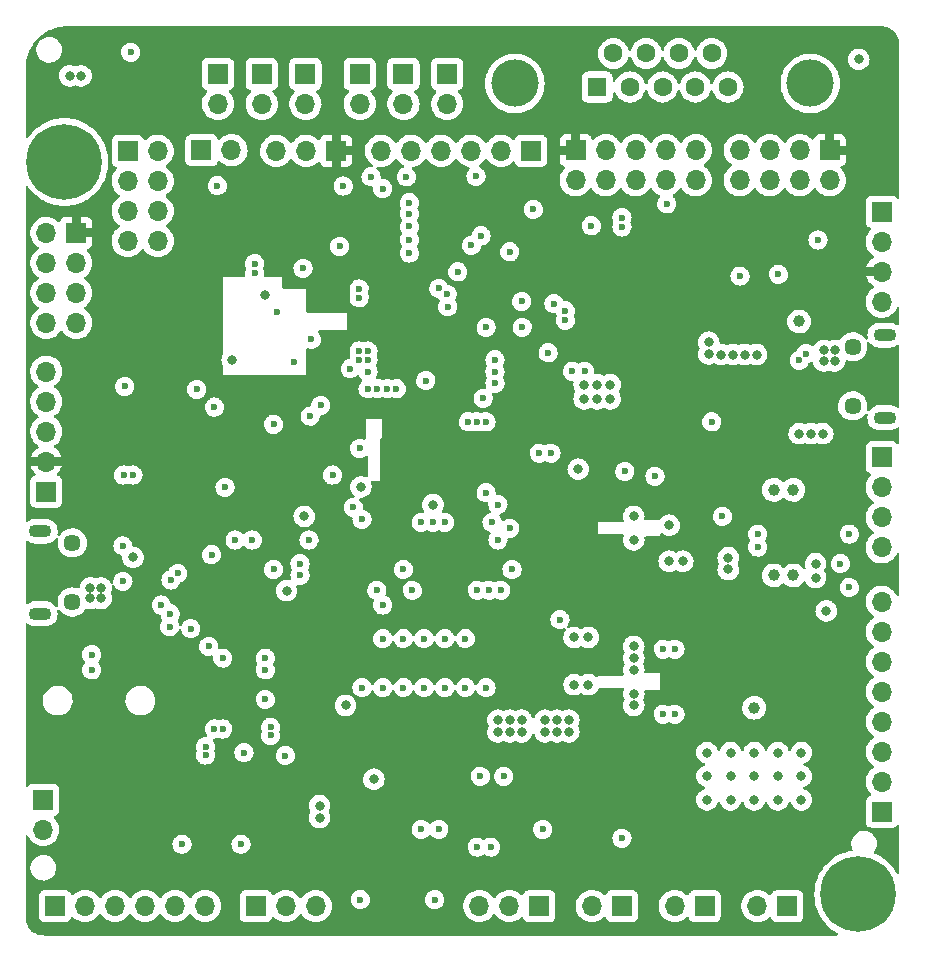
<source format=gbr>
G04 #@! TF.GenerationSoftware,KiCad,Pcbnew,(5.99.0-9519-ga70106a3bd)*
G04 #@! TF.CreationDate,2021-03-11T21:55:01+03:00*
G04 #@! TF.ProjectId,UnderControl,556e6465-7243-46f6-9e74-726f6c2e6b69,rev?*
G04 #@! TF.SameCoordinates,Original*
G04 #@! TF.FileFunction,Copper,L3,Inr*
G04 #@! TF.FilePolarity,Positive*
%FSLAX46Y46*%
G04 Gerber Fmt 4.6, Leading zero omitted, Abs format (unit mm)*
G04 Created by KiCad (PCBNEW (5.99.0-9519-ga70106a3bd)) date 2021-03-11 21:55:01*
%MOMM*%
%LPD*%
G01*
G04 APERTURE LIST*
G04 #@! TA.AperFunction,ComponentPad*
%ADD10C,0.800000*%
G04 #@! TD*
G04 #@! TA.AperFunction,ComponentPad*
%ADD11C,6.400000*%
G04 #@! TD*
G04 #@! TA.AperFunction,ComponentPad*
%ADD12R,1.700000X1.700000*%
G04 #@! TD*
G04 #@! TA.AperFunction,ComponentPad*
%ADD13O,1.700000X1.700000*%
G04 #@! TD*
G04 #@! TA.AperFunction,ComponentPad*
%ADD14C,1.450000*%
G04 #@! TD*
G04 #@! TA.AperFunction,ComponentPad*
%ADD15O,1.900000X1.100000*%
G04 #@! TD*
G04 #@! TA.AperFunction,ComponentPad*
%ADD16C,4.000000*%
G04 #@! TD*
G04 #@! TA.AperFunction,ComponentPad*
%ADD17R,1.600000X1.600000*%
G04 #@! TD*
G04 #@! TA.AperFunction,ComponentPad*
%ADD18C,1.600000*%
G04 #@! TD*
G04 #@! TA.AperFunction,ViaPad*
%ADD19C,0.600000*%
G04 #@! TD*
G04 #@! TA.AperFunction,ViaPad*
%ADD20C,0.800000*%
G04 #@! TD*
G04 #@! TA.AperFunction,ViaPad*
%ADD21C,1.000000*%
G04 #@! TD*
G04 APERTURE END LIST*
D10*
X35497056Y-95697056D03*
X32102944Y-92302944D03*
X35497056Y-92302944D03*
X31400000Y-94000000D03*
X32102944Y-95697056D03*
X33800000Y-96400000D03*
X33800000Y-91600000D03*
D11*
X33800000Y-94000000D03*
D10*
X36200000Y-94000000D03*
D12*
X56800000Y-93050000D03*
D13*
X54260000Y-93050000D03*
X51720000Y-93050000D03*
D12*
X95000000Y-157000000D03*
D13*
X92460000Y-157000000D03*
D12*
X103000000Y-149000000D03*
D13*
X103000000Y-146460000D03*
X103000000Y-143920000D03*
X103000000Y-141380000D03*
X103000000Y-138840000D03*
X103000000Y-136300000D03*
X103000000Y-133760000D03*
X103000000Y-131220000D03*
D12*
X32000000Y-148000000D03*
D13*
X32000000Y-150540000D03*
D12*
X74000000Y-157000000D03*
D13*
X71460000Y-157000000D03*
X68920000Y-157000000D03*
D12*
X88000000Y-157000000D03*
D13*
X85460000Y-157000000D03*
D12*
X50000000Y-157000000D03*
D13*
X52540000Y-157000000D03*
X55080000Y-157000000D03*
D14*
X34462500Y-131250000D03*
D15*
X31762500Y-125250000D03*
D14*
X34462500Y-126250000D03*
D15*
X31762500Y-132250000D03*
D12*
X77100000Y-93000000D03*
D13*
X77100000Y-95540000D03*
X79640000Y-93000000D03*
X79640000Y-95540000D03*
X82180000Y-93000000D03*
X82180000Y-95540000D03*
X84720000Y-93000000D03*
X84720000Y-95540000D03*
X87260000Y-93000000D03*
X87260000Y-95540000D03*
D12*
X45400000Y-93000000D03*
D13*
X47940000Y-93000000D03*
D12*
X73300000Y-93050000D03*
D13*
X70760000Y-93050000D03*
X68220000Y-93050000D03*
X65680000Y-93050000D03*
X63140000Y-93050000D03*
X60600000Y-93050000D03*
D12*
X39160000Y-93050000D03*
D13*
X41700000Y-93050000D03*
X39160000Y-95590000D03*
X41700000Y-95590000D03*
X39160000Y-98130000D03*
X41700000Y-98130000D03*
X39160000Y-100670000D03*
X41700000Y-100670000D03*
D12*
X98600000Y-93000000D03*
D13*
X98600000Y-95540000D03*
X96060000Y-93000000D03*
X96060000Y-95540000D03*
X93520000Y-93000000D03*
X93520000Y-95540000D03*
X90980000Y-93000000D03*
X90980000Y-95540000D03*
D12*
X46800000Y-86550000D03*
D13*
X46800000Y-89090000D03*
D12*
X50500000Y-86550000D03*
D13*
X50500000Y-89090000D03*
D12*
X66200000Y-86550000D03*
D13*
X66200000Y-89090000D03*
D12*
X62500000Y-86550000D03*
D13*
X62500000Y-89090000D03*
D12*
X58800000Y-86550000D03*
D13*
X58800000Y-89090000D03*
D16*
X71940000Y-87350000D03*
X96940000Y-87350000D03*
D17*
X78900000Y-87650000D03*
D18*
X81670000Y-87650000D03*
X84440000Y-87650000D03*
X87210000Y-87650000D03*
X89980000Y-87650000D03*
X80285000Y-84810000D03*
X83055000Y-84810000D03*
X85825000Y-84810000D03*
X88595000Y-84810000D03*
D12*
X54200000Y-86550000D03*
D13*
X54200000Y-89090000D03*
D12*
X32250000Y-121900000D03*
D13*
X32250000Y-119360000D03*
X32250000Y-116820000D03*
X32250000Y-114280000D03*
X32250000Y-111740000D03*
D12*
X81000000Y-157000000D03*
D13*
X78460000Y-157000000D03*
D10*
X101000000Y-158400000D03*
X101000000Y-153600000D03*
X103400000Y-156000000D03*
X102697056Y-157697056D03*
X102697056Y-154302944D03*
X99302944Y-157697056D03*
X98600000Y-156000000D03*
X99302944Y-154302944D03*
D11*
X101000000Y-156000000D03*
D12*
X103000000Y-98200000D03*
D13*
X103000000Y-100740000D03*
X103000000Y-103280000D03*
X103000000Y-105820000D03*
D14*
X100537500Y-109650000D03*
D15*
X103237500Y-115650000D03*
X103237500Y-108650000D03*
D14*
X100537500Y-114650000D03*
D12*
X103000000Y-119000000D03*
D13*
X103000000Y-121540000D03*
X103000000Y-124080000D03*
X103000000Y-126620000D03*
D12*
X34800000Y-100000000D03*
D13*
X32260000Y-100000000D03*
X34800000Y-102540000D03*
X32260000Y-102540000D03*
X34800000Y-105080000D03*
X32260000Y-105080000D03*
X34800000Y-107620000D03*
X32260000Y-107620000D03*
D12*
X33000000Y-157000000D03*
D13*
X35540000Y-157000000D03*
X38080000Y-157000000D03*
X40620000Y-157000000D03*
X43160000Y-157000000D03*
X45700000Y-157000000D03*
D19*
X65150000Y-156450000D03*
X83797500Y-120602500D03*
D20*
X34250000Y-86700000D03*
D19*
X55500000Y-114600000D03*
X68750000Y-116000000D03*
D20*
X98300000Y-132000000D03*
X50800000Y-105250000D03*
X92200000Y-148000000D03*
X99000000Y-110850000D03*
D19*
X63250000Y-130250000D03*
D20*
X88200000Y-146000000D03*
D19*
X38800000Y-120500000D03*
D20*
X78150000Y-138250000D03*
X97400000Y-128000000D03*
X98100000Y-109950000D03*
X74500000Y-142250000D03*
X90200000Y-148000000D03*
D19*
X69071330Y-100250010D03*
X60250000Y-130250000D03*
X85500000Y-135250000D03*
D20*
X74500000Y-141250000D03*
D19*
X54600000Y-115520000D03*
X57100000Y-101150000D03*
D20*
X82000000Y-137000000D03*
D19*
X84799957Y-97545311D03*
X74300000Y-150500000D03*
X68250000Y-101050000D03*
D20*
X82000000Y-140000000D03*
X90000000Y-128500000D03*
D19*
X94250000Y-103500000D03*
D20*
X76500000Y-141250000D03*
D19*
X51500000Y-128500000D03*
X59500000Y-113200000D03*
D20*
X89400000Y-110300000D03*
D19*
X50800000Y-136000000D03*
D20*
X75500000Y-141250000D03*
D19*
X59500000Y-110750000D03*
D20*
X96200000Y-146000000D03*
X88350000Y-110250000D03*
X97400000Y-129200000D03*
D19*
X47200000Y-142000000D03*
X72500000Y-105800000D03*
D20*
X82000000Y-139000000D03*
D19*
X85500000Y-140750000D03*
X84500000Y-135250000D03*
X48250000Y-126000000D03*
D20*
X88200000Y-144000000D03*
D19*
X58850000Y-156450000D03*
D20*
X80000000Y-112850000D03*
D19*
X51500000Y-116200000D03*
D20*
X78900000Y-114050000D03*
X35200000Y-86700000D03*
X98100000Y-110850000D03*
X88350000Y-109250000D03*
X58900000Y-121500000D03*
X98000000Y-117000000D03*
X90000000Y-127500000D03*
X65000000Y-123000000D03*
X92400000Y-110300000D03*
X36900000Y-130050000D03*
X90200000Y-146000000D03*
X85000000Y-124750000D03*
X57600000Y-140000000D03*
X94200000Y-148000000D03*
X96000000Y-117000000D03*
D19*
X46500000Y-142000000D03*
D20*
X36900000Y-130950000D03*
D19*
X45750000Y-144200000D03*
X58750000Y-104750000D03*
X77850000Y-111710000D03*
D20*
X92200000Y-144000000D03*
X90200000Y-144000000D03*
D19*
X36100000Y-137000000D03*
D20*
X92200000Y-146000000D03*
X36000000Y-130950000D03*
X88200000Y-148000000D03*
X55400000Y-149500000D03*
X96200000Y-144000000D03*
D19*
X71000000Y-146000000D03*
D20*
X76500000Y-142250000D03*
X52600000Y-130300000D03*
D19*
X69500000Y-116000000D03*
X58750000Y-110000000D03*
D20*
X36000000Y-130050000D03*
D19*
X54000000Y-103000000D03*
D20*
X91400000Y-110300000D03*
D19*
X73500000Y-98000000D03*
D20*
X75500000Y-142250000D03*
D19*
X46500000Y-114750000D03*
X36100000Y-135700000D03*
X60300000Y-113200000D03*
D20*
X85000000Y-127800000D03*
X78150000Y-134250000D03*
X82000000Y-124000000D03*
X48000004Y-110750000D03*
D19*
X84500000Y-140750000D03*
D20*
X82000000Y-135000000D03*
D19*
X68000000Y-116000000D03*
D20*
X80000000Y-114050000D03*
D19*
X69750000Y-130250000D03*
D20*
X94200000Y-144000000D03*
X77800000Y-114050000D03*
X76950000Y-134250000D03*
D19*
X47200000Y-136000000D03*
X61900000Y-113200000D03*
X57400000Y-96025000D03*
D20*
X54100000Y-124000000D03*
D19*
X58750000Y-110750000D03*
D20*
X96200000Y-148000000D03*
D19*
X39400000Y-84700000D03*
X39600000Y-120500000D03*
X58750000Y-105500000D03*
X61100000Y-113200000D03*
X51250000Y-141850000D03*
X59500000Y-110000000D03*
D21*
X92200000Y-140200000D03*
D20*
X97000000Y-117000000D03*
D19*
X45750000Y-143500000D03*
D20*
X94200000Y-146000000D03*
X55400000Y-148500000D03*
X99000000Y-109950000D03*
X82000000Y-126000000D03*
X86150000Y-127800000D03*
D19*
X71500000Y-101600000D03*
D20*
X82000000Y-136000000D03*
D19*
X76800000Y-111712500D03*
D20*
X101050000Y-85300000D03*
X77300000Y-120000000D03*
X77800000Y-112850000D03*
D19*
X51250000Y-142550000D03*
D20*
X76950000Y-138250000D03*
D19*
X47400000Y-121540000D03*
D20*
X78900000Y-112850000D03*
X90400000Y-110300000D03*
D21*
X93860000Y-129000000D03*
X95500000Y-129000000D03*
X95500000Y-121750000D03*
X93860000Y-121750000D03*
X96000000Y-107500000D03*
D19*
X72550033Y-108000000D03*
X88600000Y-116000000D03*
D20*
X70500000Y-141250000D03*
X71500000Y-141250000D03*
X72500000Y-141250000D03*
X72500000Y-142250000D03*
X71500000Y-142250000D03*
X70500000Y-142250000D03*
D19*
X80999998Y-99500000D03*
X66199990Y-105200000D03*
D20*
X60000000Y-146250000D03*
D19*
X53750000Y-128000000D03*
X46250000Y-127250000D03*
X42000000Y-131500000D03*
X53750000Y-129000000D03*
X50800000Y-139500000D03*
X50800000Y-137000000D03*
X49000000Y-144000000D03*
X52500000Y-144250004D03*
X75250000Y-106000000D03*
X74749992Y-110150000D03*
X76200000Y-106598400D03*
X96583975Y-110216025D03*
X96016025Y-110783975D03*
X76200000Y-107401600D03*
X49899996Y-102600000D03*
X58000000Y-111500000D03*
X45000000Y-113250000D03*
X53200005Y-110900005D03*
X49900000Y-103400000D03*
X54700000Y-109000000D03*
X48750000Y-151750000D03*
X43750000Y-151750000D03*
X42816025Y-129383975D03*
X43383975Y-128816025D03*
X58800000Y-118250000D03*
X68750000Y-152000000D03*
X59000000Y-138500000D03*
X69900000Y-152000000D03*
X60750000Y-138500000D03*
X69000000Y-146000000D03*
X42750000Y-132250000D03*
X63000000Y-101700000D03*
X63000000Y-100600000D03*
X75000000Y-118650000D03*
X74000000Y-118650000D03*
X58250000Y-123250000D03*
X71700000Y-128500000D03*
X75750000Y-132750000D03*
X64400000Y-112500000D03*
X60750000Y-134350000D03*
X69500000Y-122000000D03*
X60750000Y-131500000D03*
X62500000Y-138500000D03*
X56500000Y-120500000D03*
X59000000Y-124250000D03*
X62500000Y-134350000D03*
X59499978Y-111750012D03*
X54500000Y-126000000D03*
X64250000Y-138500000D03*
X70500000Y-123000000D03*
X64250000Y-134350000D03*
X69500000Y-138500000D03*
X71500000Y-125000000D03*
X68750000Y-130250000D03*
X66000000Y-138500000D03*
X66000000Y-134350000D03*
X70000000Y-124500000D03*
X67750000Y-138500000D03*
X70500000Y-126000000D03*
X67750000Y-134350000D03*
X91000000Y-103650000D03*
X97600000Y-100600000D03*
X67100000Y-103300000D03*
X78399998Y-99399957D03*
X65500000Y-104700000D03*
X81000000Y-98700000D03*
X96500000Y-101950000D03*
D20*
X35200000Y-89700000D03*
X34250000Y-89700000D03*
D19*
X95600000Y-103500000D03*
X96500000Y-99750000D03*
X54300000Y-117250000D03*
X67975000Y-114675000D03*
D20*
X84700000Y-115250000D03*
D19*
X47500000Y-116250000D03*
X55980000Y-102985000D03*
D20*
X82350000Y-115250000D03*
X93800000Y-106000000D03*
D19*
X67975000Y-113875000D03*
X55200000Y-103000000D03*
X69550000Y-103450000D03*
D20*
X80000000Y-109100000D03*
D19*
X69550000Y-102500010D03*
D20*
X94900000Y-106000000D03*
X80000000Y-110200000D03*
X96000000Y-106000000D03*
X85850000Y-115250000D03*
D19*
X53850000Y-120100000D03*
D20*
X83500000Y-115250000D03*
D19*
X46500000Y-116250000D03*
D20*
X80000000Y-108000000D03*
D19*
X54300000Y-116500000D03*
D20*
X39600000Y-127462278D03*
D19*
X46750000Y-96000000D03*
X63000000Y-99450000D03*
X62990373Y-98359627D03*
X63000000Y-97450000D03*
X66250000Y-106250000D03*
X69500000Y-108000000D03*
X70250000Y-110750000D03*
X70250000Y-111750000D03*
X70250000Y-112750000D03*
X69250000Y-114000000D03*
X60750000Y-96250000D03*
X68650000Y-95200000D03*
X59750000Y-95250000D03*
X62750000Y-95250000D03*
X51800004Y-106700000D03*
X38900000Y-113000000D03*
X42704615Y-133349990D03*
X38750000Y-126500000D03*
X38750000Y-129500000D03*
X49700000Y-126000000D03*
X44500000Y-133500000D03*
X45999996Y-134999996D03*
X92500000Y-125500000D03*
X100250000Y-125500000D03*
X81250000Y-120200000D03*
X89500000Y-124000000D03*
X92500000Y-126600000D03*
X100250000Y-130000000D03*
X99500000Y-128000000D03*
X70750000Y-130250000D03*
X66000000Y-124500000D03*
X81000000Y-151250000D03*
X65000000Y-124500000D03*
X64000000Y-124500000D03*
X65500000Y-150500000D03*
X64000000Y-150500000D03*
X62500000Y-128500000D03*
G04 #@! TA.AperFunction,Conductor*
G36*
X102939027Y-82509874D02*
G01*
X102947679Y-82511383D01*
X102947680Y-82511383D01*
X102952473Y-82512219D01*
X102957332Y-82512308D01*
X102957337Y-82512308D01*
X103067689Y-82514318D01*
X103074380Y-82514618D01*
X103090883Y-82515798D01*
X103119546Y-82517848D01*
X103128453Y-82518806D01*
X103294048Y-82542615D01*
X103302876Y-82544208D01*
X103329239Y-82549942D01*
X103337945Y-82552165D01*
X103498462Y-82599297D01*
X103506996Y-82602137D01*
X103532236Y-82611551D01*
X103540547Y-82614994D01*
X103692736Y-82684497D01*
X103700778Y-82688522D01*
X103724425Y-82701434D01*
X103732160Y-82706024D01*
X103872883Y-82796460D01*
X103880273Y-82801590D01*
X103901864Y-82817753D01*
X103908867Y-82823397D01*
X104035292Y-82932945D01*
X104041874Y-82939074D01*
X104060927Y-82958127D01*
X104067057Y-82964710D01*
X104176607Y-83091139D01*
X104182246Y-83098137D01*
X104198406Y-83119722D01*
X104203533Y-83127106D01*
X104293981Y-83267847D01*
X104298570Y-83275581D01*
X104311478Y-83299220D01*
X104315500Y-83307255D01*
X104385004Y-83459446D01*
X104388442Y-83467745D01*
X104397869Y-83493022D01*
X104400708Y-83501553D01*
X104447832Y-83662044D01*
X104450055Y-83670753D01*
X104455787Y-83697097D01*
X104457383Y-83705942D01*
X104463575Y-83749004D01*
X104481193Y-83871550D01*
X104482154Y-83880490D01*
X104485382Y-83925616D01*
X104485682Y-83932311D01*
X104486217Y-83961652D01*
X104487721Y-84044250D01*
X104488437Y-84048671D01*
X104488437Y-84048676D01*
X104490381Y-84060685D01*
X104492000Y-84080816D01*
X104492000Y-96979724D01*
X104471998Y-97047845D01*
X104418342Y-97094338D01*
X104348068Y-97104442D01*
X104283488Y-97074948D01*
X104260002Y-97047845D01*
X104259795Y-97047523D01*
X104238077Y-97013729D01*
X104227178Y-97004285D01*
X104134431Y-96923918D01*
X104134428Y-96923916D01*
X104127619Y-96918016D01*
X104107213Y-96908697D01*
X104002864Y-96861042D01*
X104002863Y-96861042D01*
X103994670Y-96857300D01*
X103985755Y-96856018D01*
X103985754Y-96856018D01*
X103854448Y-96837139D01*
X103854441Y-96837138D01*
X103850000Y-96836500D01*
X102150000Y-96836500D01*
X102076921Y-96841727D01*
X102023884Y-96857300D01*
X101945330Y-96880365D01*
X101945328Y-96880366D01*
X101936684Y-96882904D01*
X101898528Y-96907426D01*
X101821309Y-96957051D01*
X101821306Y-96957053D01*
X101813729Y-96961923D01*
X101807828Y-96968733D01*
X101723918Y-97065569D01*
X101723916Y-97065572D01*
X101718016Y-97072381D01*
X101714272Y-97080579D01*
X101703049Y-97105155D01*
X101657300Y-97205330D01*
X101656018Y-97214245D01*
X101656018Y-97214246D01*
X101637139Y-97345552D01*
X101637138Y-97345559D01*
X101636500Y-97350000D01*
X101636500Y-99050000D01*
X101641727Y-99123079D01*
X101682904Y-99263316D01*
X101687775Y-99270895D01*
X101757051Y-99378691D01*
X101757053Y-99378694D01*
X101761923Y-99386271D01*
X101768733Y-99392172D01*
X101865569Y-99476082D01*
X101865572Y-99476084D01*
X101872381Y-99481984D01*
X102005330Y-99542700D01*
X102011639Y-99543607D01*
X102070244Y-99581269D01*
X102099738Y-99645849D01*
X102089636Y-99716123D01*
X102057601Y-99758949D01*
X102028109Y-99784541D01*
X102022492Y-99789415D01*
X102019109Y-99793541D01*
X102019105Y-99793545D01*
X101929896Y-99902344D01*
X101876304Y-99967705D01*
X101873665Y-99972341D01*
X101873663Y-99972344D01*
X101800617Y-100100668D01*
X101762245Y-100168077D01*
X101683578Y-100384802D01*
X101682629Y-100390051D01*
X101682628Y-100390054D01*
X101645376Y-100596062D01*
X101642551Y-100611683D01*
X101641752Y-100694914D01*
X101640667Y-100807994D01*
X101640338Y-100842233D01*
X101677002Y-101069861D01*
X101751494Y-101288056D01*
X101754044Y-101292743D01*
X101754045Y-101292745D01*
X101773540Y-101328575D01*
X101861685Y-101490580D01*
X102004424Y-101671644D01*
X102040254Y-101703962D01*
X102171659Y-101822489D01*
X102171665Y-101822494D01*
X102175629Y-101826069D01*
X102180142Y-101828928D01*
X102180144Y-101828929D01*
X102298712Y-101904029D01*
X102345557Y-101957377D01*
X102356124Y-102027583D01*
X102327057Y-102092357D01*
X102296656Y-102118192D01*
X102201486Y-102175942D01*
X102192896Y-102182206D01*
X102026884Y-102326264D01*
X102019464Y-102333895D01*
X101880100Y-102503860D01*
X101874075Y-102512627D01*
X101765342Y-102703644D01*
X101760877Y-102713308D01*
X101697477Y-102887972D01*
X101696595Y-102902045D01*
X101702121Y-102905000D01*
X103249000Y-102905000D01*
X103317121Y-102925002D01*
X103363614Y-102978658D01*
X103375000Y-103031000D01*
X103375000Y-103529000D01*
X103354998Y-103597121D01*
X103301342Y-103643614D01*
X103249000Y-103655000D01*
X101711054Y-103655000D01*
X101697523Y-103658973D01*
X101696567Y-103665626D01*
X101750230Y-103822810D01*
X101754497Y-103832533D01*
X101859556Y-104025625D01*
X101865402Y-104034491D01*
X102001486Y-104207113D01*
X102008750Y-104214875D01*
X102171967Y-104362094D01*
X102180444Y-104368528D01*
X102298717Y-104443442D01*
X102345562Y-104496790D01*
X102356129Y-104566996D01*
X102327062Y-104631770D01*
X102296662Y-104657605D01*
X102243777Y-104689697D01*
X102196631Y-104718306D01*
X102192601Y-104721803D01*
X102030891Y-104862127D01*
X102022492Y-104869415D01*
X102019109Y-104873541D01*
X102019105Y-104873545D01*
X101921315Y-104992809D01*
X101876304Y-105047705D01*
X101873665Y-105052341D01*
X101873663Y-105052344D01*
X101796811Y-105187354D01*
X101762245Y-105248077D01*
X101683578Y-105464802D01*
X101682629Y-105470051D01*
X101682628Y-105470054D01*
X101653209Y-105632745D01*
X101642551Y-105691683D01*
X101641656Y-105784920D01*
X101640475Y-105907994D01*
X101640338Y-105922233D01*
X101677002Y-106149861D01*
X101751494Y-106368056D01*
X101754044Y-106372743D01*
X101754045Y-106372745D01*
X101782924Y-106425822D01*
X101861685Y-106570580D01*
X102004424Y-106751644D01*
X102027999Y-106772908D01*
X102171659Y-106902489D01*
X102171665Y-106902494D01*
X102175629Y-106906069D01*
X102180142Y-106908928D01*
X102180144Y-106908929D01*
X102250603Y-106953557D01*
X102370406Y-107029439D01*
X102583184Y-107118228D01*
X102588387Y-107119425D01*
X102588392Y-107119426D01*
X102802678Y-107168701D01*
X102802683Y-107168702D01*
X102807881Y-107169897D01*
X102813209Y-107170200D01*
X102813212Y-107170200D01*
X102969293Y-107179063D01*
X103038071Y-107182968D01*
X103043378Y-107182368D01*
X103043380Y-107182368D01*
X103178451Y-107167098D01*
X103267173Y-107157068D01*
X103272288Y-107155587D01*
X103272292Y-107155586D01*
X103358900Y-107130506D01*
X103488635Y-107092937D01*
X103696125Y-106992409D01*
X103700463Y-106989309D01*
X103700468Y-106989306D01*
X103852484Y-106880672D01*
X103883711Y-106858357D01*
X103971250Y-106770052D01*
X104042277Y-106698403D01*
X104042278Y-106698402D01*
X104046030Y-106694617D01*
X104067720Y-106663698D01*
X104175375Y-106510236D01*
X104175376Y-106510234D01*
X104178439Y-106505868D01*
X104200693Y-106458895D01*
X104252133Y-106350319D01*
X104299374Y-106297322D01*
X104367769Y-106278278D01*
X104435602Y-106299235D01*
X104481337Y-106353538D01*
X104492000Y-106404266D01*
X104492000Y-107715128D01*
X104471998Y-107783249D01*
X104418342Y-107829742D01*
X104348068Y-107839846D01*
X104285009Y-107811650D01*
X104251162Y-107783249D01*
X104238342Y-107772492D01*
X104232950Y-107769528D01*
X104232946Y-107769525D01*
X104075476Y-107682956D01*
X104056457Y-107672500D01*
X104050590Y-107670639D01*
X104050588Y-107670638D01*
X103929936Y-107632365D01*
X103858614Y-107609740D01*
X103695998Y-107591500D01*
X102786506Y-107591500D01*
X102630932Y-107606754D01*
X102432232Y-107666745D01*
X102390610Y-107688876D01*
X102254410Y-107761294D01*
X102254407Y-107761296D01*
X102248968Y-107764188D01*
X102244198Y-107768078D01*
X102244194Y-107768081D01*
X102156203Y-107839846D01*
X102088122Y-107895372D01*
X102084194Y-107900120D01*
X102084193Y-107900121D01*
X102038865Y-107954913D01*
X101955819Y-108055298D01*
X101857099Y-108237877D01*
X101827890Y-108332235D01*
X101802956Y-108412786D01*
X101795722Y-108436154D01*
X101795078Y-108442279D01*
X101795078Y-108442280D01*
X101781018Y-108576048D01*
X101774026Y-108642575D01*
X101774585Y-108648715D01*
X101792061Y-108840739D01*
X101792838Y-108849280D01*
X101794579Y-108855194D01*
X101794579Y-108855196D01*
X101799822Y-108873013D01*
X101799866Y-108944010D01*
X101761519Y-109003759D01*
X101696957Y-109033292D01*
X101626677Y-109023232D01*
X101576626Y-108982112D01*
X101478314Y-108845297D01*
X101478310Y-108845292D01*
X101475038Y-108840739D01*
X101316913Y-108687505D01*
X101258865Y-108648498D01*
X101138812Y-108567825D01*
X101138809Y-108567823D01*
X101134152Y-108564694D01*
X100932531Y-108476189D01*
X100927080Y-108474880D01*
X100927076Y-108474879D01*
X100723881Y-108426096D01*
X100723880Y-108426096D01*
X100718424Y-108424786D01*
X100633814Y-108419907D01*
X100504205Y-108412434D01*
X100504202Y-108412434D01*
X100498598Y-108412111D01*
X100280001Y-108438564D01*
X100069544Y-108503309D01*
X99873879Y-108604300D01*
X99869431Y-108607713D01*
X99824068Y-108642521D01*
X99699189Y-108738344D01*
X99550998Y-108901204D01*
X99472315Y-109026636D01*
X99462170Y-109042808D01*
X99409027Y-109089886D01*
X99338868Y-109100758D01*
X99304185Y-109090959D01*
X99288322Y-109083896D01*
X99288314Y-109083893D01*
X99282287Y-109081210D01*
X99182846Y-109060073D01*
X99101944Y-109042876D01*
X99101939Y-109042876D01*
X99095487Y-109041504D01*
X98904513Y-109041504D01*
X98898061Y-109042876D01*
X98898056Y-109042876D01*
X98817154Y-109060073D01*
X98717713Y-109081210D01*
X98711684Y-109083894D01*
X98711682Y-109083895D01*
X98601249Y-109133063D01*
X98530882Y-109142497D01*
X98498751Y-109133063D01*
X98388318Y-109083895D01*
X98388316Y-109083894D01*
X98382287Y-109081210D01*
X98282846Y-109060073D01*
X98201944Y-109042876D01*
X98201939Y-109042876D01*
X98195487Y-109041504D01*
X98004513Y-109041504D01*
X97998061Y-109042876D01*
X97998056Y-109042876D01*
X97917154Y-109060073D01*
X97817713Y-109081210D01*
X97811683Y-109083895D01*
X97811682Y-109083895D01*
X97649280Y-109156201D01*
X97649278Y-109156202D01*
X97643250Y-109158886D01*
X97637909Y-109162766D01*
X97637908Y-109162767D01*
X97494093Y-109267254D01*
X97494091Y-109267256D01*
X97488749Y-109271137D01*
X97484328Y-109276047D01*
X97484327Y-109276048D01*
X97392781Y-109377721D01*
X97360963Y-109413058D01*
X97282713Y-109548591D01*
X97231332Y-109597583D01*
X97161618Y-109611019D01*
X97096009Y-109584342D01*
X97093717Y-109582034D01*
X96940590Y-109484856D01*
X96769738Y-109424019D01*
X96762746Y-109423185D01*
X96762745Y-109423185D01*
X96679696Y-109413282D01*
X96589654Y-109402545D01*
X96582651Y-109403281D01*
X96582650Y-109403281D01*
X96416296Y-109420765D01*
X96416292Y-109420766D01*
X96409288Y-109421502D01*
X96402617Y-109423773D01*
X96244274Y-109477677D01*
X96244271Y-109477678D01*
X96237604Y-109479948D01*
X96231605Y-109483638D01*
X96231604Y-109483639D01*
X96223483Y-109488635D01*
X96083134Y-109574978D01*
X96030983Y-109626048D01*
X95965413Y-109690260D01*
X95953558Y-109701869D01*
X95949747Y-109707783D01*
X95949745Y-109707785D01*
X95928442Y-109740841D01*
X95855313Y-109854314D01*
X95852904Y-109860933D01*
X95852900Y-109860941D01*
X95821794Y-109946405D01*
X95779700Y-110003577D01*
X95743999Y-110022589D01*
X95669654Y-110047898D01*
X95663655Y-110051588D01*
X95663654Y-110051589D01*
X95639194Y-110066637D01*
X95515184Y-110142928D01*
X95484768Y-110172714D01*
X95411263Y-110244696D01*
X95385608Y-110269819D01*
X95381797Y-110275733D01*
X95381795Y-110275735D01*
X95340539Y-110339752D01*
X95287363Y-110422264D01*
X95283088Y-110434009D01*
X95227745Y-110586064D01*
X95227744Y-110586068D01*
X95225335Y-110592687D01*
X95202604Y-110772617D01*
X95220302Y-110953111D01*
X95222526Y-110959796D01*
X95222526Y-110959797D01*
X95230115Y-110982610D01*
X95277548Y-111125199D01*
X95281195Y-111131221D01*
X95281196Y-111131223D01*
X95355254Y-111253507D01*
X95371497Y-111280328D01*
X95497481Y-111410788D01*
X95503373Y-111414643D01*
X95503377Y-111414647D01*
X95535336Y-111435560D01*
X95649236Y-111510094D01*
X95819222Y-111573311D01*
X95826203Y-111574242D01*
X95826205Y-111574243D01*
X95875791Y-111580859D01*
X95998988Y-111597297D01*
X96005999Y-111596659D01*
X96006003Y-111596659D01*
X96146084Y-111583909D01*
X96179602Y-111580859D01*
X96186304Y-111578681D01*
X96186306Y-111578681D01*
X96345386Y-111526993D01*
X96345389Y-111526992D01*
X96352085Y-111524816D01*
X96507866Y-111431952D01*
X96639202Y-111306883D01*
X96739565Y-111155824D01*
X96743710Y-111144914D01*
X96778936Y-111052181D01*
X96821825Y-110995603D01*
X96857787Y-110977092D01*
X96913339Y-110959042D01*
X96913341Y-110959041D01*
X96920035Y-110956866D01*
X96983328Y-110919136D01*
X97012126Y-110901969D01*
X97080881Y-110884269D01*
X97148290Y-110906551D01*
X97192952Y-110961740D01*
X97201953Y-110997027D01*
X97206462Y-111039927D01*
X97208502Y-111046205D01*
X97208502Y-111046206D01*
X97218186Y-111076009D01*
X97265476Y-111221554D01*
X97268779Y-111227276D01*
X97268780Y-111227277D01*
X97282425Y-111250911D01*
X97360963Y-111386942D01*
X97365381Y-111391849D01*
X97365382Y-111391850D01*
X97467357Y-111505105D01*
X97488749Y-111528863D01*
X97494091Y-111532744D01*
X97494093Y-111532746D01*
X97622618Y-111626124D01*
X97643250Y-111641114D01*
X97649278Y-111643798D01*
X97649280Y-111643799D01*
X97793824Y-111708154D01*
X97817713Y-111718790D01*
X97883220Y-111732714D01*
X97998056Y-111757124D01*
X97998061Y-111757124D01*
X98004513Y-111758496D01*
X98195487Y-111758496D01*
X98201939Y-111757124D01*
X98201944Y-111757124D01*
X98316780Y-111732714D01*
X98382287Y-111718790D01*
X98394557Y-111713327D01*
X98498751Y-111666937D01*
X98569118Y-111657503D01*
X98601249Y-111666937D01*
X98705443Y-111713327D01*
X98717713Y-111718790D01*
X98783220Y-111732714D01*
X98898056Y-111757124D01*
X98898061Y-111757124D01*
X98904513Y-111758496D01*
X99095487Y-111758496D01*
X99101939Y-111757124D01*
X99101944Y-111757124D01*
X99216780Y-111732714D01*
X99282287Y-111718790D01*
X99306176Y-111708154D01*
X99450720Y-111643799D01*
X99450722Y-111643798D01*
X99456750Y-111641114D01*
X99477382Y-111626124D01*
X99605907Y-111532746D01*
X99605909Y-111532744D01*
X99611251Y-111528863D01*
X99632643Y-111505105D01*
X99734618Y-111391850D01*
X99734619Y-111391849D01*
X99739037Y-111386942D01*
X99817575Y-111250911D01*
X99831220Y-111227277D01*
X99831221Y-111227276D01*
X99834524Y-111221554D01*
X99881814Y-111076009D01*
X99891498Y-111046206D01*
X99891498Y-111046205D01*
X99893538Y-111039927D01*
X99900208Y-110976465D01*
X99908226Y-110900180D01*
X99935239Y-110834523D01*
X99993461Y-110793893D01*
X100064406Y-110791190D01*
X100076837Y-110795024D01*
X100211689Y-110844373D01*
X100211693Y-110844374D01*
X100216953Y-110846299D01*
X100222469Y-110847262D01*
X100222474Y-110847263D01*
X100428341Y-110883192D01*
X100433865Y-110884156D01*
X100439471Y-110884127D01*
X100439475Y-110884127D01*
X100540445Y-110883598D01*
X100654053Y-110883003D01*
X100659571Y-110881980D01*
X100659574Y-110881980D01*
X100865038Y-110843900D01*
X100865039Y-110843900D01*
X100870557Y-110842877D01*
X100875802Y-110840895D01*
X100875806Y-110840894D01*
X101037938Y-110779629D01*
X101076534Y-110765045D01*
X101095053Y-110753962D01*
X101232746Y-110671554D01*
X101265472Y-110651968D01*
X101431400Y-110507219D01*
X101506058Y-110414031D01*
X101565567Y-110339752D01*
X101565570Y-110339747D01*
X101569073Y-110335375D01*
X101610564Y-110258958D01*
X101671465Y-110146794D01*
X101671467Y-110146788D01*
X101674139Y-110141868D01*
X101743277Y-109932813D01*
X101755292Y-109848392D01*
X101773792Y-109718409D01*
X101773792Y-109718408D01*
X101774303Y-109714818D01*
X101774469Y-109708500D01*
X101775905Y-109653632D01*
X101775905Y-109653630D01*
X101776000Y-109650000D01*
X101775081Y-109639697D01*
X101765461Y-109531919D01*
X101756426Y-109430681D01*
X101754943Y-109425259D01*
X101735432Y-109353937D01*
X101736750Y-109282953D01*
X101776236Y-109223950D01*
X101841353Y-109195661D01*
X101911428Y-109207068D01*
X101955162Y-109241738D01*
X102077658Y-109394092D01*
X102236658Y-109527508D01*
X102242050Y-109530472D01*
X102242054Y-109530475D01*
X102364124Y-109597583D01*
X102418543Y-109627500D01*
X102424410Y-109629361D01*
X102424412Y-109629362D01*
X102489471Y-109650000D01*
X102616386Y-109690260D01*
X102779002Y-109708500D01*
X103688494Y-109708500D01*
X103844068Y-109693246D01*
X104042768Y-109633255D01*
X104145849Y-109578446D01*
X104220590Y-109538706D01*
X104220593Y-109538704D01*
X104226032Y-109535812D01*
X104230802Y-109531922D01*
X104230806Y-109531919D01*
X104286364Y-109486606D01*
X104351795Y-109459052D01*
X104421737Y-109471247D01*
X104473982Y-109519319D01*
X104492000Y-109584249D01*
X104492000Y-114715128D01*
X104471998Y-114783249D01*
X104418342Y-114829742D01*
X104348068Y-114839846D01*
X104285009Y-114811650D01*
X104251162Y-114783249D01*
X104238342Y-114772492D01*
X104232950Y-114769528D01*
X104232946Y-114769525D01*
X104061852Y-114675466D01*
X104061853Y-114675466D01*
X104056457Y-114672500D01*
X104050590Y-114670639D01*
X104050588Y-114670638D01*
X103912434Y-114626813D01*
X103858614Y-114609740D01*
X103695998Y-114591500D01*
X102786506Y-114591500D01*
X102630932Y-114606754D01*
X102432232Y-114666745D01*
X102357426Y-114706520D01*
X102254410Y-114761294D01*
X102254407Y-114761296D01*
X102248968Y-114764188D01*
X102244198Y-114768078D01*
X102244194Y-114768081D01*
X102159408Y-114837232D01*
X102088122Y-114895372D01*
X102084194Y-114900120D01*
X102084193Y-114900121D01*
X101960786Y-115049294D01*
X101901953Y-115089032D01*
X101830975Y-115090653D01*
X101770387Y-115053644D01*
X101739427Y-114989754D01*
X101741031Y-114940207D01*
X101741517Y-114938135D01*
X101743277Y-114932813D01*
X101759419Y-114819393D01*
X101773792Y-114718409D01*
X101773792Y-114718408D01*
X101774303Y-114714818D01*
X101776000Y-114650000D01*
X101756426Y-114430681D01*
X101698324Y-114218294D01*
X101669100Y-114157023D01*
X101605942Y-114024611D01*
X101603529Y-114019552D01*
X101475038Y-113840739D01*
X101338142Y-113708077D01*
X101320946Y-113691413D01*
X101320944Y-113691412D01*
X101316913Y-113687505D01*
X101258865Y-113648498D01*
X101138812Y-113567825D01*
X101138809Y-113567823D01*
X101134152Y-113564694D01*
X100932531Y-113476189D01*
X100927080Y-113474880D01*
X100927076Y-113474879D01*
X100723881Y-113426096D01*
X100723880Y-113426096D01*
X100718424Y-113424786D01*
X100620435Y-113419136D01*
X100504205Y-113412434D01*
X100504202Y-113412434D01*
X100498598Y-113412111D01*
X100280001Y-113438564D01*
X100069544Y-113503309D01*
X99873879Y-113604300D01*
X99869431Y-113607713D01*
X99816958Y-113647977D01*
X99699189Y-113738344D01*
X99550998Y-113901204D01*
X99537790Y-113922259D01*
X99449886Y-114062390D01*
X99433988Y-114087733D01*
X99351860Y-114292034D01*
X99348320Y-114309127D01*
X99308499Y-114501417D01*
X99307208Y-114507650D01*
X99301444Y-114727766D01*
X99334750Y-114945424D01*
X99406074Y-115153743D01*
X99513161Y-115346140D01*
X99516713Y-115350480D01*
X99516716Y-115350484D01*
X99591851Y-115442280D01*
X99652626Y-115516533D01*
X99820060Y-115659536D01*
X99824901Y-115662365D01*
X99824904Y-115662367D01*
X100005325Y-115767796D01*
X100005328Y-115767797D01*
X100010172Y-115770628D01*
X100015442Y-115772557D01*
X100015443Y-115772557D01*
X100211689Y-115844373D01*
X100211693Y-115844374D01*
X100216953Y-115846299D01*
X100222469Y-115847262D01*
X100222474Y-115847263D01*
X100428341Y-115883192D01*
X100433865Y-115884156D01*
X100439471Y-115884127D01*
X100439475Y-115884127D01*
X100540445Y-115883598D01*
X100654053Y-115883003D01*
X100659571Y-115881980D01*
X100659574Y-115881980D01*
X100865038Y-115843900D01*
X100865039Y-115843900D01*
X100870557Y-115842877D01*
X100875802Y-115840895D01*
X100875806Y-115840894D01*
X100995630Y-115795616D01*
X101076534Y-115765045D01*
X101265472Y-115651968D01*
X101431400Y-115507219D01*
X101527430Y-115387354D01*
X101565569Y-115339749D01*
X101565570Y-115339747D01*
X101569073Y-115335375D01*
X101570209Y-115333282D01*
X101623789Y-115288266D01*
X101694208Y-115279234D01*
X101758332Y-115309708D01*
X101795801Y-115370012D01*
X101797804Y-115429002D01*
X101797544Y-115430267D01*
X101795722Y-115436154D01*
X101795078Y-115442279D01*
X101795078Y-115442280D01*
X101781939Y-115567285D01*
X101774026Y-115642575D01*
X101778872Y-115695822D01*
X101791838Y-115838289D01*
X101792838Y-115849280D01*
X101794576Y-115855186D01*
X101794577Y-115855190D01*
X101807095Y-115897721D01*
X101851440Y-116048394D01*
X101947601Y-116232333D01*
X102077658Y-116394092D01*
X102236658Y-116527508D01*
X102242050Y-116530472D01*
X102242054Y-116530475D01*
X102360473Y-116595576D01*
X102418543Y-116627500D01*
X102424410Y-116629361D01*
X102424412Y-116629362D01*
X102442299Y-116635036D01*
X102616386Y-116690260D01*
X102779002Y-116708500D01*
X103688494Y-116708500D01*
X103844068Y-116693246D01*
X104042768Y-116633255D01*
X104134935Y-116584249D01*
X104220590Y-116538706D01*
X104220593Y-116538704D01*
X104226032Y-116535812D01*
X104230802Y-116531922D01*
X104230806Y-116531919D01*
X104286364Y-116486606D01*
X104351795Y-116459052D01*
X104421737Y-116471247D01*
X104473982Y-116519319D01*
X104492000Y-116584249D01*
X104492000Y-117779724D01*
X104471998Y-117847845D01*
X104418342Y-117894338D01*
X104348068Y-117904442D01*
X104283488Y-117874948D01*
X104260002Y-117847845D01*
X104242948Y-117821309D01*
X104238077Y-117813729D01*
X104207499Y-117787233D01*
X104134431Y-117723918D01*
X104134428Y-117723916D01*
X104127619Y-117718016D01*
X103994670Y-117657300D01*
X103985755Y-117656018D01*
X103985754Y-117656018D01*
X103854448Y-117637139D01*
X103854441Y-117637138D01*
X103850000Y-117636500D01*
X102150000Y-117636500D01*
X102076921Y-117641727D01*
X102023884Y-117657300D01*
X101945330Y-117680365D01*
X101945328Y-117680366D01*
X101936684Y-117682904D01*
X101912567Y-117698403D01*
X101821309Y-117757051D01*
X101821306Y-117757053D01*
X101813729Y-117761923D01*
X101807828Y-117768733D01*
X101723918Y-117865569D01*
X101723916Y-117865572D01*
X101718016Y-117872381D01*
X101714272Y-117880579D01*
X101707989Y-117894338D01*
X101657300Y-118005330D01*
X101656018Y-118014245D01*
X101656018Y-118014246D01*
X101637139Y-118145552D01*
X101637138Y-118145559D01*
X101636500Y-118150000D01*
X101636500Y-119850000D01*
X101641727Y-119923079D01*
X101664313Y-120000000D01*
X101678991Y-120049988D01*
X101682904Y-120063316D01*
X101687775Y-120070895D01*
X101757051Y-120178691D01*
X101757053Y-120178694D01*
X101761923Y-120186271D01*
X101768733Y-120192172D01*
X101865569Y-120276082D01*
X101865572Y-120276084D01*
X101872381Y-120281984D01*
X102005330Y-120342700D01*
X102011639Y-120343607D01*
X102070244Y-120381269D01*
X102099738Y-120445849D01*
X102089636Y-120516123D01*
X102057601Y-120558949D01*
X102028562Y-120584148D01*
X102022492Y-120589415D01*
X102019109Y-120593541D01*
X102019105Y-120593545D01*
X101929925Y-120702309D01*
X101876304Y-120767705D01*
X101873665Y-120772341D01*
X101873663Y-120772344D01*
X101832117Y-120845330D01*
X101762245Y-120968077D01*
X101683578Y-121184802D01*
X101682629Y-121190051D01*
X101682628Y-121190054D01*
X101646584Y-121389381D01*
X101642551Y-121411683D01*
X101641839Y-121485844D01*
X101640433Y-121632365D01*
X101640338Y-121642233D01*
X101677002Y-121869861D01*
X101751494Y-122088056D01*
X101754044Y-122092743D01*
X101754045Y-122092745D01*
X101775066Y-122131380D01*
X101861685Y-122290580D01*
X102004424Y-122471644D01*
X102029981Y-122494696D01*
X102171659Y-122622489D01*
X102171665Y-122622494D01*
X102175629Y-122626069D01*
X102180142Y-122628928D01*
X102180144Y-122628929D01*
X102298242Y-122703731D01*
X102345087Y-122757079D01*
X102355654Y-122827285D01*
X102326587Y-122892058D01*
X102296186Y-122917894D01*
X102201196Y-122975535D01*
X102201189Y-122975540D01*
X102196631Y-122978306D01*
X102192601Y-122981803D01*
X102064600Y-123092876D01*
X102022492Y-123129415D01*
X102019109Y-123133541D01*
X102019105Y-123133545D01*
X101928553Y-123243982D01*
X101876304Y-123307705D01*
X101873665Y-123312341D01*
X101873663Y-123312344D01*
X101791229Y-123457160D01*
X101762245Y-123508077D01*
X101683578Y-123724802D01*
X101682629Y-123730051D01*
X101682628Y-123730054D01*
X101643501Y-123946429D01*
X101642551Y-123951683D01*
X101642223Y-123985844D01*
X101640400Y-124175822D01*
X101640338Y-124182233D01*
X101677002Y-124409861D01*
X101751494Y-124628056D01*
X101754044Y-124632743D01*
X101754045Y-124632745D01*
X101794987Y-124707994D01*
X101861685Y-124830580D01*
X102004424Y-125011644D01*
X102041079Y-125044706D01*
X102171659Y-125162489D01*
X102171665Y-125162494D01*
X102175629Y-125166069D01*
X102180142Y-125168928D01*
X102180144Y-125168929D01*
X102298242Y-125243731D01*
X102345087Y-125297079D01*
X102355654Y-125367285D01*
X102326587Y-125432058D01*
X102296186Y-125457894D01*
X102201196Y-125515535D01*
X102201189Y-125515540D01*
X102196631Y-125518306D01*
X102192601Y-125521803D01*
X102027654Y-125664936D01*
X102022492Y-125669415D01*
X102019109Y-125673541D01*
X102019105Y-125673545D01*
X101924163Y-125789336D01*
X101876304Y-125847705D01*
X101873665Y-125852341D01*
X101873663Y-125852344D01*
X101791854Y-125996062D01*
X101762245Y-126048077D01*
X101683578Y-126264802D01*
X101682629Y-126270051D01*
X101682628Y-126270054D01*
X101645772Y-126473869D01*
X101642551Y-126491683D01*
X101640338Y-126722233D01*
X101677002Y-126949861D01*
X101751494Y-127168056D01*
X101754044Y-127172743D01*
X101754045Y-127172745D01*
X101803654Y-127263923D01*
X101861685Y-127370580D01*
X102004424Y-127551644D01*
X102008389Y-127555220D01*
X102171659Y-127702489D01*
X102171665Y-127702494D01*
X102175629Y-127706069D01*
X102180142Y-127708928D01*
X102180144Y-127708929D01*
X102263384Y-127761652D01*
X102370406Y-127829439D01*
X102583184Y-127918228D01*
X102588387Y-127919425D01*
X102588392Y-127919426D01*
X102802678Y-127968701D01*
X102802683Y-127968702D01*
X102807881Y-127969897D01*
X102813209Y-127970200D01*
X102813212Y-127970200D01*
X102960707Y-127978575D01*
X103038071Y-127982968D01*
X103043378Y-127982368D01*
X103043380Y-127982368D01*
X103164272Y-127968701D01*
X103267173Y-127957068D01*
X103272288Y-127955587D01*
X103272292Y-127955586D01*
X103401298Y-127918228D01*
X103488635Y-127892937D01*
X103696125Y-127792409D01*
X103700463Y-127789309D01*
X103700468Y-127789306D01*
X103879370Y-127661459D01*
X103883711Y-127658357D01*
X104046030Y-127494617D01*
X104052184Y-127485844D01*
X104175375Y-127310236D01*
X104175376Y-127310234D01*
X104178439Y-127305868D01*
X104196023Y-127268753D01*
X104252133Y-127150319D01*
X104299374Y-127097322D01*
X104367769Y-127078278D01*
X104435602Y-127099235D01*
X104481337Y-127153538D01*
X104492000Y-127204266D01*
X104492000Y-130637726D01*
X104471998Y-130705847D01*
X104418342Y-130752340D01*
X104348068Y-130762444D01*
X104283488Y-130732950D01*
X104251118Y-130689477D01*
X104193578Y-130561743D01*
X104193577Y-130561741D01*
X104191388Y-130556882D01*
X104062627Y-130365626D01*
X104045096Y-130347248D01*
X103948706Y-130246206D01*
X103903482Y-130198799D01*
X103718504Y-130061171D01*
X103713753Y-130058755D01*
X103713749Y-130058753D01*
X103517740Y-129959097D01*
X103517739Y-129959097D01*
X103512982Y-129956678D01*
X103368265Y-129911742D01*
X103297895Y-129889891D01*
X103297889Y-129889890D01*
X103292792Y-129888307D01*
X103168616Y-129871849D01*
X103069515Y-129858714D01*
X103069510Y-129858714D01*
X103064230Y-129858014D01*
X103058900Y-129858214D01*
X103058899Y-129858214D01*
X102949030Y-129862339D01*
X102833831Y-129866663D01*
X102797410Y-129874305D01*
X102613411Y-129912912D01*
X102613408Y-129912913D01*
X102608184Y-129914009D01*
X102393740Y-129998697D01*
X102196631Y-130118306D01*
X102192601Y-130121803D01*
X102059578Y-130237234D01*
X102022492Y-130269415D01*
X102019109Y-130273541D01*
X102019105Y-130273545D01*
X101962577Y-130342487D01*
X101876304Y-130447705D01*
X101873665Y-130452341D01*
X101873663Y-130452344D01*
X101852040Y-130490330D01*
X101762245Y-130648077D01*
X101683578Y-130864802D01*
X101682629Y-130870051D01*
X101682628Y-130870054D01*
X101643501Y-131086429D01*
X101642551Y-131091683D01*
X101642500Y-131097023D01*
X101640401Y-131315704D01*
X101640338Y-131322233D01*
X101677002Y-131549861D01*
X101751494Y-131768056D01*
X101754044Y-131772743D01*
X101754045Y-131772745D01*
X101804381Y-131865259D01*
X101861685Y-131970580D01*
X102004424Y-132151644D01*
X102008389Y-132155220D01*
X102171659Y-132302489D01*
X102171665Y-132302494D01*
X102175629Y-132306069D01*
X102180142Y-132308928D01*
X102180144Y-132308929D01*
X102298242Y-132383731D01*
X102345087Y-132437079D01*
X102355654Y-132507285D01*
X102326587Y-132572058D01*
X102296186Y-132597894D01*
X102201196Y-132655535D01*
X102201189Y-132655540D01*
X102196631Y-132658306D01*
X102192601Y-132661803D01*
X102048055Y-132787233D01*
X102022492Y-132809415D01*
X102019109Y-132813541D01*
X102019105Y-132813545D01*
X101971986Y-132871012D01*
X101876304Y-132987705D01*
X101873665Y-132992341D01*
X101873663Y-132992344D01*
X101835063Y-133060154D01*
X101762245Y-133188077D01*
X101683578Y-133404802D01*
X101682629Y-133410051D01*
X101682628Y-133410054D01*
X101645303Y-133616465D01*
X101642551Y-133631683D01*
X101642127Y-133675822D01*
X101640491Y-133846343D01*
X101640338Y-133862233D01*
X101677002Y-134089861D01*
X101751494Y-134308056D01*
X101754044Y-134312743D01*
X101754045Y-134312745D01*
X101785745Y-134371008D01*
X101861685Y-134510580D01*
X102004424Y-134691644D01*
X102037911Y-134721849D01*
X102171659Y-134842489D01*
X102171665Y-134842494D01*
X102175629Y-134846069D01*
X102180142Y-134848928D01*
X102180144Y-134848929D01*
X102298242Y-134923731D01*
X102345087Y-134977079D01*
X102355654Y-135047285D01*
X102326587Y-135112058D01*
X102296186Y-135137894D01*
X102201196Y-135195535D01*
X102201189Y-135195540D01*
X102196631Y-135198306D01*
X102192601Y-135201803D01*
X102030437Y-135342521D01*
X102022492Y-135349415D01*
X102019109Y-135353541D01*
X102019105Y-135353545D01*
X101932724Y-135458895D01*
X101876304Y-135527705D01*
X101873665Y-135532341D01*
X101873663Y-135532344D01*
X101809584Y-135644914D01*
X101762245Y-135728077D01*
X101683578Y-135944802D01*
X101682629Y-135950051D01*
X101682628Y-135950054D01*
X101662261Y-136062684D01*
X101642551Y-136171683D01*
X101641682Y-136262236D01*
X101640578Y-136377277D01*
X101640338Y-136402233D01*
X101677002Y-136629861D01*
X101751494Y-136848056D01*
X101861685Y-137050580D01*
X102004424Y-137231644D01*
X102008389Y-137235220D01*
X102171659Y-137382489D01*
X102171665Y-137382494D01*
X102175629Y-137386069D01*
X102180142Y-137388928D01*
X102180144Y-137388929D01*
X102298242Y-137463731D01*
X102345087Y-137517079D01*
X102355654Y-137587285D01*
X102326587Y-137652058D01*
X102296186Y-137677894D01*
X102201196Y-137735535D01*
X102201189Y-137735540D01*
X102196631Y-137738306D01*
X102192601Y-137741803D01*
X102027890Y-137884731D01*
X102022492Y-137889415D01*
X102019109Y-137893541D01*
X102019105Y-137893545D01*
X101940266Y-137989697D01*
X101876304Y-138067705D01*
X101762245Y-138268077D01*
X101683578Y-138484802D01*
X101682629Y-138490051D01*
X101682628Y-138490054D01*
X101643673Y-138705477D01*
X101642551Y-138711683D01*
X101641667Y-138803794D01*
X101641014Y-138871849D01*
X101640338Y-138942233D01*
X101677002Y-139169861D01*
X101751494Y-139388056D01*
X101754044Y-139392743D01*
X101754045Y-139392745D01*
X101804704Y-139485853D01*
X101861685Y-139590580D01*
X102004424Y-139771644D01*
X102043188Y-139806609D01*
X102171659Y-139922489D01*
X102171665Y-139922494D01*
X102175629Y-139926069D01*
X102180142Y-139928928D01*
X102180144Y-139928929D01*
X102298242Y-140003731D01*
X102345087Y-140057079D01*
X102355654Y-140127285D01*
X102326587Y-140192058D01*
X102296186Y-140217894D01*
X102201196Y-140275535D01*
X102201189Y-140275540D01*
X102196631Y-140278306D01*
X102192601Y-140281803D01*
X102035164Y-140418419D01*
X102022492Y-140429415D01*
X102019109Y-140433541D01*
X102019105Y-140433545D01*
X101974725Y-140487671D01*
X101876304Y-140607705D01*
X101873665Y-140612341D01*
X101873663Y-140612344D01*
X101793111Y-140753854D01*
X101762245Y-140808077D01*
X101683578Y-141024802D01*
X101682629Y-141030051D01*
X101682628Y-141030054D01*
X101649002Y-141216009D01*
X101642551Y-141251683D01*
X101641743Y-141335844D01*
X101640397Y-141476119D01*
X101640338Y-141482233D01*
X101677002Y-141709861D01*
X101751494Y-141928056D01*
X101861685Y-142130580D01*
X102004424Y-142311644D01*
X102008389Y-142315220D01*
X102171659Y-142462489D01*
X102171665Y-142462494D01*
X102175629Y-142466069D01*
X102180142Y-142468928D01*
X102180144Y-142468929D01*
X102298242Y-142543731D01*
X102345087Y-142597079D01*
X102355654Y-142667285D01*
X102326587Y-142732058D01*
X102296186Y-142757894D01*
X102201196Y-142815535D01*
X102201189Y-142815540D01*
X102196631Y-142818306D01*
X102192601Y-142821803D01*
X102060289Y-142936617D01*
X102022492Y-142969415D01*
X102019109Y-142973541D01*
X102019105Y-142973545D01*
X101961501Y-143043799D01*
X101876304Y-143147705D01*
X101873665Y-143152341D01*
X101873663Y-143152344D01*
X101803206Y-143276119D01*
X101762245Y-143348077D01*
X101683578Y-143564802D01*
X101682629Y-143570051D01*
X101682628Y-143570054D01*
X101653538Y-143730923D01*
X101642551Y-143791683D01*
X101642006Y-143848498D01*
X101640401Y-144015700D01*
X101640338Y-144022233D01*
X101677002Y-144249861D01*
X101751494Y-144468056D01*
X101861685Y-144670580D01*
X102004424Y-144851644D01*
X102036611Y-144880676D01*
X102171659Y-145002489D01*
X102171665Y-145002494D01*
X102175629Y-145006069D01*
X102180142Y-145008928D01*
X102180144Y-145008929D01*
X102298242Y-145083731D01*
X102345087Y-145137079D01*
X102355654Y-145207285D01*
X102326587Y-145272058D01*
X102296186Y-145297894D01*
X102201196Y-145355535D01*
X102201189Y-145355540D01*
X102196631Y-145358306D01*
X102192601Y-145361803D01*
X102042838Y-145491760D01*
X102022492Y-145509415D01*
X102019109Y-145513541D01*
X102019105Y-145513545D01*
X101946768Y-145601767D01*
X101876304Y-145687705D01*
X101873665Y-145692341D01*
X101873663Y-145692344D01*
X101803442Y-145815704D01*
X101762245Y-145888077D01*
X101683578Y-146104802D01*
X101682629Y-146110051D01*
X101682628Y-146110054D01*
X101643501Y-146326429D01*
X101642551Y-146331683D01*
X101642109Y-146377721D01*
X101640534Y-146541850D01*
X101640338Y-146562233D01*
X101677002Y-146789861D01*
X101751494Y-147008056D01*
X101861685Y-147210580D01*
X102004424Y-147391644D01*
X102064034Y-147445411D01*
X102101219Y-147505888D01*
X102099805Y-147576871D01*
X102060240Y-147635821D01*
X102015138Y-147659868D01*
X101945330Y-147680365D01*
X101945328Y-147680366D01*
X101936684Y-147682904D01*
X101929105Y-147687775D01*
X101821309Y-147757051D01*
X101821306Y-147757053D01*
X101813729Y-147761923D01*
X101807828Y-147768733D01*
X101723918Y-147865569D01*
X101723916Y-147865572D01*
X101718016Y-147872381D01*
X101714272Y-147880579D01*
X101707989Y-147894338D01*
X101657300Y-148005330D01*
X101656018Y-148014245D01*
X101656018Y-148014246D01*
X101637139Y-148145552D01*
X101637138Y-148145559D01*
X101636500Y-148150000D01*
X101636500Y-149850000D01*
X101641727Y-149923079D01*
X101662872Y-149995092D01*
X101679743Y-150052549D01*
X101682904Y-150063316D01*
X101687775Y-150070895D01*
X101757051Y-150178691D01*
X101757053Y-150178694D01*
X101761923Y-150186271D01*
X101768733Y-150192172D01*
X101865569Y-150276082D01*
X101865572Y-150276084D01*
X101872381Y-150281984D01*
X101880579Y-150285728D01*
X101934308Y-150310265D01*
X102005330Y-150342700D01*
X102014245Y-150343982D01*
X102014246Y-150343982D01*
X102145552Y-150362861D01*
X102145559Y-150362862D01*
X102150000Y-150363500D01*
X103850000Y-150363500D01*
X103923079Y-150358273D01*
X104030373Y-150326769D01*
X104054670Y-150319635D01*
X104054672Y-150319634D01*
X104063316Y-150317096D01*
X104127135Y-150276082D01*
X104178691Y-150242949D01*
X104178694Y-150242947D01*
X104186271Y-150238077D01*
X104226048Y-150192172D01*
X104270776Y-150140554D01*
X104330502Y-150102171D01*
X104401499Y-150102171D01*
X104461225Y-150140555D01*
X104490718Y-150205136D01*
X104492000Y-150223067D01*
X104492000Y-154160131D01*
X104471998Y-154228252D01*
X104418342Y-154274745D01*
X104348068Y-154284849D01*
X104283488Y-154255355D01*
X104253733Y-154217334D01*
X104217484Y-154146192D01*
X104215985Y-154143250D01*
X104157910Y-154053821D01*
X104006080Y-153820023D01*
X104006080Y-153820022D01*
X104004285Y-153817259D01*
X103859003Y-153637851D01*
X103761743Y-153517745D01*
X103761740Y-153517741D01*
X103759668Y-153515183D01*
X103484817Y-153240332D01*
X103182741Y-152995715D01*
X103179977Y-152993920D01*
X102859519Y-152785813D01*
X102859516Y-152785811D01*
X102856750Y-152784015D01*
X102853816Y-152782520D01*
X102853809Y-152782516D01*
X102513357Y-152609047D01*
X102510417Y-152607549D01*
X102404931Y-152567057D01*
X102348503Y-152523972D01*
X102324326Y-152457218D01*
X102340077Y-152387991D01*
X102351405Y-152371080D01*
X102413312Y-152293112D01*
X102426915Y-152267037D01*
X102506216Y-152115026D01*
X102506217Y-152115024D01*
X102508990Y-152109708D01*
X102568260Y-151911521D01*
X102570438Y-151889897D01*
X102588075Y-151714735D01*
X102588985Y-151705702D01*
X102589000Y-151700000D01*
X102584722Y-151655155D01*
X102580709Y-151613097D01*
X102569353Y-151494075D01*
X102511121Y-151295580D01*
X102487646Y-151250000D01*
X102419151Y-151117009D01*
X102419149Y-151117006D01*
X102416405Y-151111678D01*
X102348367Y-151025061D01*
X102292329Y-150953721D01*
X102292325Y-150953716D01*
X102288623Y-150949004D01*
X102132386Y-150813428D01*
X101953330Y-150709842D01*
X101757917Y-150641983D01*
X101751982Y-150641122D01*
X101751980Y-150641122D01*
X101559137Y-150613161D01*
X101559134Y-150613161D01*
X101553197Y-150612300D01*
X101346559Y-150621864D01*
X101217816Y-150652891D01*
X101151289Y-150668924D01*
X101151287Y-150668925D01*
X101145456Y-150670330D01*
X101139998Y-150672812D01*
X101139994Y-150672813D01*
X101026896Y-150724236D01*
X100957147Y-150755949D01*
X100788425Y-150875632D01*
X100784276Y-150879966D01*
X100784275Y-150879967D01*
X100728803Y-150937914D01*
X100645379Y-151025061D01*
X100642127Y-151030098D01*
X100642125Y-151030100D01*
X100540587Y-151187354D01*
X100533169Y-151198842D01*
X100530927Y-151204405D01*
X100458722Y-151383569D01*
X100455845Y-151390707D01*
X100454697Y-151396588D01*
X100454695Y-151396593D01*
X100417345Y-151587851D01*
X100416197Y-151593732D01*
X100416181Y-151599718D01*
X100416181Y-151599721D01*
X100416123Y-151621849D01*
X100415919Y-151700000D01*
X100415656Y-151800592D01*
X100423029Y-151839426D01*
X100451776Y-151990841D01*
X100454240Y-152003821D01*
X100498474Y-152115259D01*
X100518652Y-152166093D01*
X100525194Y-152236788D01*
X100492476Y-152299796D01*
X100430887Y-152335114D01*
X100421252Y-152337028D01*
X100369743Y-152345186D01*
X100227920Y-152367649D01*
X99852465Y-152468252D01*
X99849377Y-152469437D01*
X99849375Y-152469438D01*
X99793618Y-152490841D01*
X99489583Y-152607549D01*
X99486643Y-152609047D01*
X99146191Y-152782516D01*
X99146184Y-152782520D01*
X99143250Y-152784015D01*
X99140484Y-152785811D01*
X99140481Y-152785813D01*
X98820023Y-152993920D01*
X98817259Y-152995715D01*
X98515183Y-153240332D01*
X98240332Y-153515183D01*
X98238260Y-153517741D01*
X98238257Y-153517745D01*
X98140997Y-153637851D01*
X97995715Y-153817259D01*
X97993920Y-153820022D01*
X97993920Y-153820023D01*
X97842091Y-154053821D01*
X97784015Y-154143250D01*
X97782520Y-154146184D01*
X97782516Y-154146191D01*
X97640554Y-154424807D01*
X97607549Y-154489583D01*
X97576438Y-154570631D01*
X97474137Y-154837135D01*
X97468252Y-154852465D01*
X97367649Y-155227920D01*
X97306843Y-155611834D01*
X97286500Y-156000000D01*
X97306843Y-156388166D01*
X97307356Y-156391406D01*
X97307357Y-156391414D01*
X97320234Y-156472714D01*
X97367649Y-156772080D01*
X97468252Y-157147535D01*
X97469437Y-157150623D01*
X97469438Y-157150625D01*
X97485711Y-157193018D01*
X97607549Y-157510417D01*
X97609047Y-157513357D01*
X97780576Y-157850000D01*
X97784015Y-157856750D01*
X97785811Y-157859516D01*
X97785813Y-157859519D01*
X97960459Y-158128451D01*
X97995715Y-158182741D01*
X98240332Y-158484817D01*
X98515183Y-158759668D01*
X98817259Y-159004285D01*
X98820022Y-159006080D01*
X98820023Y-159006080D01*
X99126204Y-159204915D01*
X99143250Y-159215985D01*
X99146192Y-159217484D01*
X99217334Y-159253733D01*
X99268949Y-159302482D01*
X99286015Y-159371397D01*
X99263114Y-159438598D01*
X99207516Y-159482750D01*
X99160131Y-159492000D01*
X32082621Y-159492000D01*
X32060973Y-159490126D01*
X32052321Y-159488617D01*
X32052320Y-159488617D01*
X32047527Y-159487781D01*
X32042668Y-159487692D01*
X32042663Y-159487692D01*
X31932311Y-159485682D01*
X31925620Y-159485382D01*
X31909117Y-159484202D01*
X31880454Y-159482152D01*
X31871550Y-159481195D01*
X31732990Y-159461272D01*
X31705955Y-159457385D01*
X31697108Y-159455789D01*
X31670756Y-159450056D01*
X31662072Y-159447840D01*
X31565360Y-159419443D01*
X31501535Y-159400702D01*
X31493002Y-159397862D01*
X31467767Y-159388450D01*
X31459457Y-159385008D01*
X31307258Y-159315501D01*
X31299215Y-159311475D01*
X31282746Y-159302482D01*
X31275580Y-159298569D01*
X31267848Y-159293981D01*
X31182196Y-159238937D01*
X31127104Y-159203532D01*
X31119729Y-159198411D01*
X31098147Y-159182255D01*
X31091147Y-159176614D01*
X30964716Y-159067063D01*
X30958133Y-159060933D01*
X30939068Y-159041868D01*
X30932938Y-159035285D01*
X30823390Y-158908859D01*
X30817749Y-158901859D01*
X30801580Y-158880260D01*
X30796472Y-158872902D01*
X30706021Y-158732156D01*
X30701431Y-158724421D01*
X30688521Y-158700778D01*
X30684495Y-158692735D01*
X30614994Y-158540549D01*
X30611552Y-158532238D01*
X30602135Y-158506989D01*
X30599295Y-158498457D01*
X30559668Y-158363500D01*
X30552167Y-158337953D01*
X30549945Y-158329247D01*
X30544212Y-158302894D01*
X30542614Y-158294041D01*
X30518807Y-158128451D01*
X30517846Y-158119510D01*
X30514618Y-158074383D01*
X30514318Y-158067688D01*
X30512361Y-157960233D01*
X30512361Y-157960228D01*
X30512279Y-157955751D01*
X30509618Y-157939309D01*
X30508000Y-157919179D01*
X30508000Y-156150000D01*
X31636500Y-156150000D01*
X31636500Y-157850000D01*
X31641727Y-157923079D01*
X31682904Y-158063316D01*
X31695226Y-158082489D01*
X31757051Y-158178691D01*
X31757053Y-158178694D01*
X31761923Y-158186271D01*
X31768733Y-158192172D01*
X31865569Y-158276082D01*
X31865572Y-158276084D01*
X31872381Y-158281984D01*
X31880579Y-158285728D01*
X31992998Y-158337068D01*
X32005330Y-158342700D01*
X32014245Y-158343982D01*
X32014246Y-158343982D01*
X32145552Y-158362861D01*
X32145559Y-158362862D01*
X32150000Y-158363500D01*
X33850000Y-158363500D01*
X33923079Y-158358273D01*
X34008457Y-158333204D01*
X34054670Y-158319635D01*
X34054672Y-158319634D01*
X34063316Y-158317096D01*
X34129721Y-158274420D01*
X34178691Y-158242949D01*
X34178694Y-158242947D01*
X34186271Y-158238077D01*
X34212911Y-158207333D01*
X34276082Y-158134431D01*
X34276084Y-158134428D01*
X34281984Y-158127619D01*
X34342700Y-157994670D01*
X34343320Y-157990360D01*
X34380432Y-157932610D01*
X34445012Y-157903117D01*
X34515286Y-157913220D01*
X34547335Y-157934270D01*
X34715629Y-158086069D01*
X34910406Y-158209439D01*
X35123184Y-158298228D01*
X35128387Y-158299425D01*
X35128392Y-158299426D01*
X35342678Y-158348701D01*
X35342683Y-158348702D01*
X35347881Y-158349897D01*
X35353209Y-158350200D01*
X35353212Y-158350200D01*
X35503877Y-158358755D01*
X35578071Y-158362968D01*
X35583378Y-158362368D01*
X35583380Y-158362368D01*
X35757354Y-158342700D01*
X35807173Y-158337068D01*
X35812288Y-158335587D01*
X35812292Y-158335586D01*
X35941298Y-158298228D01*
X36028635Y-158272937D01*
X36236125Y-158172409D01*
X36240463Y-158169309D01*
X36240468Y-158169306D01*
X36419370Y-158041459D01*
X36423711Y-158038357D01*
X36516842Y-157944411D01*
X36582277Y-157878403D01*
X36582278Y-157878402D01*
X36586030Y-157874617D01*
X36589090Y-157870255D01*
X36589095Y-157870249D01*
X36707634Y-157701271D01*
X36763130Y-157656990D01*
X36833755Y-157649743D01*
X36897088Y-157681829D01*
X36921461Y-157713410D01*
X36941685Y-157750580D01*
X37084424Y-157931644D01*
X37116120Y-157960233D01*
X37251659Y-158082489D01*
X37251665Y-158082494D01*
X37255629Y-158086069D01*
X37450406Y-158209439D01*
X37663184Y-158298228D01*
X37668387Y-158299425D01*
X37668392Y-158299426D01*
X37882678Y-158348701D01*
X37882683Y-158348702D01*
X37887881Y-158349897D01*
X37893209Y-158350200D01*
X37893212Y-158350200D01*
X38043877Y-158358755D01*
X38118071Y-158362968D01*
X38123378Y-158362368D01*
X38123380Y-158362368D01*
X38297354Y-158342700D01*
X38347173Y-158337068D01*
X38352288Y-158335587D01*
X38352292Y-158335586D01*
X38481298Y-158298228D01*
X38568635Y-158272937D01*
X38776125Y-158172409D01*
X38780463Y-158169309D01*
X38780468Y-158169306D01*
X38959370Y-158041459D01*
X38963711Y-158038357D01*
X39056842Y-157944411D01*
X39122277Y-157878403D01*
X39122278Y-157878402D01*
X39126030Y-157874617D01*
X39129090Y-157870255D01*
X39129095Y-157870249D01*
X39247634Y-157701271D01*
X39303130Y-157656990D01*
X39373755Y-157649743D01*
X39437088Y-157681829D01*
X39461461Y-157713410D01*
X39481685Y-157750580D01*
X39624424Y-157931644D01*
X39656120Y-157960233D01*
X39791659Y-158082489D01*
X39791665Y-158082494D01*
X39795629Y-158086069D01*
X39990406Y-158209439D01*
X40203184Y-158298228D01*
X40208387Y-158299425D01*
X40208392Y-158299426D01*
X40422678Y-158348701D01*
X40422683Y-158348702D01*
X40427881Y-158349897D01*
X40433209Y-158350200D01*
X40433212Y-158350200D01*
X40583877Y-158358755D01*
X40658071Y-158362968D01*
X40663378Y-158362368D01*
X40663380Y-158362368D01*
X40837354Y-158342700D01*
X40887173Y-158337068D01*
X40892288Y-158335587D01*
X40892292Y-158335586D01*
X41021298Y-158298228D01*
X41108635Y-158272937D01*
X41316125Y-158172409D01*
X41320463Y-158169309D01*
X41320468Y-158169306D01*
X41499370Y-158041459D01*
X41503711Y-158038357D01*
X41596842Y-157944411D01*
X41662277Y-157878403D01*
X41662278Y-157878402D01*
X41666030Y-157874617D01*
X41669090Y-157870255D01*
X41669095Y-157870249D01*
X41787634Y-157701271D01*
X41843130Y-157656990D01*
X41913755Y-157649743D01*
X41977088Y-157681829D01*
X42001461Y-157713410D01*
X42021685Y-157750580D01*
X42164424Y-157931644D01*
X42196120Y-157960233D01*
X42331659Y-158082489D01*
X42331665Y-158082494D01*
X42335629Y-158086069D01*
X42530406Y-158209439D01*
X42743184Y-158298228D01*
X42748387Y-158299425D01*
X42748392Y-158299426D01*
X42962678Y-158348701D01*
X42962683Y-158348702D01*
X42967881Y-158349897D01*
X42973209Y-158350200D01*
X42973212Y-158350200D01*
X43123877Y-158358755D01*
X43198071Y-158362968D01*
X43203378Y-158362368D01*
X43203380Y-158362368D01*
X43377354Y-158342700D01*
X43427173Y-158337068D01*
X43432288Y-158335587D01*
X43432292Y-158335586D01*
X43561298Y-158298228D01*
X43648635Y-158272937D01*
X43856125Y-158172409D01*
X43860463Y-158169309D01*
X43860468Y-158169306D01*
X44039370Y-158041459D01*
X44043711Y-158038357D01*
X44136842Y-157944411D01*
X44202277Y-157878403D01*
X44202278Y-157878402D01*
X44206030Y-157874617D01*
X44209090Y-157870255D01*
X44209095Y-157870249D01*
X44327634Y-157701271D01*
X44383130Y-157656990D01*
X44453755Y-157649743D01*
X44517088Y-157681829D01*
X44541461Y-157713410D01*
X44561685Y-157750580D01*
X44704424Y-157931644D01*
X44736120Y-157960233D01*
X44871659Y-158082489D01*
X44871665Y-158082494D01*
X44875629Y-158086069D01*
X45070406Y-158209439D01*
X45283184Y-158298228D01*
X45288387Y-158299425D01*
X45288392Y-158299426D01*
X45502678Y-158348701D01*
X45502683Y-158348702D01*
X45507881Y-158349897D01*
X45513209Y-158350200D01*
X45513212Y-158350200D01*
X45663877Y-158358755D01*
X45738071Y-158362968D01*
X45743378Y-158362368D01*
X45743380Y-158362368D01*
X45917354Y-158342700D01*
X45967173Y-158337068D01*
X45972288Y-158335587D01*
X45972292Y-158335586D01*
X46101298Y-158298228D01*
X46188635Y-158272937D01*
X46396125Y-158172409D01*
X46400463Y-158169309D01*
X46400468Y-158169306D01*
X46579370Y-158041459D01*
X46583711Y-158038357D01*
X46676842Y-157944411D01*
X46742277Y-157878403D01*
X46742278Y-157878402D01*
X46746030Y-157874617D01*
X46836330Y-157745895D01*
X46875375Y-157690236D01*
X46875376Y-157690234D01*
X46878439Y-157685868D01*
X46977153Y-157477508D01*
X47039349Y-157255494D01*
X47040247Y-157246884D01*
X47052290Y-157131323D01*
X47063249Y-157026176D01*
X47063500Y-157000000D01*
X47058437Y-156940330D01*
X47044458Y-156775576D01*
X47044457Y-156775572D01*
X47044007Y-156770265D01*
X46986084Y-156547098D01*
X46952577Y-156472714D01*
X46893578Y-156341743D01*
X46893577Y-156341741D01*
X46891388Y-156336882D01*
X46880338Y-156320468D01*
X46850918Y-156276769D01*
X46765572Y-156150000D01*
X48636500Y-156150000D01*
X48636500Y-157850000D01*
X48641727Y-157923079D01*
X48682904Y-158063316D01*
X48695226Y-158082489D01*
X48757051Y-158178691D01*
X48757053Y-158178694D01*
X48761923Y-158186271D01*
X48768733Y-158192172D01*
X48865569Y-158276082D01*
X48865572Y-158276084D01*
X48872381Y-158281984D01*
X48880579Y-158285728D01*
X48992998Y-158337068D01*
X49005330Y-158342700D01*
X49014245Y-158343982D01*
X49014246Y-158343982D01*
X49145552Y-158362861D01*
X49145559Y-158362862D01*
X49150000Y-158363500D01*
X50850000Y-158363500D01*
X50923079Y-158358273D01*
X51008457Y-158333204D01*
X51054670Y-158319635D01*
X51054672Y-158319634D01*
X51063316Y-158317096D01*
X51129721Y-158274420D01*
X51178691Y-158242949D01*
X51178694Y-158242947D01*
X51186271Y-158238077D01*
X51212911Y-158207333D01*
X51276082Y-158134431D01*
X51276084Y-158134428D01*
X51281984Y-158127619D01*
X51342700Y-157994670D01*
X51343320Y-157990360D01*
X51380432Y-157932610D01*
X51445012Y-157903117D01*
X51515286Y-157913220D01*
X51547335Y-157934270D01*
X51715629Y-158086069D01*
X51910406Y-158209439D01*
X52123184Y-158298228D01*
X52128387Y-158299425D01*
X52128392Y-158299426D01*
X52342678Y-158348701D01*
X52342683Y-158348702D01*
X52347881Y-158349897D01*
X52353209Y-158350200D01*
X52353212Y-158350200D01*
X52503877Y-158358755D01*
X52578071Y-158362968D01*
X52583378Y-158362368D01*
X52583380Y-158362368D01*
X52757354Y-158342700D01*
X52807173Y-158337068D01*
X52812288Y-158335587D01*
X52812292Y-158335586D01*
X52941298Y-158298228D01*
X53028635Y-158272937D01*
X53236125Y-158172409D01*
X53240463Y-158169309D01*
X53240468Y-158169306D01*
X53419370Y-158041459D01*
X53423711Y-158038357D01*
X53516842Y-157944411D01*
X53582277Y-157878403D01*
X53582278Y-157878402D01*
X53586030Y-157874617D01*
X53589090Y-157870255D01*
X53589095Y-157870249D01*
X53707634Y-157701271D01*
X53763130Y-157656990D01*
X53833755Y-157649743D01*
X53897088Y-157681829D01*
X53921461Y-157713410D01*
X53941685Y-157750580D01*
X54084424Y-157931644D01*
X54116120Y-157960233D01*
X54251659Y-158082489D01*
X54251665Y-158082494D01*
X54255629Y-158086069D01*
X54450406Y-158209439D01*
X54663184Y-158298228D01*
X54668387Y-158299425D01*
X54668392Y-158299426D01*
X54882678Y-158348701D01*
X54882683Y-158348702D01*
X54887881Y-158349897D01*
X54893209Y-158350200D01*
X54893212Y-158350200D01*
X55043877Y-158358755D01*
X55118071Y-158362968D01*
X55123378Y-158362368D01*
X55123380Y-158362368D01*
X55297354Y-158342700D01*
X55347173Y-158337068D01*
X55352288Y-158335587D01*
X55352292Y-158335586D01*
X55481298Y-158298228D01*
X55568635Y-158272937D01*
X55776125Y-158172409D01*
X55780463Y-158169309D01*
X55780468Y-158169306D01*
X55959370Y-158041459D01*
X55963711Y-158038357D01*
X56056842Y-157944411D01*
X56122277Y-157878403D01*
X56122278Y-157878402D01*
X56126030Y-157874617D01*
X56216330Y-157745895D01*
X56255375Y-157690236D01*
X56255376Y-157690234D01*
X56258439Y-157685868D01*
X56357153Y-157477508D01*
X56419349Y-157255494D01*
X56420247Y-157246884D01*
X56432290Y-157131323D01*
X56443249Y-157026176D01*
X56443500Y-157000000D01*
X56438437Y-156940330D01*
X56424458Y-156775576D01*
X56424457Y-156775572D01*
X56424007Y-156770265D01*
X56366084Y-156547098D01*
X56332577Y-156472714D01*
X56317228Y-156438642D01*
X58036579Y-156438642D01*
X58054277Y-156619136D01*
X58111523Y-156791224D01*
X58115170Y-156797246D01*
X58115171Y-156797248D01*
X58157069Y-156866429D01*
X58205472Y-156946353D01*
X58331456Y-157076813D01*
X58337348Y-157080668D01*
X58337352Y-157080672D01*
X58382273Y-157110067D01*
X58483211Y-157176119D01*
X58653197Y-157239336D01*
X58660178Y-157240267D01*
X58660180Y-157240268D01*
X58709766Y-157246884D01*
X58832963Y-157263322D01*
X58839974Y-157262684D01*
X58839978Y-157262684D01*
X58980059Y-157249934D01*
X59013577Y-157246884D01*
X59020279Y-157244706D01*
X59020281Y-157244706D01*
X59179361Y-157193018D01*
X59179364Y-157193017D01*
X59186060Y-157190841D01*
X59281910Y-157133703D01*
X59335789Y-157101585D01*
X59335791Y-157101584D01*
X59341841Y-157097977D01*
X59473177Y-156972908D01*
X59538850Y-156874062D01*
X59569639Y-156827721D01*
X59569640Y-156827719D01*
X59573540Y-156821849D01*
X59637942Y-156652309D01*
X59663183Y-156472714D01*
X59663500Y-156450000D01*
X59662226Y-156438642D01*
X64336579Y-156438642D01*
X64354277Y-156619136D01*
X64411523Y-156791224D01*
X64415170Y-156797246D01*
X64415171Y-156797248D01*
X64457069Y-156866429D01*
X64505472Y-156946353D01*
X64631456Y-157076813D01*
X64637348Y-157080668D01*
X64637352Y-157080672D01*
X64682273Y-157110067D01*
X64783211Y-157176119D01*
X64953197Y-157239336D01*
X64960178Y-157240267D01*
X64960180Y-157240268D01*
X65009766Y-157246884D01*
X65132963Y-157263322D01*
X65139974Y-157262684D01*
X65139978Y-157262684D01*
X65280059Y-157249934D01*
X65313577Y-157246884D01*
X65320279Y-157244706D01*
X65320281Y-157244706D01*
X65479361Y-157193018D01*
X65479364Y-157193017D01*
X65486060Y-157190841D01*
X65581910Y-157133703D01*
X65634702Y-157102233D01*
X67560338Y-157102233D01*
X67597002Y-157329861D01*
X67671494Y-157548056D01*
X67781685Y-157750580D01*
X67924424Y-157931644D01*
X67956120Y-157960233D01*
X68091659Y-158082489D01*
X68091665Y-158082494D01*
X68095629Y-158086069D01*
X68290406Y-158209439D01*
X68503184Y-158298228D01*
X68508387Y-158299425D01*
X68508392Y-158299426D01*
X68722678Y-158348701D01*
X68722683Y-158348702D01*
X68727881Y-158349897D01*
X68733209Y-158350200D01*
X68733212Y-158350200D01*
X68883877Y-158358755D01*
X68958071Y-158362968D01*
X68963378Y-158362368D01*
X68963380Y-158362368D01*
X69137354Y-158342700D01*
X69187173Y-158337068D01*
X69192288Y-158335587D01*
X69192292Y-158335586D01*
X69321298Y-158298228D01*
X69408635Y-158272937D01*
X69616125Y-158172409D01*
X69620463Y-158169309D01*
X69620468Y-158169306D01*
X69799370Y-158041459D01*
X69803711Y-158038357D01*
X69896842Y-157944411D01*
X69962277Y-157878403D01*
X69962278Y-157878402D01*
X69966030Y-157874617D01*
X69969090Y-157870255D01*
X69969095Y-157870249D01*
X70087634Y-157701271D01*
X70143130Y-157656990D01*
X70213755Y-157649743D01*
X70277088Y-157681829D01*
X70301461Y-157713410D01*
X70321685Y-157750580D01*
X70464424Y-157931644D01*
X70496120Y-157960233D01*
X70631659Y-158082489D01*
X70631665Y-158082494D01*
X70635629Y-158086069D01*
X70830406Y-158209439D01*
X71043184Y-158298228D01*
X71048387Y-158299425D01*
X71048392Y-158299426D01*
X71262678Y-158348701D01*
X71262683Y-158348702D01*
X71267881Y-158349897D01*
X71273209Y-158350200D01*
X71273212Y-158350200D01*
X71423877Y-158358755D01*
X71498071Y-158362968D01*
X71503378Y-158362368D01*
X71503380Y-158362368D01*
X71677354Y-158342700D01*
X71727173Y-158337068D01*
X71732288Y-158335587D01*
X71732292Y-158335586D01*
X71861298Y-158298228D01*
X71948635Y-158272937D01*
X72156125Y-158172409D01*
X72160463Y-158169309D01*
X72160468Y-158169306D01*
X72339370Y-158041459D01*
X72343711Y-158038357D01*
X72436842Y-157944411D01*
X72449489Y-157931653D01*
X72511652Y-157897356D01*
X72582490Y-157902113D01*
X72639510Y-157944411D01*
X72659867Y-157984860D01*
X72682904Y-158063316D01*
X72695226Y-158082489D01*
X72757051Y-158178691D01*
X72757053Y-158178694D01*
X72761923Y-158186271D01*
X72768733Y-158192172D01*
X72865569Y-158276082D01*
X72865572Y-158276084D01*
X72872381Y-158281984D01*
X72880579Y-158285728D01*
X72992998Y-158337068D01*
X73005330Y-158342700D01*
X73014245Y-158343982D01*
X73014246Y-158343982D01*
X73145552Y-158362861D01*
X73145559Y-158362862D01*
X73150000Y-158363500D01*
X74850000Y-158363500D01*
X74923079Y-158358273D01*
X75008457Y-158333204D01*
X75054670Y-158319635D01*
X75054672Y-158319634D01*
X75063316Y-158317096D01*
X75129721Y-158274420D01*
X75178691Y-158242949D01*
X75178694Y-158242947D01*
X75186271Y-158238077D01*
X75212911Y-158207333D01*
X75276082Y-158134431D01*
X75276084Y-158134428D01*
X75281984Y-158127619D01*
X75342700Y-157994670D01*
X75344110Y-157984861D01*
X75362861Y-157854448D01*
X75362862Y-157854441D01*
X75363500Y-157850000D01*
X75363500Y-157102233D01*
X77100338Y-157102233D01*
X77137002Y-157329861D01*
X77211494Y-157548056D01*
X77321685Y-157750580D01*
X77464424Y-157931644D01*
X77496120Y-157960233D01*
X77631659Y-158082489D01*
X77631665Y-158082494D01*
X77635629Y-158086069D01*
X77830406Y-158209439D01*
X78043184Y-158298228D01*
X78048387Y-158299425D01*
X78048392Y-158299426D01*
X78262678Y-158348701D01*
X78262683Y-158348702D01*
X78267881Y-158349897D01*
X78273209Y-158350200D01*
X78273212Y-158350200D01*
X78423877Y-158358755D01*
X78498071Y-158362968D01*
X78503378Y-158362368D01*
X78503380Y-158362368D01*
X78677354Y-158342700D01*
X78727173Y-158337068D01*
X78732288Y-158335587D01*
X78732292Y-158335586D01*
X78861298Y-158298228D01*
X78948635Y-158272937D01*
X79156125Y-158172409D01*
X79160463Y-158169309D01*
X79160468Y-158169306D01*
X79339370Y-158041459D01*
X79343711Y-158038357D01*
X79436842Y-157944411D01*
X79449489Y-157931653D01*
X79511652Y-157897356D01*
X79582490Y-157902113D01*
X79639510Y-157944411D01*
X79659867Y-157984860D01*
X79682904Y-158063316D01*
X79695226Y-158082489D01*
X79757051Y-158178691D01*
X79757053Y-158178694D01*
X79761923Y-158186271D01*
X79768733Y-158192172D01*
X79865569Y-158276082D01*
X79865572Y-158276084D01*
X79872381Y-158281984D01*
X79880579Y-158285728D01*
X79992998Y-158337068D01*
X80005330Y-158342700D01*
X80014245Y-158343982D01*
X80014246Y-158343982D01*
X80145552Y-158362861D01*
X80145559Y-158362862D01*
X80150000Y-158363500D01*
X81850000Y-158363500D01*
X81923079Y-158358273D01*
X82008457Y-158333204D01*
X82054670Y-158319635D01*
X82054672Y-158319634D01*
X82063316Y-158317096D01*
X82129721Y-158274420D01*
X82178691Y-158242949D01*
X82178694Y-158242947D01*
X82186271Y-158238077D01*
X82212911Y-158207333D01*
X82276082Y-158134431D01*
X82276084Y-158134428D01*
X82281984Y-158127619D01*
X82342700Y-157994670D01*
X82344110Y-157984861D01*
X82362861Y-157854448D01*
X82362862Y-157854441D01*
X82363500Y-157850000D01*
X82363500Y-157102233D01*
X84100338Y-157102233D01*
X84137002Y-157329861D01*
X84211494Y-157548056D01*
X84321685Y-157750580D01*
X84464424Y-157931644D01*
X84496120Y-157960233D01*
X84631659Y-158082489D01*
X84631665Y-158082494D01*
X84635629Y-158086069D01*
X84830406Y-158209439D01*
X85043184Y-158298228D01*
X85048387Y-158299425D01*
X85048392Y-158299426D01*
X85262678Y-158348701D01*
X85262683Y-158348702D01*
X85267881Y-158349897D01*
X85273209Y-158350200D01*
X85273212Y-158350200D01*
X85423877Y-158358755D01*
X85498071Y-158362968D01*
X85503378Y-158362368D01*
X85503380Y-158362368D01*
X85677354Y-158342700D01*
X85727173Y-158337068D01*
X85732288Y-158335587D01*
X85732292Y-158335586D01*
X85861298Y-158298228D01*
X85948635Y-158272937D01*
X86156125Y-158172409D01*
X86160463Y-158169309D01*
X86160468Y-158169306D01*
X86339370Y-158041459D01*
X86343711Y-158038357D01*
X86436842Y-157944411D01*
X86449489Y-157931653D01*
X86511652Y-157897356D01*
X86582490Y-157902113D01*
X86639510Y-157944411D01*
X86659867Y-157984860D01*
X86682904Y-158063316D01*
X86695226Y-158082489D01*
X86757051Y-158178691D01*
X86757053Y-158178694D01*
X86761923Y-158186271D01*
X86768733Y-158192172D01*
X86865569Y-158276082D01*
X86865572Y-158276084D01*
X86872381Y-158281984D01*
X86880579Y-158285728D01*
X86992998Y-158337068D01*
X87005330Y-158342700D01*
X87014245Y-158343982D01*
X87014246Y-158343982D01*
X87145552Y-158362861D01*
X87145559Y-158362862D01*
X87150000Y-158363500D01*
X88850000Y-158363500D01*
X88923079Y-158358273D01*
X89008457Y-158333204D01*
X89054670Y-158319635D01*
X89054672Y-158319634D01*
X89063316Y-158317096D01*
X89129721Y-158274420D01*
X89178691Y-158242949D01*
X89178694Y-158242947D01*
X89186271Y-158238077D01*
X89212911Y-158207333D01*
X89276082Y-158134431D01*
X89276084Y-158134428D01*
X89281984Y-158127619D01*
X89342700Y-157994670D01*
X89344110Y-157984861D01*
X89362861Y-157854448D01*
X89362862Y-157854441D01*
X89363500Y-157850000D01*
X89363500Y-157102233D01*
X91100338Y-157102233D01*
X91137002Y-157329861D01*
X91211494Y-157548056D01*
X91321685Y-157750580D01*
X91464424Y-157931644D01*
X91496120Y-157960233D01*
X91631659Y-158082489D01*
X91631665Y-158082494D01*
X91635629Y-158086069D01*
X91830406Y-158209439D01*
X92043184Y-158298228D01*
X92048387Y-158299425D01*
X92048392Y-158299426D01*
X92262678Y-158348701D01*
X92262683Y-158348702D01*
X92267881Y-158349897D01*
X92273209Y-158350200D01*
X92273212Y-158350200D01*
X92423877Y-158358755D01*
X92498071Y-158362968D01*
X92503378Y-158362368D01*
X92503380Y-158362368D01*
X92677354Y-158342700D01*
X92727173Y-158337068D01*
X92732288Y-158335587D01*
X92732292Y-158335586D01*
X92861298Y-158298228D01*
X92948635Y-158272937D01*
X93156125Y-158172409D01*
X93160463Y-158169309D01*
X93160468Y-158169306D01*
X93339370Y-158041459D01*
X93343711Y-158038357D01*
X93436842Y-157944411D01*
X93449489Y-157931653D01*
X93511652Y-157897356D01*
X93582490Y-157902113D01*
X93639510Y-157944411D01*
X93659867Y-157984860D01*
X93682904Y-158063316D01*
X93695226Y-158082489D01*
X93757051Y-158178691D01*
X93757053Y-158178694D01*
X93761923Y-158186271D01*
X93768733Y-158192172D01*
X93865569Y-158276082D01*
X93865572Y-158276084D01*
X93872381Y-158281984D01*
X93880579Y-158285728D01*
X93992998Y-158337068D01*
X94005330Y-158342700D01*
X94014245Y-158343982D01*
X94014246Y-158343982D01*
X94145552Y-158362861D01*
X94145559Y-158362862D01*
X94150000Y-158363500D01*
X95850000Y-158363500D01*
X95923079Y-158358273D01*
X96008457Y-158333204D01*
X96054670Y-158319635D01*
X96054672Y-158319634D01*
X96063316Y-158317096D01*
X96129721Y-158274420D01*
X96178691Y-158242949D01*
X96178694Y-158242947D01*
X96186271Y-158238077D01*
X96212911Y-158207333D01*
X96276082Y-158134431D01*
X96276084Y-158134428D01*
X96281984Y-158127619D01*
X96342700Y-157994670D01*
X96344110Y-157984861D01*
X96362861Y-157854448D01*
X96362862Y-157854441D01*
X96363500Y-157850000D01*
X96363500Y-156150000D01*
X96358273Y-156076921D01*
X96330596Y-155982661D01*
X96319635Y-155945330D01*
X96319634Y-155945328D01*
X96317096Y-155936684D01*
X96255713Y-155841171D01*
X96242949Y-155821309D01*
X96242947Y-155821306D01*
X96238077Y-155813729D01*
X96195384Y-155776735D01*
X96134431Y-155723918D01*
X96134428Y-155723916D01*
X96127619Y-155718016D01*
X96045175Y-155680365D01*
X96002864Y-155661042D01*
X96002863Y-155661042D01*
X95994670Y-155657300D01*
X95985755Y-155656018D01*
X95985754Y-155656018D01*
X95854448Y-155637139D01*
X95854441Y-155637138D01*
X95850000Y-155636500D01*
X94150000Y-155636500D01*
X94076921Y-155641727D01*
X94013469Y-155660358D01*
X93945330Y-155680365D01*
X93945328Y-155680366D01*
X93936684Y-155682904D01*
X93916350Y-155695972D01*
X93821309Y-155757051D01*
X93821306Y-155757053D01*
X93813729Y-155761923D01*
X93807828Y-155768733D01*
X93723918Y-155865569D01*
X93723916Y-155865572D01*
X93718016Y-155872381D01*
X93657300Y-156005330D01*
X93656215Y-156012875D01*
X93618209Y-156072011D01*
X93553628Y-156101504D01*
X93483354Y-156091399D01*
X93444528Y-156063757D01*
X93367167Y-155982661D01*
X93367162Y-155982656D01*
X93363482Y-155978799D01*
X93178504Y-155841171D01*
X93173753Y-155838755D01*
X93173749Y-155838753D01*
X92977740Y-155739097D01*
X92977739Y-155739097D01*
X92972982Y-155736678D01*
X92832033Y-155692912D01*
X92757895Y-155669891D01*
X92757889Y-155669890D01*
X92752792Y-155668307D01*
X92647798Y-155654391D01*
X92529515Y-155638714D01*
X92529510Y-155638714D01*
X92524230Y-155638014D01*
X92518900Y-155638214D01*
X92518899Y-155638214D01*
X92425320Y-155641727D01*
X92293831Y-155646663D01*
X92228562Y-155660358D01*
X92073411Y-155692912D01*
X92073408Y-155692913D01*
X92068184Y-155694009D01*
X91853740Y-155778697D01*
X91656631Y-155898306D01*
X91652601Y-155901803D01*
X91525280Y-156012286D01*
X91482492Y-156049415D01*
X91479109Y-156053541D01*
X91479105Y-156053545D01*
X91439782Y-156101504D01*
X91336304Y-156227705D01*
X91333666Y-156232339D01*
X91333663Y-156232344D01*
X91283500Y-156320468D01*
X91222245Y-156428077D01*
X91143578Y-156644802D01*
X91142629Y-156650051D01*
X91142628Y-156650054D01*
X91110501Y-156827721D01*
X91102551Y-156871683D01*
X91102500Y-156877023D01*
X91100631Y-157071745D01*
X91100338Y-157102233D01*
X89363500Y-157102233D01*
X89363500Y-156150000D01*
X89358273Y-156076921D01*
X89330596Y-155982661D01*
X89319635Y-155945330D01*
X89319634Y-155945328D01*
X89317096Y-155936684D01*
X89255713Y-155841171D01*
X89242949Y-155821309D01*
X89242947Y-155821306D01*
X89238077Y-155813729D01*
X89195384Y-155776735D01*
X89134431Y-155723918D01*
X89134428Y-155723916D01*
X89127619Y-155718016D01*
X89045175Y-155680365D01*
X89002864Y-155661042D01*
X89002863Y-155661042D01*
X88994670Y-155657300D01*
X88985755Y-155656018D01*
X88985754Y-155656018D01*
X88854448Y-155637139D01*
X88854441Y-155637138D01*
X88850000Y-155636500D01*
X87150000Y-155636500D01*
X87076921Y-155641727D01*
X87013469Y-155660358D01*
X86945330Y-155680365D01*
X86945328Y-155680366D01*
X86936684Y-155682904D01*
X86916350Y-155695972D01*
X86821309Y-155757051D01*
X86821306Y-155757053D01*
X86813729Y-155761923D01*
X86807828Y-155768733D01*
X86723918Y-155865569D01*
X86723916Y-155865572D01*
X86718016Y-155872381D01*
X86657300Y-156005330D01*
X86656215Y-156012875D01*
X86618209Y-156072011D01*
X86553628Y-156101504D01*
X86483354Y-156091399D01*
X86444528Y-156063757D01*
X86367167Y-155982661D01*
X86367162Y-155982656D01*
X86363482Y-155978799D01*
X86178504Y-155841171D01*
X86173753Y-155838755D01*
X86173749Y-155838753D01*
X85977740Y-155739097D01*
X85977739Y-155739097D01*
X85972982Y-155736678D01*
X85832033Y-155692912D01*
X85757895Y-155669891D01*
X85757889Y-155669890D01*
X85752792Y-155668307D01*
X85647798Y-155654391D01*
X85529515Y-155638714D01*
X85529510Y-155638714D01*
X85524230Y-155638014D01*
X85518900Y-155638214D01*
X85518899Y-155638214D01*
X85425320Y-155641727D01*
X85293831Y-155646663D01*
X85228562Y-155660358D01*
X85073411Y-155692912D01*
X85073408Y-155692913D01*
X85068184Y-155694009D01*
X84853740Y-155778697D01*
X84656631Y-155898306D01*
X84652601Y-155901803D01*
X84525280Y-156012286D01*
X84482492Y-156049415D01*
X84479109Y-156053541D01*
X84479105Y-156053545D01*
X84439782Y-156101504D01*
X84336304Y-156227705D01*
X84333666Y-156232339D01*
X84333663Y-156232344D01*
X84283500Y-156320468D01*
X84222245Y-156428077D01*
X84143578Y-156644802D01*
X84142629Y-156650051D01*
X84142628Y-156650054D01*
X84110501Y-156827721D01*
X84102551Y-156871683D01*
X84102500Y-156877023D01*
X84100631Y-157071745D01*
X84100338Y-157102233D01*
X82363500Y-157102233D01*
X82363500Y-156150000D01*
X82358273Y-156076921D01*
X82330596Y-155982661D01*
X82319635Y-155945330D01*
X82319634Y-155945328D01*
X82317096Y-155936684D01*
X82255713Y-155841171D01*
X82242949Y-155821309D01*
X82242947Y-155821306D01*
X82238077Y-155813729D01*
X82195384Y-155776735D01*
X82134431Y-155723918D01*
X82134428Y-155723916D01*
X82127619Y-155718016D01*
X82045175Y-155680365D01*
X82002864Y-155661042D01*
X82002863Y-155661042D01*
X81994670Y-155657300D01*
X81985755Y-155656018D01*
X81985754Y-155656018D01*
X81854448Y-155637139D01*
X81854441Y-155637138D01*
X81850000Y-155636500D01*
X80150000Y-155636500D01*
X80076921Y-155641727D01*
X80013469Y-155660358D01*
X79945330Y-155680365D01*
X79945328Y-155680366D01*
X79936684Y-155682904D01*
X79916350Y-155695972D01*
X79821309Y-155757051D01*
X79821306Y-155757053D01*
X79813729Y-155761923D01*
X79807828Y-155768733D01*
X79723918Y-155865569D01*
X79723916Y-155865572D01*
X79718016Y-155872381D01*
X79657300Y-156005330D01*
X79656215Y-156012875D01*
X79618209Y-156072011D01*
X79553628Y-156101504D01*
X79483354Y-156091399D01*
X79444528Y-156063757D01*
X79367167Y-155982661D01*
X79367162Y-155982656D01*
X79363482Y-155978799D01*
X79178504Y-155841171D01*
X79173753Y-155838755D01*
X79173749Y-155838753D01*
X78977740Y-155739097D01*
X78977739Y-155739097D01*
X78972982Y-155736678D01*
X78832033Y-155692912D01*
X78757895Y-155669891D01*
X78757889Y-155669890D01*
X78752792Y-155668307D01*
X78647798Y-155654391D01*
X78529515Y-155638714D01*
X78529510Y-155638714D01*
X78524230Y-155638014D01*
X78518900Y-155638214D01*
X78518899Y-155638214D01*
X78425320Y-155641727D01*
X78293831Y-155646663D01*
X78228562Y-155660358D01*
X78073411Y-155692912D01*
X78073408Y-155692913D01*
X78068184Y-155694009D01*
X77853740Y-155778697D01*
X77656631Y-155898306D01*
X77652601Y-155901803D01*
X77525280Y-156012286D01*
X77482492Y-156049415D01*
X77479109Y-156053541D01*
X77479105Y-156053545D01*
X77439782Y-156101504D01*
X77336304Y-156227705D01*
X77333666Y-156232339D01*
X77333663Y-156232344D01*
X77283500Y-156320468D01*
X77222245Y-156428077D01*
X77143578Y-156644802D01*
X77142629Y-156650051D01*
X77142628Y-156650054D01*
X77110501Y-156827721D01*
X77102551Y-156871683D01*
X77102500Y-156877023D01*
X77100631Y-157071745D01*
X77100338Y-157102233D01*
X75363500Y-157102233D01*
X75363500Y-156150000D01*
X75358273Y-156076921D01*
X75330596Y-155982661D01*
X75319635Y-155945330D01*
X75319634Y-155945328D01*
X75317096Y-155936684D01*
X75255713Y-155841171D01*
X75242949Y-155821309D01*
X75242947Y-155821306D01*
X75238077Y-155813729D01*
X75195384Y-155776735D01*
X75134431Y-155723918D01*
X75134428Y-155723916D01*
X75127619Y-155718016D01*
X75045175Y-155680365D01*
X75002864Y-155661042D01*
X75002863Y-155661042D01*
X74994670Y-155657300D01*
X74985755Y-155656018D01*
X74985754Y-155656018D01*
X74854448Y-155637139D01*
X74854441Y-155637138D01*
X74850000Y-155636500D01*
X73150000Y-155636500D01*
X73076921Y-155641727D01*
X73013469Y-155660358D01*
X72945330Y-155680365D01*
X72945328Y-155680366D01*
X72936684Y-155682904D01*
X72916350Y-155695972D01*
X72821309Y-155757051D01*
X72821306Y-155757053D01*
X72813729Y-155761923D01*
X72807828Y-155768733D01*
X72723918Y-155865569D01*
X72723916Y-155865572D01*
X72718016Y-155872381D01*
X72657300Y-156005330D01*
X72656215Y-156012875D01*
X72618209Y-156072011D01*
X72553628Y-156101504D01*
X72483354Y-156091399D01*
X72444528Y-156063757D01*
X72367167Y-155982661D01*
X72367162Y-155982656D01*
X72363482Y-155978799D01*
X72178504Y-155841171D01*
X72173753Y-155838755D01*
X72173749Y-155838753D01*
X71977740Y-155739097D01*
X71977739Y-155739097D01*
X71972982Y-155736678D01*
X71832033Y-155692912D01*
X71757895Y-155669891D01*
X71757889Y-155669890D01*
X71752792Y-155668307D01*
X71647798Y-155654391D01*
X71529515Y-155638714D01*
X71529510Y-155638714D01*
X71524230Y-155638014D01*
X71518900Y-155638214D01*
X71518899Y-155638214D01*
X71425320Y-155641727D01*
X71293831Y-155646663D01*
X71228562Y-155660358D01*
X71073411Y-155692912D01*
X71073408Y-155692913D01*
X71068184Y-155694009D01*
X70853740Y-155778697D01*
X70656631Y-155898306D01*
X70652601Y-155901803D01*
X70525280Y-156012286D01*
X70482492Y-156049415D01*
X70479109Y-156053541D01*
X70479105Y-156053545D01*
X70439782Y-156101504D01*
X70336304Y-156227705D01*
X70333667Y-156232338D01*
X70333666Y-156232339D01*
X70300116Y-156291278D01*
X70249033Y-156340584D01*
X70179402Y-156354445D01*
X70113332Y-156328461D01*
X70086094Y-156299312D01*
X70080686Y-156291278D01*
X69987091Y-156152257D01*
X69985607Y-156150052D01*
X69985605Y-156150050D01*
X69982627Y-156145626D01*
X69823482Y-155978799D01*
X69638504Y-155841171D01*
X69633753Y-155838755D01*
X69633749Y-155838753D01*
X69437740Y-155739097D01*
X69437739Y-155739097D01*
X69432982Y-155736678D01*
X69292033Y-155692912D01*
X69217895Y-155669891D01*
X69217889Y-155669890D01*
X69212792Y-155668307D01*
X69107798Y-155654391D01*
X68989515Y-155638714D01*
X68989510Y-155638714D01*
X68984230Y-155638014D01*
X68978900Y-155638214D01*
X68978899Y-155638214D01*
X68885320Y-155641727D01*
X68753831Y-155646663D01*
X68688562Y-155660358D01*
X68533411Y-155692912D01*
X68533408Y-155692913D01*
X68528184Y-155694009D01*
X68313740Y-155778697D01*
X68116631Y-155898306D01*
X68112601Y-155901803D01*
X67985280Y-156012286D01*
X67942492Y-156049415D01*
X67939109Y-156053541D01*
X67939105Y-156053545D01*
X67899782Y-156101504D01*
X67796304Y-156227705D01*
X67793666Y-156232339D01*
X67793663Y-156232344D01*
X67743500Y-156320468D01*
X67682245Y-156428077D01*
X67603578Y-156644802D01*
X67602629Y-156650051D01*
X67602628Y-156650054D01*
X67570501Y-156827721D01*
X67562551Y-156871683D01*
X67562500Y-156877023D01*
X67560631Y-157071745D01*
X67560338Y-157102233D01*
X65634702Y-157102233D01*
X65635789Y-157101585D01*
X65635791Y-157101584D01*
X65641841Y-157097977D01*
X65773177Y-156972908D01*
X65838850Y-156874062D01*
X65869639Y-156827721D01*
X65869640Y-156827719D01*
X65873540Y-156821849D01*
X65937942Y-156652309D01*
X65963183Y-156472714D01*
X65963500Y-156450000D01*
X65943284Y-156269770D01*
X65928636Y-156227705D01*
X65885959Y-156105155D01*
X65883641Y-156098498D01*
X65825423Y-156005330D01*
X65791267Y-155950668D01*
X65791266Y-155950666D01*
X65787535Y-155944696D01*
X65778745Y-155935844D01*
X65664710Y-155821012D01*
X65659742Y-155816009D01*
X65506615Y-155718831D01*
X65335763Y-155657994D01*
X65328771Y-155657160D01*
X65328770Y-155657160D01*
X65239062Y-155646463D01*
X65155679Y-155636520D01*
X65148676Y-155637256D01*
X65148675Y-155637256D01*
X64982321Y-155654740D01*
X64982317Y-155654741D01*
X64975313Y-155655477D01*
X64968642Y-155657748D01*
X64810299Y-155711652D01*
X64810296Y-155711653D01*
X64803629Y-155713923D01*
X64649159Y-155808953D01*
X64616259Y-155841171D01*
X64526465Y-155929105D01*
X64519583Y-155935844D01*
X64515772Y-155941758D01*
X64515770Y-155941760D01*
X64474802Y-156005330D01*
X64421338Y-156088289D01*
X64401874Y-156141767D01*
X64361720Y-156252089D01*
X64361719Y-156252093D01*
X64359310Y-156258712D01*
X64336579Y-156438642D01*
X59662226Y-156438642D01*
X59643284Y-156269770D01*
X59628636Y-156227705D01*
X59585959Y-156105155D01*
X59583641Y-156098498D01*
X59525423Y-156005330D01*
X59491267Y-155950668D01*
X59491266Y-155950666D01*
X59487535Y-155944696D01*
X59478745Y-155935844D01*
X59364710Y-155821012D01*
X59359742Y-155816009D01*
X59206615Y-155718831D01*
X59035763Y-155657994D01*
X59028771Y-155657160D01*
X59028770Y-155657160D01*
X58939062Y-155646463D01*
X58855679Y-155636520D01*
X58848676Y-155637256D01*
X58848675Y-155637256D01*
X58682321Y-155654740D01*
X58682317Y-155654741D01*
X58675313Y-155655477D01*
X58668642Y-155657748D01*
X58510299Y-155711652D01*
X58510296Y-155711653D01*
X58503629Y-155713923D01*
X58349159Y-155808953D01*
X58316259Y-155841171D01*
X58226465Y-155929105D01*
X58219583Y-155935844D01*
X58215772Y-155941758D01*
X58215770Y-155941760D01*
X58174802Y-156005330D01*
X58121338Y-156088289D01*
X58101874Y-156141767D01*
X58061720Y-156252089D01*
X58061719Y-156252093D01*
X58059310Y-156258712D01*
X58036579Y-156438642D01*
X56317228Y-156438642D01*
X56273578Y-156341743D01*
X56273577Y-156341741D01*
X56271388Y-156336882D01*
X56260338Y-156320468D01*
X56230918Y-156276769D01*
X56142627Y-156145626D01*
X55983482Y-155978799D01*
X55798504Y-155841171D01*
X55793753Y-155838755D01*
X55793749Y-155838753D01*
X55597740Y-155739097D01*
X55597739Y-155739097D01*
X55592982Y-155736678D01*
X55452033Y-155692912D01*
X55377895Y-155669891D01*
X55377889Y-155669890D01*
X55372792Y-155668307D01*
X55267798Y-155654391D01*
X55149515Y-155638714D01*
X55149510Y-155638714D01*
X55144230Y-155638014D01*
X55138900Y-155638214D01*
X55138899Y-155638214D01*
X55045320Y-155641727D01*
X54913831Y-155646663D01*
X54848562Y-155660358D01*
X54693411Y-155692912D01*
X54693408Y-155692913D01*
X54688184Y-155694009D01*
X54473740Y-155778697D01*
X54276631Y-155898306D01*
X54272601Y-155901803D01*
X54145280Y-156012286D01*
X54102492Y-156049415D01*
X54099109Y-156053541D01*
X54099105Y-156053545D01*
X54059782Y-156101504D01*
X53956304Y-156227705D01*
X53953667Y-156232338D01*
X53953666Y-156232339D01*
X53920116Y-156291278D01*
X53869033Y-156340584D01*
X53799402Y-156354445D01*
X53733332Y-156328461D01*
X53706094Y-156299312D01*
X53700686Y-156291278D01*
X53607091Y-156152257D01*
X53605607Y-156150052D01*
X53605605Y-156150050D01*
X53602627Y-156145626D01*
X53443482Y-155978799D01*
X53258504Y-155841171D01*
X53253753Y-155838755D01*
X53253749Y-155838753D01*
X53057740Y-155739097D01*
X53057739Y-155739097D01*
X53052982Y-155736678D01*
X52912033Y-155692912D01*
X52837895Y-155669891D01*
X52837889Y-155669890D01*
X52832792Y-155668307D01*
X52727798Y-155654391D01*
X52609515Y-155638714D01*
X52609510Y-155638714D01*
X52604230Y-155638014D01*
X52598900Y-155638214D01*
X52598899Y-155638214D01*
X52505320Y-155641727D01*
X52373831Y-155646663D01*
X52308562Y-155660358D01*
X52153411Y-155692912D01*
X52153408Y-155692913D01*
X52148184Y-155694009D01*
X51933740Y-155778697D01*
X51736631Y-155898306D01*
X51732601Y-155901803D01*
X51605280Y-156012286D01*
X51562492Y-156049415D01*
X51557339Y-156055700D01*
X51556364Y-156056365D01*
X51555390Y-156057366D01*
X51555186Y-156057168D01*
X51498681Y-156095695D01*
X51427710Y-156097628D01*
X51366961Y-156060885D01*
X51339008Y-156011309D01*
X51321202Y-155950668D01*
X51317096Y-155936684D01*
X51255713Y-155841171D01*
X51242949Y-155821309D01*
X51242947Y-155821306D01*
X51238077Y-155813729D01*
X51195384Y-155776735D01*
X51134431Y-155723918D01*
X51134428Y-155723916D01*
X51127619Y-155718016D01*
X51045175Y-155680365D01*
X51002864Y-155661042D01*
X51002863Y-155661042D01*
X50994670Y-155657300D01*
X50985755Y-155656018D01*
X50985754Y-155656018D01*
X50854448Y-155637139D01*
X50854441Y-155637138D01*
X50850000Y-155636500D01*
X49150000Y-155636500D01*
X49076921Y-155641727D01*
X49013469Y-155660358D01*
X48945330Y-155680365D01*
X48945328Y-155680366D01*
X48936684Y-155682904D01*
X48916350Y-155695972D01*
X48821309Y-155757051D01*
X48821306Y-155757053D01*
X48813729Y-155761923D01*
X48807828Y-155768733D01*
X48723918Y-155865569D01*
X48723916Y-155865572D01*
X48718016Y-155872381D01*
X48714272Y-155880579D01*
X48686332Y-155941760D01*
X48657300Y-156005330D01*
X48656018Y-156014245D01*
X48656018Y-156014246D01*
X48637139Y-156145552D01*
X48637138Y-156145559D01*
X48636500Y-156150000D01*
X46765572Y-156150000D01*
X46762627Y-156145626D01*
X46603482Y-155978799D01*
X46418504Y-155841171D01*
X46413753Y-155838755D01*
X46413749Y-155838753D01*
X46217740Y-155739097D01*
X46217739Y-155739097D01*
X46212982Y-155736678D01*
X46072033Y-155692912D01*
X45997895Y-155669891D01*
X45997889Y-155669890D01*
X45992792Y-155668307D01*
X45887798Y-155654391D01*
X45769515Y-155638714D01*
X45769510Y-155638714D01*
X45764230Y-155638014D01*
X45758900Y-155638214D01*
X45758899Y-155638214D01*
X45665320Y-155641727D01*
X45533831Y-155646663D01*
X45468562Y-155660358D01*
X45313411Y-155692912D01*
X45313408Y-155692913D01*
X45308184Y-155694009D01*
X45093740Y-155778697D01*
X44896631Y-155898306D01*
X44892601Y-155901803D01*
X44765280Y-156012286D01*
X44722492Y-156049415D01*
X44719109Y-156053541D01*
X44719105Y-156053545D01*
X44679782Y-156101504D01*
X44576304Y-156227705D01*
X44573667Y-156232338D01*
X44573666Y-156232339D01*
X44540116Y-156291278D01*
X44489033Y-156340584D01*
X44419402Y-156354445D01*
X44353332Y-156328461D01*
X44326094Y-156299312D01*
X44320686Y-156291278D01*
X44227091Y-156152257D01*
X44225607Y-156150052D01*
X44225605Y-156150050D01*
X44222627Y-156145626D01*
X44063482Y-155978799D01*
X43878504Y-155841171D01*
X43873753Y-155838755D01*
X43873749Y-155838753D01*
X43677740Y-155739097D01*
X43677739Y-155739097D01*
X43672982Y-155736678D01*
X43532033Y-155692912D01*
X43457895Y-155669891D01*
X43457889Y-155669890D01*
X43452792Y-155668307D01*
X43347798Y-155654391D01*
X43229515Y-155638714D01*
X43229510Y-155638714D01*
X43224230Y-155638014D01*
X43218900Y-155638214D01*
X43218899Y-155638214D01*
X43125320Y-155641727D01*
X42993831Y-155646663D01*
X42928562Y-155660358D01*
X42773411Y-155692912D01*
X42773408Y-155692913D01*
X42768184Y-155694009D01*
X42553740Y-155778697D01*
X42356631Y-155898306D01*
X42352601Y-155901803D01*
X42225280Y-156012286D01*
X42182492Y-156049415D01*
X42179109Y-156053541D01*
X42179105Y-156053545D01*
X42139782Y-156101504D01*
X42036304Y-156227705D01*
X42033667Y-156232338D01*
X42033666Y-156232339D01*
X42000116Y-156291278D01*
X41949033Y-156340584D01*
X41879402Y-156354445D01*
X41813332Y-156328461D01*
X41786094Y-156299312D01*
X41780686Y-156291278D01*
X41687091Y-156152257D01*
X41685607Y-156150052D01*
X41685605Y-156150050D01*
X41682627Y-156145626D01*
X41523482Y-155978799D01*
X41338504Y-155841171D01*
X41333753Y-155838755D01*
X41333749Y-155838753D01*
X41137740Y-155739097D01*
X41137739Y-155739097D01*
X41132982Y-155736678D01*
X40992033Y-155692912D01*
X40917895Y-155669891D01*
X40917889Y-155669890D01*
X40912792Y-155668307D01*
X40807798Y-155654391D01*
X40689515Y-155638714D01*
X40689510Y-155638714D01*
X40684230Y-155638014D01*
X40678900Y-155638214D01*
X40678899Y-155638214D01*
X40585320Y-155641727D01*
X40453831Y-155646663D01*
X40388562Y-155660358D01*
X40233411Y-155692912D01*
X40233408Y-155692913D01*
X40228184Y-155694009D01*
X40013740Y-155778697D01*
X39816631Y-155898306D01*
X39812601Y-155901803D01*
X39685280Y-156012286D01*
X39642492Y-156049415D01*
X39639109Y-156053541D01*
X39639105Y-156053545D01*
X39599782Y-156101504D01*
X39496304Y-156227705D01*
X39493667Y-156232338D01*
X39493666Y-156232339D01*
X39460116Y-156291278D01*
X39409033Y-156340584D01*
X39339402Y-156354445D01*
X39273332Y-156328461D01*
X39246094Y-156299312D01*
X39240686Y-156291278D01*
X39147091Y-156152257D01*
X39145607Y-156150052D01*
X39145605Y-156150050D01*
X39142627Y-156145626D01*
X38983482Y-155978799D01*
X38798504Y-155841171D01*
X38793753Y-155838755D01*
X38793749Y-155838753D01*
X38597740Y-155739097D01*
X38597739Y-155739097D01*
X38592982Y-155736678D01*
X38452033Y-155692912D01*
X38377895Y-155669891D01*
X38377889Y-155669890D01*
X38372792Y-155668307D01*
X38267798Y-155654391D01*
X38149515Y-155638714D01*
X38149510Y-155638714D01*
X38144230Y-155638014D01*
X38138900Y-155638214D01*
X38138899Y-155638214D01*
X38045320Y-155641727D01*
X37913831Y-155646663D01*
X37848562Y-155660358D01*
X37693411Y-155692912D01*
X37693408Y-155692913D01*
X37688184Y-155694009D01*
X37473740Y-155778697D01*
X37276631Y-155898306D01*
X37272601Y-155901803D01*
X37145280Y-156012286D01*
X37102492Y-156049415D01*
X37099109Y-156053541D01*
X37099105Y-156053545D01*
X37059782Y-156101504D01*
X36956304Y-156227705D01*
X36953667Y-156232338D01*
X36953666Y-156232339D01*
X36920116Y-156291278D01*
X36869033Y-156340584D01*
X36799402Y-156354445D01*
X36733332Y-156328461D01*
X36706094Y-156299312D01*
X36700686Y-156291278D01*
X36607091Y-156152257D01*
X36605607Y-156150052D01*
X36605605Y-156150050D01*
X36602627Y-156145626D01*
X36443482Y-155978799D01*
X36258504Y-155841171D01*
X36253753Y-155838755D01*
X36253749Y-155838753D01*
X36057740Y-155739097D01*
X36057739Y-155739097D01*
X36052982Y-155736678D01*
X35912033Y-155692912D01*
X35837895Y-155669891D01*
X35837889Y-155669890D01*
X35832792Y-155668307D01*
X35727798Y-155654391D01*
X35609515Y-155638714D01*
X35609510Y-155638714D01*
X35604230Y-155638014D01*
X35598900Y-155638214D01*
X35598899Y-155638214D01*
X35505320Y-155641727D01*
X35373831Y-155646663D01*
X35308562Y-155660358D01*
X35153411Y-155692912D01*
X35153408Y-155692913D01*
X35148184Y-155694009D01*
X34933740Y-155778697D01*
X34736631Y-155898306D01*
X34732601Y-155901803D01*
X34605280Y-156012286D01*
X34562492Y-156049415D01*
X34557339Y-156055700D01*
X34556364Y-156056365D01*
X34555390Y-156057366D01*
X34555186Y-156057168D01*
X34498681Y-156095695D01*
X34427710Y-156097628D01*
X34366961Y-156060885D01*
X34339008Y-156011309D01*
X34321202Y-155950668D01*
X34317096Y-155936684D01*
X34255713Y-155841171D01*
X34242949Y-155821309D01*
X34242947Y-155821306D01*
X34238077Y-155813729D01*
X34195384Y-155776735D01*
X34134431Y-155723918D01*
X34134428Y-155723916D01*
X34127619Y-155718016D01*
X34045175Y-155680365D01*
X34002864Y-155661042D01*
X34002863Y-155661042D01*
X33994670Y-155657300D01*
X33985755Y-155656018D01*
X33985754Y-155656018D01*
X33854448Y-155637139D01*
X33854441Y-155637138D01*
X33850000Y-155636500D01*
X32150000Y-155636500D01*
X32076921Y-155641727D01*
X32013469Y-155660358D01*
X31945330Y-155680365D01*
X31945328Y-155680366D01*
X31936684Y-155682904D01*
X31916350Y-155695972D01*
X31821309Y-155757051D01*
X31821306Y-155757053D01*
X31813729Y-155761923D01*
X31807828Y-155768733D01*
X31723918Y-155865569D01*
X31723916Y-155865572D01*
X31718016Y-155872381D01*
X31714272Y-155880579D01*
X31686332Y-155941760D01*
X31657300Y-156005330D01*
X31656018Y-156014245D01*
X31656018Y-156014246D01*
X31637139Y-156145552D01*
X31637138Y-156145559D01*
X31636500Y-156150000D01*
X30508000Y-156150000D01*
X30508000Y-153850592D01*
X30915656Y-153850592D01*
X30954240Y-154053821D01*
X31030558Y-154246088D01*
X31033782Y-154251138D01*
X31033783Y-154251141D01*
X31055299Y-154284849D01*
X31141856Y-154420455D01*
X31284118Y-154570631D01*
X31288983Y-154574120D01*
X31288986Y-154574123D01*
X31447340Y-154687702D01*
X31447345Y-154687705D01*
X31452211Y-154691195D01*
X31640070Y-154777799D01*
X31645886Y-154779233D01*
X31645889Y-154779234D01*
X31835091Y-154825882D01*
X31835093Y-154825882D01*
X31840916Y-154827318D01*
X31846907Y-154827627D01*
X31846909Y-154827627D01*
X31906466Y-154830696D01*
X32047502Y-154837964D01*
X32053437Y-154837135D01*
X32053441Y-154837135D01*
X32174183Y-154820273D01*
X32252373Y-154809353D01*
X32429393Y-154748918D01*
X32442460Y-154744457D01*
X32442462Y-154744456D01*
X32448139Y-154742518D01*
X32627735Y-154639871D01*
X32784680Y-154505115D01*
X32913312Y-154343112D01*
X32959093Y-154255355D01*
X33006216Y-154165026D01*
X33006217Y-154165024D01*
X33008990Y-154159708D01*
X33068260Y-153961521D01*
X33088985Y-153755702D01*
X33089000Y-153750000D01*
X33069353Y-153544075D01*
X33011121Y-153345580D01*
X32961298Y-153248842D01*
X32919151Y-153167009D01*
X32919149Y-153167006D01*
X32916405Y-153161678D01*
X32844961Y-153070725D01*
X32792329Y-153003721D01*
X32792325Y-153003716D01*
X32788623Y-152999004D01*
X32632386Y-152863428D01*
X32453330Y-152759842D01*
X32257917Y-152691983D01*
X32251982Y-152691122D01*
X32251980Y-152691122D01*
X32059137Y-152663161D01*
X32059134Y-152663161D01*
X32053197Y-152662300D01*
X31846559Y-152671864D01*
X31717816Y-152702891D01*
X31651289Y-152718924D01*
X31651287Y-152718925D01*
X31645456Y-152720330D01*
X31639998Y-152722812D01*
X31639994Y-152722813D01*
X31526896Y-152774236D01*
X31457147Y-152805949D01*
X31288425Y-152925632D01*
X31145379Y-153075061D01*
X31142127Y-153080098D01*
X31142125Y-153080100D01*
X31040004Y-153238257D01*
X31033169Y-153248842D01*
X31030927Y-153254405D01*
X30996330Y-153340252D01*
X30955845Y-153440707D01*
X30954697Y-153446588D01*
X30954695Y-153446593D01*
X30934491Y-153550052D01*
X30916197Y-153643732D01*
X30915919Y-153750000D01*
X30915656Y-153850592D01*
X30508000Y-153850592D01*
X30508000Y-151132747D01*
X30528002Y-151064626D01*
X30581658Y-151018133D01*
X30651932Y-151008029D01*
X30716512Y-151037523D01*
X30749374Y-151082104D01*
X30749770Y-151083006D01*
X30751494Y-151088056D01*
X30861685Y-151290580D01*
X31004424Y-151471644D01*
X31029981Y-151494696D01*
X31171659Y-151622489D01*
X31171665Y-151622494D01*
X31175629Y-151626069D01*
X31180142Y-151628928D01*
X31180144Y-151628929D01*
X31210855Y-151648381D01*
X31370406Y-151749439D01*
X31583184Y-151838228D01*
X31588387Y-151839425D01*
X31588392Y-151839426D01*
X31802678Y-151888701D01*
X31802683Y-151888702D01*
X31807881Y-151889897D01*
X31813209Y-151890200D01*
X31813212Y-151890200D01*
X31969293Y-151899063D01*
X32038071Y-151902968D01*
X32043378Y-151902368D01*
X32043380Y-151902368D01*
X32164272Y-151888701D01*
X32267173Y-151877068D01*
X32272288Y-151875587D01*
X32272292Y-151875586D01*
X32401298Y-151838228D01*
X32488635Y-151812937D01*
X32641980Y-151738642D01*
X42936579Y-151738642D01*
X42954277Y-151919136D01*
X43011523Y-152091224D01*
X43015170Y-152097246D01*
X43015171Y-152097248D01*
X43082787Y-152208895D01*
X43105472Y-152246353D01*
X43231456Y-152376813D01*
X43237348Y-152380668D01*
X43237352Y-152380672D01*
X43269311Y-152401585D01*
X43383211Y-152476119D01*
X43553197Y-152539336D01*
X43560178Y-152540267D01*
X43560180Y-152540268D01*
X43609766Y-152546884D01*
X43732963Y-152563322D01*
X43739974Y-152562684D01*
X43739978Y-152562684D01*
X43880059Y-152549934D01*
X43913577Y-152546884D01*
X43920279Y-152544706D01*
X43920281Y-152544706D01*
X44079361Y-152493018D01*
X44079364Y-152493017D01*
X44086060Y-152490841D01*
X44241841Y-152397977D01*
X44373177Y-152272908D01*
X44442123Y-152169136D01*
X44469639Y-152127721D01*
X44469640Y-152127719D01*
X44473540Y-152121849D01*
X44537942Y-151952309D01*
X44557141Y-151815704D01*
X44562632Y-151776636D01*
X44562632Y-151776633D01*
X44563183Y-151772714D01*
X44563500Y-151750000D01*
X44562226Y-151738642D01*
X47936579Y-151738642D01*
X47954277Y-151919136D01*
X48011523Y-152091224D01*
X48015170Y-152097246D01*
X48015171Y-152097248D01*
X48082787Y-152208895D01*
X48105472Y-152246353D01*
X48231456Y-152376813D01*
X48237348Y-152380668D01*
X48237352Y-152380672D01*
X48269311Y-152401585D01*
X48383211Y-152476119D01*
X48553197Y-152539336D01*
X48560178Y-152540267D01*
X48560180Y-152540268D01*
X48609766Y-152546884D01*
X48732963Y-152563322D01*
X48739974Y-152562684D01*
X48739978Y-152562684D01*
X48880059Y-152549934D01*
X48913577Y-152546884D01*
X48920279Y-152544706D01*
X48920281Y-152544706D01*
X49079361Y-152493018D01*
X49079364Y-152493017D01*
X49086060Y-152490841D01*
X49241841Y-152397977D01*
X49373177Y-152272908D01*
X49442123Y-152169136D01*
X49469639Y-152127721D01*
X49469640Y-152127719D01*
X49473540Y-152121849D01*
X49524140Y-151988642D01*
X67936579Y-151988642D01*
X67954277Y-152169136D01*
X68011523Y-152341224D01*
X68015170Y-152347246D01*
X68015171Y-152347248D01*
X68089172Y-152469438D01*
X68105472Y-152496353D01*
X68231456Y-152626813D01*
X68237348Y-152630668D01*
X68237352Y-152630672D01*
X68300301Y-152671864D01*
X68383211Y-152726119D01*
X68553197Y-152789336D01*
X68560178Y-152790267D01*
X68560180Y-152790268D01*
X68609766Y-152796884D01*
X68732963Y-152813322D01*
X68739974Y-152812684D01*
X68739978Y-152812684D01*
X68880059Y-152799934D01*
X68913577Y-152796884D01*
X68920279Y-152794706D01*
X68920281Y-152794706D01*
X69079361Y-152743018D01*
X69079364Y-152743017D01*
X69086060Y-152740841D01*
X69241841Y-152647977D01*
X69246943Y-152643119D01*
X69249958Y-152640830D01*
X69316311Y-152615577D01*
X69385784Y-152630206D01*
X69395129Y-152635761D01*
X69533211Y-152726119D01*
X69703197Y-152789336D01*
X69710178Y-152790267D01*
X69710180Y-152790268D01*
X69759766Y-152796884D01*
X69882963Y-152813322D01*
X69889974Y-152812684D01*
X69889978Y-152812684D01*
X70030059Y-152799934D01*
X70063577Y-152796884D01*
X70070279Y-152794706D01*
X70070281Y-152794706D01*
X70229361Y-152743018D01*
X70229364Y-152743017D01*
X70236060Y-152740841D01*
X70391841Y-152647977D01*
X70523177Y-152522908D01*
X70606181Y-152397977D01*
X70619639Y-152377721D01*
X70619640Y-152377719D01*
X70623540Y-152371849D01*
X70687942Y-152202309D01*
X70707476Y-152063322D01*
X70712632Y-152026636D01*
X70712632Y-152026633D01*
X70713183Y-152022714D01*
X70713500Y-152000000D01*
X70693284Y-151819770D01*
X70674921Y-151767037D01*
X70655897Y-151712409D01*
X70633641Y-151648498D01*
X70581906Y-151565704D01*
X70541267Y-151500668D01*
X70541266Y-151500666D01*
X70537535Y-151494696D01*
X70531202Y-151488318D01*
X70442005Y-151398498D01*
X70409742Y-151366009D01*
X70290366Y-151290250D01*
X70262570Y-151272610D01*
X70262569Y-151272609D01*
X70256615Y-151268831D01*
X70085763Y-151207994D01*
X70078771Y-151207160D01*
X70078770Y-151207160D01*
X69966772Y-151193805D01*
X69905679Y-151186520D01*
X69898676Y-151187256D01*
X69898675Y-151187256D01*
X69732321Y-151204740D01*
X69732317Y-151204741D01*
X69725313Y-151205477D01*
X69718642Y-151207748D01*
X69560299Y-151261652D01*
X69560296Y-151261653D01*
X69553629Y-151263923D01*
X69547630Y-151267613D01*
X69547629Y-151267614D01*
X69405157Y-151355263D01*
X69399159Y-151358953D01*
X69399028Y-151358741D01*
X69336443Y-151383569D01*
X69266772Y-151369915D01*
X69257358Y-151364496D01*
X69106615Y-151268831D01*
X68935763Y-151207994D01*
X68928771Y-151207160D01*
X68928770Y-151207160D01*
X68816772Y-151193805D01*
X68755679Y-151186520D01*
X68748676Y-151187256D01*
X68748675Y-151187256D01*
X68582321Y-151204740D01*
X68582317Y-151204741D01*
X68575313Y-151205477D01*
X68568642Y-151207748D01*
X68410299Y-151261652D01*
X68410296Y-151261653D01*
X68403629Y-151263923D01*
X68397630Y-151267613D01*
X68397629Y-151267614D01*
X68361129Y-151290069D01*
X68249159Y-151358953D01*
X68119583Y-151485844D01*
X68021338Y-151638289D01*
X67999996Y-151696927D01*
X67961720Y-151802089D01*
X67961719Y-151802093D01*
X67959310Y-151808712D01*
X67936579Y-151988642D01*
X49524140Y-151988642D01*
X49537942Y-151952309D01*
X49557141Y-151815704D01*
X49562632Y-151776636D01*
X49562632Y-151776633D01*
X49563183Y-151772714D01*
X49563500Y-151750000D01*
X49543284Y-151569770D01*
X49483641Y-151398498D01*
X49418785Y-151294706D01*
X49391267Y-151250668D01*
X49391266Y-151250666D01*
X49387535Y-151244696D01*
X49378745Y-151235844D01*
X49264710Y-151121012D01*
X49259742Y-151116009D01*
X49116432Y-151025061D01*
X49112570Y-151022610D01*
X49112569Y-151022609D01*
X49106615Y-151018831D01*
X48935763Y-150957994D01*
X48928771Y-150957160D01*
X48928770Y-150957160D01*
X48827397Y-150945072D01*
X48755679Y-150936520D01*
X48748676Y-150937256D01*
X48748675Y-150937256D01*
X48582321Y-150954740D01*
X48582317Y-150954741D01*
X48575313Y-150955477D01*
X48568642Y-150957748D01*
X48410299Y-151011652D01*
X48410296Y-151011653D01*
X48403629Y-151013923D01*
X48397630Y-151017613D01*
X48397629Y-151017614D01*
X48361129Y-151040069D01*
X48249159Y-151108953D01*
X48224862Y-151132747D01*
X48125310Y-151230236D01*
X48119583Y-151235844D01*
X48115772Y-151241758D01*
X48115770Y-151241760D01*
X48069651Y-151313322D01*
X48021338Y-151388289D01*
X48013343Y-151410255D01*
X47961720Y-151552089D01*
X47961719Y-151552093D01*
X47959310Y-151558712D01*
X47936579Y-151738642D01*
X44562226Y-151738642D01*
X44543284Y-151569770D01*
X44483641Y-151398498D01*
X44418785Y-151294706D01*
X44391267Y-151250668D01*
X44391266Y-151250666D01*
X44387535Y-151244696D01*
X44378745Y-151235844D01*
X44264710Y-151121012D01*
X44259742Y-151116009D01*
X44116432Y-151025061D01*
X44112570Y-151022610D01*
X44112569Y-151022609D01*
X44106615Y-151018831D01*
X43935763Y-150957994D01*
X43928771Y-150957160D01*
X43928770Y-150957160D01*
X43827397Y-150945072D01*
X43755679Y-150936520D01*
X43748676Y-150937256D01*
X43748675Y-150937256D01*
X43582321Y-150954740D01*
X43582317Y-150954741D01*
X43575313Y-150955477D01*
X43568642Y-150957748D01*
X43410299Y-151011652D01*
X43410296Y-151011653D01*
X43403629Y-151013923D01*
X43397630Y-151017613D01*
X43397629Y-151017614D01*
X43361129Y-151040069D01*
X43249159Y-151108953D01*
X43224862Y-151132747D01*
X43125310Y-151230236D01*
X43119583Y-151235844D01*
X43115772Y-151241758D01*
X43115770Y-151241760D01*
X43069651Y-151313322D01*
X43021338Y-151388289D01*
X43013343Y-151410255D01*
X42961720Y-151552089D01*
X42961719Y-151552093D01*
X42959310Y-151558712D01*
X42936579Y-151738642D01*
X32641980Y-151738642D01*
X32696125Y-151712409D01*
X32700463Y-151709309D01*
X32700468Y-151709306D01*
X32862196Y-151593732D01*
X32883711Y-151578357D01*
X33046030Y-151414617D01*
X33085079Y-151358953D01*
X33175375Y-151230236D01*
X33175376Y-151230234D01*
X33178439Y-151225868D01*
X33277153Y-151017508D01*
X33339349Y-150795494D01*
X33343471Y-150755949D01*
X33346147Y-150730263D01*
X33363249Y-150566176D01*
X33363500Y-150540000D01*
X33362033Y-150522714D01*
X33359142Y-150488642D01*
X63186579Y-150488642D01*
X63204277Y-150669136D01*
X63261523Y-150841224D01*
X63265170Y-150847246D01*
X63265171Y-150847248D01*
X63348879Y-150985466D01*
X63355472Y-150996353D01*
X63481456Y-151126813D01*
X63487348Y-151130668D01*
X63487352Y-151130672D01*
X63519311Y-151151585D01*
X63633211Y-151226119D01*
X63803197Y-151289336D01*
X63810178Y-151290267D01*
X63810180Y-151290268D01*
X63849993Y-151295580D01*
X63982963Y-151313322D01*
X63989974Y-151312684D01*
X63989978Y-151312684D01*
X64130059Y-151299934D01*
X64163577Y-151296884D01*
X64170279Y-151294706D01*
X64170281Y-151294706D01*
X64329361Y-151243018D01*
X64329364Y-151243017D01*
X64336060Y-151240841D01*
X64491841Y-151147977D01*
X64623177Y-151022908D01*
X64643304Y-150992615D01*
X64697659Y-150946947D01*
X64768078Y-150937914D01*
X64832203Y-150968387D01*
X64848078Y-150985466D01*
X64851824Y-150990330D01*
X64855472Y-150996353D01*
X64981456Y-151126813D01*
X64987348Y-151130668D01*
X64987352Y-151130672D01*
X65019311Y-151151585D01*
X65133211Y-151226119D01*
X65303197Y-151289336D01*
X65310178Y-151290267D01*
X65310180Y-151290268D01*
X65349993Y-151295580D01*
X65482963Y-151313322D01*
X65489974Y-151312684D01*
X65489978Y-151312684D01*
X65630059Y-151299934D01*
X65663577Y-151296884D01*
X65670279Y-151294706D01*
X65670281Y-151294706D01*
X65829361Y-151243018D01*
X65829364Y-151243017D01*
X65836060Y-151240841D01*
X65991841Y-151147977D01*
X66123177Y-151022908D01*
X66209806Y-150892521D01*
X66219639Y-150877721D01*
X66219640Y-150877719D01*
X66223540Y-150871849D01*
X66287942Y-150702309D01*
X66313183Y-150522714D01*
X66313500Y-150500000D01*
X66312226Y-150488642D01*
X73486579Y-150488642D01*
X73504277Y-150669136D01*
X73561523Y-150841224D01*
X73565170Y-150847246D01*
X73565171Y-150847248D01*
X73648879Y-150985466D01*
X73655472Y-150996353D01*
X73781456Y-151126813D01*
X73787348Y-151130668D01*
X73787352Y-151130672D01*
X73819311Y-151151585D01*
X73933211Y-151226119D01*
X74103197Y-151289336D01*
X74110178Y-151290267D01*
X74110180Y-151290268D01*
X74149993Y-151295580D01*
X74282963Y-151313322D01*
X74289974Y-151312684D01*
X74289978Y-151312684D01*
X74430059Y-151299934D01*
X74463577Y-151296884D01*
X74470279Y-151294706D01*
X74470281Y-151294706D01*
X74629361Y-151243018D01*
X74629364Y-151243017D01*
X74636060Y-151240841D01*
X74639749Y-151238642D01*
X80186579Y-151238642D01*
X80204277Y-151419136D01*
X80261523Y-151591224D01*
X80265170Y-151597246D01*
X80265171Y-151597248D01*
X80336324Y-151714735D01*
X80355472Y-151746353D01*
X80481456Y-151876813D01*
X80487348Y-151880668D01*
X80487352Y-151880672D01*
X80546132Y-151919136D01*
X80633211Y-151976119D01*
X80803197Y-152039336D01*
X80810178Y-152040267D01*
X80810180Y-152040268D01*
X80859766Y-152046884D01*
X80982963Y-152063322D01*
X80989974Y-152062684D01*
X80989978Y-152062684D01*
X81130059Y-152049934D01*
X81163577Y-152046884D01*
X81170279Y-152044706D01*
X81170281Y-152044706D01*
X81329361Y-151993018D01*
X81329364Y-151993017D01*
X81336060Y-151990841D01*
X81445131Y-151925822D01*
X81485789Y-151901585D01*
X81485791Y-151901584D01*
X81491841Y-151897977D01*
X81623177Y-151772908D01*
X81709806Y-151642521D01*
X81719639Y-151627721D01*
X81719640Y-151627719D01*
X81723540Y-151621849D01*
X81787942Y-151452309D01*
X81807476Y-151313322D01*
X81812632Y-151276636D01*
X81812632Y-151276633D01*
X81813183Y-151272714D01*
X81813500Y-151250000D01*
X81793284Y-151069770D01*
X81782055Y-151037523D01*
X81747138Y-150937256D01*
X81733641Y-150898498D01*
X81693676Y-150834541D01*
X81641267Y-150750668D01*
X81641266Y-150750666D01*
X81637535Y-150744696D01*
X81628745Y-150735844D01*
X81535784Y-150642233D01*
X81509742Y-150616009D01*
X81356615Y-150518831D01*
X81185763Y-150457994D01*
X81178771Y-150457160D01*
X81178770Y-150457160D01*
X81095721Y-150447257D01*
X81005679Y-150436520D01*
X80998676Y-150437256D01*
X80998675Y-150437256D01*
X80832321Y-150454740D01*
X80832317Y-150454741D01*
X80825313Y-150455477D01*
X80818642Y-150457748D01*
X80660299Y-150511652D01*
X80660296Y-150511653D01*
X80653629Y-150513923D01*
X80499159Y-150608953D01*
X80444860Y-150662127D01*
X80393066Y-150712848D01*
X80369583Y-150735844D01*
X80365772Y-150741758D01*
X80365770Y-150741760D01*
X80331141Y-150795494D01*
X80271338Y-150888289D01*
X80253784Y-150936520D01*
X80211720Y-151052089D01*
X80211719Y-151052093D01*
X80209310Y-151058712D01*
X80186579Y-151238642D01*
X74639749Y-151238642D01*
X74791841Y-151147977D01*
X74923177Y-151022908D01*
X75009806Y-150892521D01*
X75019639Y-150877721D01*
X75019640Y-150877719D01*
X75023540Y-150871849D01*
X75087942Y-150702309D01*
X75113183Y-150522714D01*
X75113500Y-150500000D01*
X75093284Y-150319770D01*
X75081954Y-150287233D01*
X75035959Y-150155155D01*
X75033641Y-150148498D01*
X74985149Y-150070895D01*
X74941267Y-150000668D01*
X74941266Y-150000666D01*
X74937535Y-149994696D01*
X74928745Y-149985844D01*
X74859723Y-149916340D01*
X74809742Y-149866009D01*
X74656615Y-149768831D01*
X74485763Y-149707994D01*
X74478771Y-149707160D01*
X74478770Y-149707160D01*
X74386907Y-149696206D01*
X74305679Y-149686520D01*
X74298676Y-149687256D01*
X74298675Y-149687256D01*
X74132321Y-149704740D01*
X74132317Y-149704741D01*
X74125313Y-149705477D01*
X74118642Y-149707748D01*
X73960299Y-149761652D01*
X73960296Y-149761653D01*
X73953629Y-149763923D01*
X73799159Y-149858953D01*
X73669583Y-149985844D01*
X73665772Y-149991758D01*
X73665770Y-149991760D01*
X73663895Y-149994670D01*
X73571338Y-150138289D01*
X73550256Y-150196211D01*
X73511720Y-150302089D01*
X73511719Y-150302093D01*
X73509310Y-150308712D01*
X73486579Y-150488642D01*
X66312226Y-150488642D01*
X66293284Y-150319770D01*
X66281954Y-150287233D01*
X66235959Y-150155155D01*
X66233641Y-150148498D01*
X66185149Y-150070895D01*
X66141267Y-150000668D01*
X66141266Y-150000666D01*
X66137535Y-149994696D01*
X66128745Y-149985844D01*
X66059723Y-149916340D01*
X66009742Y-149866009D01*
X65856615Y-149768831D01*
X65685763Y-149707994D01*
X65678771Y-149707160D01*
X65678770Y-149707160D01*
X65586907Y-149696206D01*
X65505679Y-149686520D01*
X65498676Y-149687256D01*
X65498675Y-149687256D01*
X65332321Y-149704740D01*
X65332317Y-149704741D01*
X65325313Y-149705477D01*
X65318642Y-149707748D01*
X65160299Y-149761652D01*
X65160296Y-149761653D01*
X65153629Y-149763923D01*
X64999159Y-149858953D01*
X64869583Y-149985844D01*
X64865772Y-149991757D01*
X64865769Y-149991761D01*
X64856514Y-150006123D01*
X64802800Y-150052549D01*
X64732513Y-150062564D01*
X64667969Y-150032989D01*
X64643748Y-150004638D01*
X64641269Y-150000672D01*
X64637535Y-149994696D01*
X64628745Y-149985844D01*
X64559723Y-149916340D01*
X64509742Y-149866009D01*
X64356615Y-149768831D01*
X64185763Y-149707994D01*
X64178771Y-149707160D01*
X64178770Y-149707160D01*
X64086907Y-149696206D01*
X64005679Y-149686520D01*
X63998676Y-149687256D01*
X63998675Y-149687256D01*
X63832321Y-149704740D01*
X63832317Y-149704741D01*
X63825313Y-149705477D01*
X63818642Y-149707748D01*
X63660299Y-149761652D01*
X63660296Y-149761653D01*
X63653629Y-149763923D01*
X63499159Y-149858953D01*
X63369583Y-149985844D01*
X63365772Y-149991758D01*
X63365770Y-149991760D01*
X63363895Y-149994670D01*
X63271338Y-150138289D01*
X63250256Y-150196211D01*
X63211720Y-150302089D01*
X63211719Y-150302093D01*
X63209310Y-150308712D01*
X63186579Y-150488642D01*
X33359142Y-150488642D01*
X33344458Y-150315576D01*
X33344457Y-150315572D01*
X33344007Y-150310265D01*
X33339734Y-150293799D01*
X33299959Y-150140555D01*
X33286084Y-150087098D01*
X33275033Y-150062564D01*
X33193578Y-149881743D01*
X33193577Y-149881741D01*
X33191388Y-149876882D01*
X33179318Y-149858953D01*
X33117886Y-149767705D01*
X33062627Y-149685626D01*
X32967508Y-149585915D01*
X32930868Y-149547507D01*
X32898321Y-149484410D01*
X32905052Y-149413733D01*
X32948926Y-149357916D01*
X32986538Y-149339640D01*
X33019545Y-149329948D01*
X33054670Y-149319635D01*
X33054672Y-149319634D01*
X33063316Y-149317096D01*
X33127135Y-149276082D01*
X33178691Y-149242949D01*
X33178694Y-149242947D01*
X33186271Y-149238077D01*
X33226048Y-149192172D01*
X33276082Y-149134431D01*
X33276084Y-149134428D01*
X33281984Y-149127619D01*
X33285728Y-149119421D01*
X33338958Y-149002864D01*
X33338958Y-149002863D01*
X33342700Y-148994670D01*
X33355287Y-148907124D01*
X33362861Y-148854448D01*
X33362862Y-148854441D01*
X33363500Y-148850000D01*
X33363500Y-148500000D01*
X54486500Y-148500000D01*
X54506462Y-148689927D01*
X54565476Y-148871554D01*
X54568779Y-148877276D01*
X54568780Y-148877277D01*
X54603261Y-148937000D01*
X54619999Y-149005996D01*
X54603261Y-149063000D01*
X54570687Y-149119421D01*
X54565476Y-149128446D01*
X54546688Y-149186271D01*
X54532068Y-149231267D01*
X54506462Y-149310073D01*
X54505772Y-149316636D01*
X54505772Y-149316637D01*
X54501396Y-149358273D01*
X54486500Y-149500000D01*
X54506462Y-149689927D01*
X54508502Y-149696205D01*
X54508502Y-149696206D01*
X54532099Y-149768831D01*
X54565476Y-149871554D01*
X54568779Y-149877276D01*
X54568780Y-149877277D01*
X54591333Y-149916340D01*
X54660963Y-150036942D01*
X54665381Y-150041849D01*
X54665382Y-150041850D01*
X54758181Y-150144914D01*
X54788749Y-150178863D01*
X54794091Y-150182744D01*
X54794093Y-150182746D01*
X54935837Y-150285728D01*
X54943250Y-150291114D01*
X54949278Y-150293798D01*
X54949280Y-150293799D01*
X55105831Y-150363500D01*
X55117713Y-150368790D01*
X55211113Y-150388643D01*
X55298056Y-150407124D01*
X55298061Y-150407124D01*
X55304513Y-150408496D01*
X55495487Y-150408496D01*
X55501939Y-150407124D01*
X55501944Y-150407124D01*
X55588887Y-150388643D01*
X55682287Y-150368790D01*
X55694169Y-150363500D01*
X55850720Y-150293799D01*
X55850722Y-150293798D01*
X55856750Y-150291114D01*
X55864163Y-150285728D01*
X56005907Y-150182746D01*
X56005909Y-150182744D01*
X56011251Y-150178863D01*
X56041819Y-150144914D01*
X56134618Y-150041850D01*
X56134619Y-150041849D01*
X56139037Y-150036942D01*
X56208667Y-149916340D01*
X56231220Y-149877277D01*
X56231221Y-149877276D01*
X56234524Y-149871554D01*
X56267901Y-149768831D01*
X56291498Y-149696206D01*
X56291498Y-149696205D01*
X56293538Y-149689927D01*
X56313500Y-149500000D01*
X56298604Y-149358273D01*
X56294228Y-149316637D01*
X56294228Y-149316636D01*
X56293538Y-149310073D01*
X56267933Y-149231267D01*
X56253312Y-149186271D01*
X56234524Y-149128446D01*
X56229314Y-149119421D01*
X56196739Y-149063000D01*
X56180001Y-148994004D01*
X56196739Y-148937000D01*
X56231220Y-148877277D01*
X56231221Y-148877276D01*
X56234524Y-148871554D01*
X56293538Y-148689927D01*
X56313500Y-148500000D01*
X56293538Y-148310073D01*
X56234524Y-148128446D01*
X56139037Y-147963058D01*
X56077162Y-147894338D01*
X56015673Y-147826048D01*
X56015672Y-147826047D01*
X56011251Y-147821137D01*
X56005909Y-147817256D01*
X56005907Y-147817254D01*
X55862092Y-147712767D01*
X55862091Y-147712766D01*
X55856750Y-147708886D01*
X55850722Y-147706202D01*
X55850720Y-147706201D01*
X55688318Y-147633895D01*
X55688317Y-147633895D01*
X55682287Y-147631210D01*
X55588887Y-147611357D01*
X55501944Y-147592876D01*
X55501939Y-147592876D01*
X55495487Y-147591504D01*
X55304513Y-147591504D01*
X55298061Y-147592876D01*
X55298056Y-147592876D01*
X55211113Y-147611357D01*
X55117713Y-147631210D01*
X55111683Y-147633895D01*
X55111682Y-147633895D01*
X54949280Y-147706201D01*
X54949278Y-147706202D01*
X54943250Y-147708886D01*
X54937909Y-147712766D01*
X54937908Y-147712767D01*
X54794093Y-147817254D01*
X54794091Y-147817256D01*
X54788749Y-147821137D01*
X54784328Y-147826047D01*
X54784327Y-147826048D01*
X54722839Y-147894338D01*
X54660963Y-147963058D01*
X54565476Y-148128446D01*
X54506462Y-148310073D01*
X54486500Y-148500000D01*
X33363500Y-148500000D01*
X33363500Y-147150000D01*
X33358273Y-147076921D01*
X33327651Y-146972631D01*
X33319635Y-146945330D01*
X33319634Y-146945328D01*
X33317096Y-146936684D01*
X33292125Y-146897829D01*
X33242949Y-146821309D01*
X33242947Y-146821306D01*
X33238077Y-146813729D01*
X33231267Y-146807828D01*
X33134431Y-146723918D01*
X33134428Y-146723916D01*
X33127619Y-146718016D01*
X32994670Y-146657300D01*
X32985755Y-146656018D01*
X32985754Y-146656018D01*
X32854448Y-146637139D01*
X32854441Y-146637138D01*
X32850000Y-146636500D01*
X31150000Y-146636500D01*
X31076921Y-146641727D01*
X31023884Y-146657300D01*
X30945330Y-146680365D01*
X30945328Y-146680366D01*
X30936684Y-146682904D01*
X30929105Y-146687775D01*
X30821309Y-146757051D01*
X30821306Y-146757053D01*
X30813729Y-146761923D01*
X30807828Y-146768733D01*
X30729224Y-146859446D01*
X30669498Y-146897829D01*
X30598501Y-146897829D01*
X30538775Y-146859445D01*
X30509282Y-146794864D01*
X30508000Y-146776933D01*
X30508000Y-146250000D01*
X59086500Y-146250000D01*
X59106462Y-146439927D01*
X59165476Y-146621554D01*
X59168779Y-146627276D01*
X59168780Y-146627277D01*
X59178222Y-146643631D01*
X59260963Y-146786942D01*
X59265381Y-146791849D01*
X59265382Y-146791850D01*
X59372198Y-146910481D01*
X59388749Y-146928863D01*
X59394091Y-146932744D01*
X59394093Y-146932746D01*
X59537908Y-147037233D01*
X59543250Y-147041114D01*
X59549278Y-147043798D01*
X59549280Y-147043799D01*
X59676651Y-147100508D01*
X59717713Y-147118790D01*
X59788776Y-147133895D01*
X59898056Y-147157124D01*
X59898061Y-147157124D01*
X59904513Y-147158496D01*
X60095487Y-147158496D01*
X60101939Y-147157124D01*
X60101944Y-147157124D01*
X60211224Y-147133895D01*
X60282287Y-147118790D01*
X60323349Y-147100508D01*
X60450720Y-147043799D01*
X60450722Y-147043798D01*
X60456750Y-147041114D01*
X60462092Y-147037233D01*
X60605907Y-146932746D01*
X60605909Y-146932744D01*
X60611251Y-146928863D01*
X60627802Y-146910481D01*
X60734618Y-146791850D01*
X60734619Y-146791849D01*
X60739037Y-146786942D01*
X60821778Y-146643631D01*
X60831220Y-146627277D01*
X60831221Y-146627276D01*
X60834524Y-146621554D01*
X60893538Y-146439927D01*
X60913500Y-146250000D01*
X60893538Y-146060073D01*
X60876326Y-146007098D01*
X60870329Y-145988642D01*
X68186579Y-145988642D01*
X68204277Y-146169136D01*
X68261523Y-146341224D01*
X68265170Y-146347246D01*
X68265171Y-146347248D01*
X68349309Y-146486176D01*
X68355472Y-146496353D01*
X68481456Y-146626813D01*
X68487348Y-146630668D01*
X68487352Y-146630672D01*
X68560996Y-146678863D01*
X68633211Y-146726119D01*
X68803197Y-146789336D01*
X68810178Y-146790267D01*
X68810180Y-146790268D01*
X68859766Y-146796884D01*
X68982963Y-146813322D01*
X68989974Y-146812684D01*
X68989978Y-146812684D01*
X69130059Y-146799934D01*
X69163577Y-146796884D01*
X69170279Y-146794706D01*
X69170281Y-146794706D01*
X69329361Y-146743018D01*
X69329364Y-146743017D01*
X69336060Y-146740841D01*
X69440029Y-146678863D01*
X69485789Y-146651585D01*
X69485791Y-146651584D01*
X69491841Y-146647977D01*
X69623177Y-146522908D01*
X69723540Y-146371849D01*
X69787942Y-146202309D01*
X69807010Y-146066637D01*
X69812632Y-146026636D01*
X69812632Y-146026633D01*
X69813183Y-146022714D01*
X69813401Y-146007098D01*
X69813445Y-146003962D01*
X69813445Y-146003957D01*
X69813500Y-146000000D01*
X69812226Y-145988642D01*
X70186579Y-145988642D01*
X70204277Y-146169136D01*
X70261523Y-146341224D01*
X70265170Y-146347246D01*
X70265171Y-146347248D01*
X70349309Y-146486176D01*
X70355472Y-146496353D01*
X70481456Y-146626813D01*
X70487348Y-146630668D01*
X70487352Y-146630672D01*
X70560996Y-146678863D01*
X70633211Y-146726119D01*
X70803197Y-146789336D01*
X70810178Y-146790267D01*
X70810180Y-146790268D01*
X70859766Y-146796884D01*
X70982963Y-146813322D01*
X70989974Y-146812684D01*
X70989978Y-146812684D01*
X71130059Y-146799934D01*
X71163577Y-146796884D01*
X71170279Y-146794706D01*
X71170281Y-146794706D01*
X71329361Y-146743018D01*
X71329364Y-146743017D01*
X71336060Y-146740841D01*
X71440029Y-146678863D01*
X71485789Y-146651585D01*
X71485791Y-146651584D01*
X71491841Y-146647977D01*
X71623177Y-146522908D01*
X71723540Y-146371849D01*
X71787942Y-146202309D01*
X71807010Y-146066637D01*
X71812632Y-146026636D01*
X71812632Y-146026633D01*
X71813183Y-146022714D01*
X71813401Y-146007098D01*
X71813445Y-146003962D01*
X71813445Y-146003957D01*
X71813500Y-146000000D01*
X71793284Y-145819770D01*
X71733641Y-145648498D01*
X71649313Y-145513545D01*
X71641267Y-145500668D01*
X71641266Y-145500666D01*
X71637535Y-145494696D01*
X71628745Y-145485844D01*
X71514710Y-145371012D01*
X71509742Y-145366009D01*
X71356615Y-145268831D01*
X71185763Y-145207994D01*
X71178771Y-145207160D01*
X71178770Y-145207160D01*
X71037437Y-145190307D01*
X71005679Y-145186520D01*
X70998676Y-145187256D01*
X70998675Y-145187256D01*
X70832321Y-145204740D01*
X70832317Y-145204741D01*
X70825313Y-145205477D01*
X70818642Y-145207748D01*
X70660299Y-145261652D01*
X70660296Y-145261653D01*
X70653629Y-145263923D01*
X70647630Y-145267613D01*
X70647629Y-145267614D01*
X70639508Y-145272610D01*
X70499159Y-145358953D01*
X70369583Y-145485844D01*
X70365772Y-145491758D01*
X70365770Y-145491760D01*
X70317117Y-145567254D01*
X70271338Y-145638289D01*
X70254855Y-145683577D01*
X70211720Y-145802089D01*
X70211719Y-145802093D01*
X70209310Y-145808712D01*
X70186579Y-145988642D01*
X69812226Y-145988642D01*
X69793284Y-145819770D01*
X69733641Y-145648498D01*
X69649313Y-145513545D01*
X69641267Y-145500668D01*
X69641266Y-145500666D01*
X69637535Y-145494696D01*
X69628745Y-145485844D01*
X69514710Y-145371012D01*
X69509742Y-145366009D01*
X69356615Y-145268831D01*
X69185763Y-145207994D01*
X69178771Y-145207160D01*
X69178770Y-145207160D01*
X69037437Y-145190307D01*
X69005679Y-145186520D01*
X68998676Y-145187256D01*
X68998675Y-145187256D01*
X68832321Y-145204740D01*
X68832317Y-145204741D01*
X68825313Y-145205477D01*
X68818642Y-145207748D01*
X68660299Y-145261652D01*
X68660296Y-145261653D01*
X68653629Y-145263923D01*
X68647630Y-145267613D01*
X68647629Y-145267614D01*
X68639508Y-145272610D01*
X68499159Y-145358953D01*
X68369583Y-145485844D01*
X68365772Y-145491758D01*
X68365770Y-145491760D01*
X68317117Y-145567254D01*
X68271338Y-145638289D01*
X68254855Y-145683577D01*
X68211720Y-145802089D01*
X68211719Y-145802093D01*
X68209310Y-145808712D01*
X68186579Y-145988642D01*
X60870329Y-145988642D01*
X60836566Y-145884731D01*
X60834524Y-145878446D01*
X60739037Y-145713058D01*
X60611251Y-145571137D01*
X60605909Y-145567256D01*
X60605907Y-145567254D01*
X60462092Y-145462767D01*
X60462091Y-145462766D01*
X60456750Y-145458886D01*
X60450722Y-145456202D01*
X60450720Y-145456201D01*
X60288318Y-145383895D01*
X60288317Y-145383895D01*
X60282287Y-145381210D01*
X60177577Y-145358953D01*
X60101944Y-145342876D01*
X60101939Y-145342876D01*
X60095487Y-145341504D01*
X59904513Y-145341504D01*
X59898061Y-145342876D01*
X59898056Y-145342876D01*
X59822423Y-145358953D01*
X59717713Y-145381210D01*
X59711683Y-145383895D01*
X59711682Y-145383895D01*
X59549280Y-145456201D01*
X59549278Y-145456202D01*
X59543250Y-145458886D01*
X59537909Y-145462766D01*
X59537908Y-145462767D01*
X59394093Y-145567254D01*
X59394091Y-145567256D01*
X59388749Y-145571137D01*
X59260963Y-145713058D01*
X59165476Y-145878446D01*
X59163434Y-145884731D01*
X59123675Y-146007098D01*
X59106462Y-146060073D01*
X59086500Y-146250000D01*
X30508000Y-146250000D01*
X30508000Y-143488642D01*
X44936579Y-143488642D01*
X44954277Y-143669136D01*
X44956502Y-143675824D01*
X44956502Y-143675825D01*
X45001849Y-143812145D01*
X45004372Y-143883096D01*
X45000693Y-143895009D01*
X44961718Y-144002094D01*
X44961717Y-144002100D01*
X44959310Y-144008712D01*
X44958427Y-144015698D01*
X44958427Y-144015700D01*
X44952110Y-144065708D01*
X44936579Y-144188642D01*
X44954277Y-144369136D01*
X44956501Y-144375821D01*
X44956501Y-144375822D01*
X44970911Y-144419140D01*
X45011523Y-144541224D01*
X45015170Y-144547246D01*
X45015171Y-144547248D01*
X45094880Y-144678863D01*
X45105472Y-144696353D01*
X45231456Y-144826813D01*
X45237348Y-144830668D01*
X45237352Y-144830672D01*
X45274866Y-144855220D01*
X45383211Y-144926119D01*
X45553197Y-144989336D01*
X45560178Y-144990267D01*
X45560180Y-144990268D01*
X45609766Y-144996884D01*
X45732963Y-145013322D01*
X45739974Y-145012684D01*
X45739978Y-145012684D01*
X45880059Y-144999934D01*
X45913577Y-144996884D01*
X45920279Y-144994706D01*
X45920281Y-144994706D01*
X46079361Y-144943018D01*
X46079364Y-144943017D01*
X46086060Y-144940841D01*
X46241841Y-144847977D01*
X46373177Y-144722908D01*
X46454142Y-144601045D01*
X46469639Y-144577721D01*
X46469640Y-144577719D01*
X46473540Y-144571849D01*
X46537942Y-144402309D01*
X46559901Y-144246066D01*
X46562632Y-144226636D01*
X46562632Y-144226633D01*
X46563183Y-144222714D01*
X46563500Y-144200000D01*
X46543284Y-144019770D01*
X46532444Y-143988642D01*
X48186579Y-143988642D01*
X48204277Y-144169136D01*
X48261523Y-144341224D01*
X48265170Y-144347246D01*
X48265171Y-144347248D01*
X48341175Y-144472745D01*
X48355472Y-144496353D01*
X48481456Y-144626813D01*
X48487348Y-144630668D01*
X48487352Y-144630672D01*
X48554743Y-144674771D01*
X48633211Y-144726119D01*
X48803197Y-144789336D01*
X48810178Y-144790267D01*
X48810180Y-144790268D01*
X48859766Y-144796884D01*
X48982963Y-144813322D01*
X48989974Y-144812684D01*
X48989978Y-144812684D01*
X49130059Y-144799934D01*
X49163577Y-144796884D01*
X49170279Y-144794706D01*
X49170281Y-144794706D01*
X49329361Y-144743018D01*
X49329364Y-144743017D01*
X49336060Y-144740841D01*
X49446894Y-144674771D01*
X49485789Y-144651585D01*
X49485791Y-144651584D01*
X49491841Y-144647977D01*
X49623177Y-144522908D01*
X49698927Y-144408895D01*
X49719639Y-144377721D01*
X49719640Y-144377719D01*
X49723540Y-144371849D01*
X49774139Y-144238646D01*
X51686579Y-144238646D01*
X51704277Y-144419140D01*
X51761523Y-144591228D01*
X51765170Y-144597250D01*
X51765171Y-144597252D01*
X51844214Y-144727767D01*
X51855472Y-144746357D01*
X51981456Y-144876817D01*
X51987348Y-144880672D01*
X51987352Y-144880676D01*
X52050898Y-144922259D01*
X52133211Y-144976123D01*
X52303197Y-145039340D01*
X52310178Y-145040271D01*
X52310180Y-145040272D01*
X52359766Y-145046888D01*
X52482963Y-145063326D01*
X52489974Y-145062688D01*
X52489978Y-145062688D01*
X52630059Y-145049938D01*
X52663577Y-145046888D01*
X52670279Y-145044710D01*
X52670281Y-145044710D01*
X52829361Y-144993022D01*
X52829364Y-144993021D01*
X52836060Y-144990845D01*
X52991841Y-144897981D01*
X53123177Y-144772912D01*
X53203786Y-144651585D01*
X53219639Y-144627725D01*
X53219640Y-144627723D01*
X53223540Y-144621853D01*
X53287942Y-144452313D01*
X53313183Y-144272718D01*
X53313339Y-144261541D01*
X53313445Y-144253966D01*
X53313445Y-144253961D01*
X53313500Y-144250004D01*
X53293284Y-144069774D01*
X53268986Y-144000000D01*
X87286500Y-144000000D01*
X87287190Y-144006565D01*
X87304980Y-144175822D01*
X87306462Y-144189927D01*
X87365476Y-144371554D01*
X87368779Y-144377276D01*
X87368780Y-144377277D01*
X87381458Y-144399235D01*
X87460963Y-144536942D01*
X87465381Y-144541849D01*
X87465382Y-144541850D01*
X87503825Y-144584545D01*
X87588749Y-144678863D01*
X87594091Y-144682744D01*
X87594093Y-144682746D01*
X87677051Y-144743018D01*
X87743250Y-144791114D01*
X87749278Y-144793798D01*
X87749280Y-144793799D01*
X87870966Y-144847977D01*
X87917713Y-144868790D01*
X87955176Y-144876753D01*
X88017649Y-144910481D01*
X88051971Y-144972631D01*
X88047243Y-145043470D01*
X88004967Y-145100508D01*
X87955176Y-145123247D01*
X87917713Y-145131210D01*
X87911683Y-145133895D01*
X87911682Y-145133895D01*
X87749280Y-145206201D01*
X87749278Y-145206202D01*
X87743250Y-145208886D01*
X87737909Y-145212766D01*
X87737908Y-145212767D01*
X87594093Y-145317254D01*
X87594091Y-145317256D01*
X87588749Y-145321137D01*
X87584328Y-145326047D01*
X87584327Y-145326048D01*
X87532242Y-145383895D01*
X87460963Y-145463058D01*
X87365476Y-145628446D01*
X87363434Y-145634731D01*
X87309169Y-145801743D01*
X87306462Y-145810073D01*
X87305772Y-145816636D01*
X87305772Y-145816637D01*
X87297736Y-145893098D01*
X87286500Y-146000000D01*
X87287190Y-146006565D01*
X87304980Y-146175822D01*
X87306462Y-146189927D01*
X87308502Y-146196205D01*
X87308502Y-146196206D01*
X87319833Y-146231079D01*
X87365476Y-146371554D01*
X87368779Y-146377276D01*
X87368780Y-146377277D01*
X87401162Y-146433363D01*
X87460963Y-146536942D01*
X87465381Y-146541849D01*
X87465382Y-146541850D01*
X87572703Y-146661042D01*
X87588749Y-146678863D01*
X87594091Y-146682744D01*
X87594093Y-146682746D01*
X87737908Y-146787233D01*
X87743250Y-146791114D01*
X87749278Y-146793798D01*
X87749280Y-146793799D01*
X87896726Y-146859446D01*
X87917713Y-146868790D01*
X87955176Y-146876753D01*
X88017649Y-146910481D01*
X88051971Y-146972631D01*
X88047243Y-147043470D01*
X88004967Y-147100508D01*
X87955176Y-147123247D01*
X87917713Y-147131210D01*
X87911683Y-147133895D01*
X87911682Y-147133895D01*
X87749280Y-147206201D01*
X87749278Y-147206202D01*
X87743250Y-147208886D01*
X87737909Y-147212766D01*
X87737908Y-147212767D01*
X87594093Y-147317254D01*
X87594091Y-147317256D01*
X87588749Y-147321137D01*
X87584328Y-147326047D01*
X87584327Y-147326048D01*
X87576612Y-147334617D01*
X87460963Y-147463058D01*
X87408552Y-147553836D01*
X87386805Y-147591504D01*
X87365476Y-147628446D01*
X87306462Y-147810073D01*
X87305772Y-147816636D01*
X87305772Y-147816637D01*
X87302995Y-147843057D01*
X87286500Y-148000000D01*
X87287190Y-148006565D01*
X87304628Y-148172473D01*
X87306462Y-148189927D01*
X87365476Y-148371554D01*
X87460963Y-148536942D01*
X87588749Y-148678863D01*
X87594091Y-148682744D01*
X87594093Y-148682746D01*
X87737908Y-148787233D01*
X87743250Y-148791114D01*
X87749278Y-148793798D01*
X87749280Y-148793799D01*
X87911682Y-148866105D01*
X87917713Y-148868790D01*
X88011113Y-148888643D01*
X88098056Y-148907124D01*
X88098061Y-148907124D01*
X88104513Y-148908496D01*
X88295487Y-148908496D01*
X88301939Y-148907124D01*
X88301944Y-148907124D01*
X88388887Y-148888643D01*
X88482287Y-148868790D01*
X88488318Y-148866105D01*
X88650720Y-148793799D01*
X88650722Y-148793798D01*
X88656750Y-148791114D01*
X88662092Y-148787233D01*
X88805907Y-148682746D01*
X88805909Y-148682744D01*
X88811251Y-148678863D01*
X88939037Y-148536942D01*
X89034524Y-148371554D01*
X89080167Y-148231079D01*
X89120240Y-148172473D01*
X89185637Y-148144836D01*
X89255594Y-148156943D01*
X89307900Y-148204949D01*
X89319833Y-148231079D01*
X89365476Y-148371554D01*
X89460963Y-148536942D01*
X89588749Y-148678863D01*
X89594091Y-148682744D01*
X89594093Y-148682746D01*
X89737908Y-148787233D01*
X89743250Y-148791114D01*
X89749278Y-148793798D01*
X89749280Y-148793799D01*
X89911682Y-148866105D01*
X89917713Y-148868790D01*
X90011113Y-148888643D01*
X90098056Y-148907124D01*
X90098061Y-148907124D01*
X90104513Y-148908496D01*
X90295487Y-148908496D01*
X90301939Y-148907124D01*
X90301944Y-148907124D01*
X90388887Y-148888643D01*
X90482287Y-148868790D01*
X90488318Y-148866105D01*
X90650720Y-148793799D01*
X90650722Y-148793798D01*
X90656750Y-148791114D01*
X90662092Y-148787233D01*
X90805907Y-148682746D01*
X90805909Y-148682744D01*
X90811251Y-148678863D01*
X90939037Y-148536942D01*
X91034524Y-148371554D01*
X91080167Y-148231079D01*
X91120240Y-148172473D01*
X91185637Y-148144836D01*
X91255594Y-148156943D01*
X91307900Y-148204949D01*
X91319833Y-148231079D01*
X91365476Y-148371554D01*
X91460963Y-148536942D01*
X91588749Y-148678863D01*
X91594091Y-148682744D01*
X91594093Y-148682746D01*
X91737908Y-148787233D01*
X91743250Y-148791114D01*
X91749278Y-148793798D01*
X91749280Y-148793799D01*
X91911682Y-148866105D01*
X91917713Y-148868790D01*
X92011113Y-148888643D01*
X92098056Y-148907124D01*
X92098061Y-148907124D01*
X92104513Y-148908496D01*
X92295487Y-148908496D01*
X92301939Y-148907124D01*
X92301944Y-148907124D01*
X92388887Y-148888643D01*
X92482287Y-148868790D01*
X92488318Y-148866105D01*
X92650720Y-148793799D01*
X92650722Y-148793798D01*
X92656750Y-148791114D01*
X92662092Y-148787233D01*
X92805907Y-148682746D01*
X92805909Y-148682744D01*
X92811251Y-148678863D01*
X92939037Y-148536942D01*
X93034524Y-148371554D01*
X93080167Y-148231079D01*
X93120240Y-148172473D01*
X93185637Y-148144836D01*
X93255594Y-148156943D01*
X93307900Y-148204949D01*
X93319833Y-148231079D01*
X93365476Y-148371554D01*
X93460963Y-148536942D01*
X93588749Y-148678863D01*
X93594091Y-148682744D01*
X93594093Y-148682746D01*
X93737908Y-148787233D01*
X93743250Y-148791114D01*
X93749278Y-148793798D01*
X93749280Y-148793799D01*
X93911682Y-148866105D01*
X93917713Y-148868790D01*
X94011113Y-148888643D01*
X94098056Y-148907124D01*
X94098061Y-148907124D01*
X94104513Y-148908496D01*
X94295487Y-148908496D01*
X94301939Y-148907124D01*
X94301944Y-148907124D01*
X94388887Y-148888643D01*
X94482287Y-148868790D01*
X94488318Y-148866105D01*
X94650720Y-148793799D01*
X94650722Y-148793798D01*
X94656750Y-148791114D01*
X94662092Y-148787233D01*
X94805907Y-148682746D01*
X94805909Y-148682744D01*
X94811251Y-148678863D01*
X94939037Y-148536942D01*
X95034524Y-148371554D01*
X95080167Y-148231079D01*
X95120240Y-148172473D01*
X95185637Y-148144836D01*
X95255594Y-148156943D01*
X95307900Y-148204949D01*
X95319833Y-148231079D01*
X95365476Y-148371554D01*
X95460963Y-148536942D01*
X95588749Y-148678863D01*
X95594091Y-148682744D01*
X95594093Y-148682746D01*
X95737908Y-148787233D01*
X95743250Y-148791114D01*
X95749278Y-148793798D01*
X95749280Y-148793799D01*
X95911682Y-148866105D01*
X95917713Y-148868790D01*
X96011113Y-148888643D01*
X96098056Y-148907124D01*
X96098061Y-148907124D01*
X96104513Y-148908496D01*
X96295487Y-148908496D01*
X96301939Y-148907124D01*
X96301944Y-148907124D01*
X96388887Y-148888643D01*
X96482287Y-148868790D01*
X96488318Y-148866105D01*
X96650720Y-148793799D01*
X96650722Y-148793798D01*
X96656750Y-148791114D01*
X96662092Y-148787233D01*
X96805907Y-148682746D01*
X96805909Y-148682744D01*
X96811251Y-148678863D01*
X96939037Y-148536942D01*
X97034524Y-148371554D01*
X97093538Y-148189927D01*
X97095373Y-148172473D01*
X97112810Y-148006565D01*
X97113500Y-148000000D01*
X97097005Y-147843057D01*
X97094228Y-147816637D01*
X97094228Y-147816636D01*
X97093538Y-147810073D01*
X97034524Y-147628446D01*
X97013196Y-147591504D01*
X96991448Y-147553836D01*
X96939037Y-147463058D01*
X96823389Y-147334617D01*
X96815673Y-147326048D01*
X96815672Y-147326047D01*
X96811251Y-147321137D01*
X96805909Y-147317256D01*
X96805907Y-147317254D01*
X96662092Y-147212767D01*
X96662091Y-147212766D01*
X96656750Y-147208886D01*
X96650722Y-147206202D01*
X96650720Y-147206201D01*
X96488318Y-147133895D01*
X96488317Y-147133895D01*
X96482287Y-147131210D01*
X96444824Y-147123247D01*
X96382351Y-147089519D01*
X96348029Y-147027369D01*
X96352757Y-146956530D01*
X96395033Y-146899492D01*
X96444824Y-146876753D01*
X96482287Y-146868790D01*
X96503274Y-146859446D01*
X96650720Y-146793799D01*
X96650722Y-146793798D01*
X96656750Y-146791114D01*
X96662092Y-146787233D01*
X96805907Y-146682746D01*
X96805909Y-146682744D01*
X96811251Y-146678863D01*
X96827297Y-146661042D01*
X96934618Y-146541850D01*
X96934619Y-146541849D01*
X96939037Y-146536942D01*
X96998838Y-146433363D01*
X97031220Y-146377277D01*
X97031221Y-146377276D01*
X97034524Y-146371554D01*
X97080167Y-146231079D01*
X97091498Y-146196206D01*
X97091498Y-146196205D01*
X97093538Y-146189927D01*
X97095021Y-146175822D01*
X97112810Y-146006565D01*
X97113500Y-146000000D01*
X97102264Y-145893098D01*
X97094228Y-145816637D01*
X97094228Y-145816636D01*
X97093538Y-145810073D01*
X97090832Y-145801743D01*
X97036566Y-145634731D01*
X97034524Y-145628446D01*
X96939037Y-145463058D01*
X96867759Y-145383895D01*
X96815673Y-145326048D01*
X96815672Y-145326047D01*
X96811251Y-145321137D01*
X96805909Y-145317256D01*
X96805907Y-145317254D01*
X96662092Y-145212767D01*
X96662091Y-145212766D01*
X96656750Y-145208886D01*
X96650722Y-145206202D01*
X96650720Y-145206201D01*
X96488318Y-145133895D01*
X96488317Y-145133895D01*
X96482287Y-145131210D01*
X96444824Y-145123247D01*
X96382351Y-145089519D01*
X96348029Y-145027369D01*
X96352757Y-144956530D01*
X96395033Y-144899492D01*
X96444824Y-144876753D01*
X96482287Y-144868790D01*
X96529034Y-144847977D01*
X96650720Y-144793799D01*
X96650722Y-144793798D01*
X96656750Y-144791114D01*
X96722949Y-144743018D01*
X96805907Y-144682746D01*
X96805909Y-144682744D01*
X96811251Y-144678863D01*
X96896175Y-144584545D01*
X96934618Y-144541850D01*
X96934619Y-144541849D01*
X96939037Y-144536942D01*
X97018542Y-144399235D01*
X97031220Y-144377277D01*
X97031221Y-144377276D01*
X97034524Y-144371554D01*
X97093538Y-144189927D01*
X97095021Y-144175822D01*
X97112810Y-144006565D01*
X97113500Y-144000000D01*
X97096812Y-143841224D01*
X97094228Y-143816637D01*
X97094228Y-143816636D01*
X97093538Y-143810073D01*
X97034524Y-143628446D01*
X96939037Y-143463058D01*
X96934260Y-143457752D01*
X96815673Y-143326048D01*
X96815672Y-143326047D01*
X96811251Y-143321137D01*
X96805909Y-143317256D01*
X96805907Y-143317254D01*
X96662092Y-143212767D01*
X96662091Y-143212766D01*
X96656750Y-143208886D01*
X96650722Y-143206202D01*
X96650720Y-143206201D01*
X96488318Y-143133895D01*
X96488317Y-143133895D01*
X96482287Y-143131210D01*
X96388887Y-143111357D01*
X96301944Y-143092876D01*
X96301939Y-143092876D01*
X96295487Y-143091504D01*
X96104513Y-143091504D01*
X96098061Y-143092876D01*
X96098056Y-143092876D01*
X96011113Y-143111357D01*
X95917713Y-143131210D01*
X95911683Y-143133895D01*
X95911682Y-143133895D01*
X95749280Y-143206201D01*
X95749278Y-143206202D01*
X95743250Y-143208886D01*
X95737909Y-143212766D01*
X95737908Y-143212767D01*
X95594093Y-143317254D01*
X95594091Y-143317256D01*
X95588749Y-143321137D01*
X95584328Y-143326047D01*
X95584327Y-143326048D01*
X95465741Y-143457752D01*
X95460963Y-143463058D01*
X95365476Y-143628446D01*
X95363434Y-143634731D01*
X95319833Y-143768921D01*
X95279760Y-143827527D01*
X95214363Y-143855164D01*
X95144406Y-143843057D01*
X95092100Y-143795051D01*
X95080167Y-143768921D01*
X95036566Y-143634731D01*
X95034524Y-143628446D01*
X94939037Y-143463058D01*
X94934260Y-143457752D01*
X94815673Y-143326048D01*
X94815672Y-143326047D01*
X94811251Y-143321137D01*
X94805909Y-143317256D01*
X94805907Y-143317254D01*
X94662092Y-143212767D01*
X94662091Y-143212766D01*
X94656750Y-143208886D01*
X94650722Y-143206202D01*
X94650720Y-143206201D01*
X94488318Y-143133895D01*
X94488317Y-143133895D01*
X94482287Y-143131210D01*
X94388887Y-143111357D01*
X94301944Y-143092876D01*
X94301939Y-143092876D01*
X94295487Y-143091504D01*
X94104513Y-143091504D01*
X94098061Y-143092876D01*
X94098056Y-143092876D01*
X94011113Y-143111357D01*
X93917713Y-143131210D01*
X93911683Y-143133895D01*
X93911682Y-143133895D01*
X93749280Y-143206201D01*
X93749278Y-143206202D01*
X93743250Y-143208886D01*
X93737909Y-143212766D01*
X93737908Y-143212767D01*
X93594093Y-143317254D01*
X93594091Y-143317256D01*
X93588749Y-143321137D01*
X93584328Y-143326047D01*
X93584327Y-143326048D01*
X93465741Y-143457752D01*
X93460963Y-143463058D01*
X93365476Y-143628446D01*
X93363434Y-143634731D01*
X93319833Y-143768921D01*
X93279760Y-143827527D01*
X93214363Y-143855164D01*
X93144406Y-143843057D01*
X93092100Y-143795051D01*
X93080167Y-143768921D01*
X93036566Y-143634731D01*
X93034524Y-143628446D01*
X92939037Y-143463058D01*
X92934260Y-143457752D01*
X92815673Y-143326048D01*
X92815672Y-143326047D01*
X92811251Y-143321137D01*
X92805909Y-143317256D01*
X92805907Y-143317254D01*
X92662092Y-143212767D01*
X92662091Y-143212766D01*
X92656750Y-143208886D01*
X92650722Y-143206202D01*
X92650720Y-143206201D01*
X92488318Y-143133895D01*
X92488317Y-143133895D01*
X92482287Y-143131210D01*
X92388887Y-143111357D01*
X92301944Y-143092876D01*
X92301939Y-143092876D01*
X92295487Y-143091504D01*
X92104513Y-143091504D01*
X92098061Y-143092876D01*
X92098056Y-143092876D01*
X92011113Y-143111357D01*
X91917713Y-143131210D01*
X91911683Y-143133895D01*
X91911682Y-143133895D01*
X91749280Y-143206201D01*
X91749278Y-143206202D01*
X91743250Y-143208886D01*
X91737909Y-143212766D01*
X91737908Y-143212767D01*
X91594093Y-143317254D01*
X91594091Y-143317256D01*
X91588749Y-143321137D01*
X91584328Y-143326047D01*
X91584327Y-143326048D01*
X91465741Y-143457752D01*
X91460963Y-143463058D01*
X91365476Y-143628446D01*
X91363434Y-143634731D01*
X91319833Y-143768921D01*
X91279760Y-143827527D01*
X91214363Y-143855164D01*
X91144406Y-143843057D01*
X91092100Y-143795051D01*
X91080167Y-143768921D01*
X91036566Y-143634731D01*
X91034524Y-143628446D01*
X90939037Y-143463058D01*
X90934260Y-143457752D01*
X90815673Y-143326048D01*
X90815672Y-143326047D01*
X90811251Y-143321137D01*
X90805909Y-143317256D01*
X90805907Y-143317254D01*
X90662092Y-143212767D01*
X90662091Y-143212766D01*
X90656750Y-143208886D01*
X90650722Y-143206202D01*
X90650720Y-143206201D01*
X90488318Y-143133895D01*
X90488317Y-143133895D01*
X90482287Y-143131210D01*
X90388887Y-143111357D01*
X90301944Y-143092876D01*
X90301939Y-143092876D01*
X90295487Y-143091504D01*
X90104513Y-143091504D01*
X90098061Y-143092876D01*
X90098056Y-143092876D01*
X90011113Y-143111357D01*
X89917713Y-143131210D01*
X89911683Y-143133895D01*
X89911682Y-143133895D01*
X89749280Y-143206201D01*
X89749278Y-143206202D01*
X89743250Y-143208886D01*
X89737909Y-143212766D01*
X89737908Y-143212767D01*
X89594093Y-143317254D01*
X89594091Y-143317256D01*
X89588749Y-143321137D01*
X89584328Y-143326047D01*
X89584327Y-143326048D01*
X89465741Y-143457752D01*
X89460963Y-143463058D01*
X89365476Y-143628446D01*
X89363434Y-143634731D01*
X89319833Y-143768921D01*
X89279760Y-143827527D01*
X89214363Y-143855164D01*
X89144406Y-143843057D01*
X89092100Y-143795051D01*
X89080167Y-143768921D01*
X89036566Y-143634731D01*
X89034524Y-143628446D01*
X88939037Y-143463058D01*
X88934260Y-143457752D01*
X88815673Y-143326048D01*
X88815672Y-143326047D01*
X88811251Y-143321137D01*
X88805909Y-143317256D01*
X88805907Y-143317254D01*
X88662092Y-143212767D01*
X88662091Y-143212766D01*
X88656750Y-143208886D01*
X88650722Y-143206202D01*
X88650720Y-143206201D01*
X88488318Y-143133895D01*
X88488317Y-143133895D01*
X88482287Y-143131210D01*
X88388887Y-143111357D01*
X88301944Y-143092876D01*
X88301939Y-143092876D01*
X88295487Y-143091504D01*
X88104513Y-143091504D01*
X88098061Y-143092876D01*
X88098056Y-143092876D01*
X88011113Y-143111357D01*
X87917713Y-143131210D01*
X87911683Y-143133895D01*
X87911682Y-143133895D01*
X87749280Y-143206201D01*
X87749278Y-143206202D01*
X87743250Y-143208886D01*
X87737909Y-143212766D01*
X87737908Y-143212767D01*
X87594093Y-143317254D01*
X87594091Y-143317256D01*
X87588749Y-143321137D01*
X87584328Y-143326047D01*
X87584327Y-143326048D01*
X87465741Y-143457752D01*
X87460963Y-143463058D01*
X87365476Y-143628446D01*
X87306462Y-143810073D01*
X87305772Y-143816636D01*
X87305772Y-143816637D01*
X87303188Y-143841224D01*
X87286500Y-144000000D01*
X53268986Y-144000000D01*
X53233641Y-143898502D01*
X53137535Y-143744700D01*
X53128745Y-143735848D01*
X53025980Y-143632365D01*
X53009742Y-143616013D01*
X52918507Y-143558113D01*
X52862570Y-143522614D01*
X52862569Y-143522613D01*
X52856615Y-143518835D01*
X52685763Y-143457998D01*
X52678771Y-143457164D01*
X52678770Y-143457164D01*
X52595721Y-143447261D01*
X52505679Y-143436524D01*
X52498676Y-143437260D01*
X52498675Y-143437260D01*
X52332321Y-143454744D01*
X52332317Y-143454745D01*
X52325313Y-143455481D01*
X52318642Y-143457752D01*
X52160299Y-143511656D01*
X52160296Y-143511657D01*
X52153629Y-143513927D01*
X52147630Y-143517617D01*
X52147629Y-143517618D01*
X52111129Y-143540073D01*
X51999159Y-143608957D01*
X51944864Y-143662127D01*
X51916131Y-143690265D01*
X51869583Y-143735848D01*
X51865772Y-143741762D01*
X51865770Y-143741764D01*
X51822625Y-143808712D01*
X51771338Y-143888293D01*
X51759798Y-143920000D01*
X51711720Y-144052093D01*
X51711719Y-144052097D01*
X51709310Y-144058716D01*
X51686579Y-144238646D01*
X49774139Y-144238646D01*
X49787942Y-144202309D01*
X49806569Y-144069774D01*
X49812632Y-144026636D01*
X49812632Y-144026633D01*
X49813183Y-144022714D01*
X49813339Y-144011537D01*
X49813445Y-144003962D01*
X49813445Y-144003957D01*
X49813500Y-144000000D01*
X49793284Y-143819770D01*
X49781674Y-143786429D01*
X49735959Y-143655155D01*
X49733641Y-143648498D01*
X49652619Y-143518835D01*
X49641267Y-143500668D01*
X49641266Y-143500666D01*
X49637535Y-143494696D01*
X49628745Y-143485844D01*
X49514710Y-143371012D01*
X49509742Y-143366009D01*
X49356615Y-143268831D01*
X49185763Y-143207994D01*
X49178771Y-143207160D01*
X49178770Y-143207160D01*
X49061019Y-143193119D01*
X49005679Y-143186520D01*
X48998676Y-143187256D01*
X48998675Y-143187256D01*
X48832321Y-143204740D01*
X48832317Y-143204741D01*
X48825313Y-143205477D01*
X48818642Y-143207748D01*
X48660299Y-143261652D01*
X48660296Y-143261653D01*
X48653629Y-143263923D01*
X48647630Y-143267613D01*
X48647629Y-143267614D01*
X48629812Y-143278575D01*
X48499159Y-143358953D01*
X48369583Y-143485844D01*
X48365772Y-143491758D01*
X48365770Y-143491760D01*
X48343294Y-143526636D01*
X48271338Y-143638289D01*
X48262662Y-143662127D01*
X48211720Y-143802089D01*
X48211719Y-143802093D01*
X48209310Y-143808712D01*
X48186579Y-143988642D01*
X46532444Y-143988642D01*
X46498134Y-143890116D01*
X46494620Y-143819209D01*
X46499337Y-143803938D01*
X46499392Y-143803794D01*
X46537942Y-143702309D01*
X46563183Y-143522714D01*
X46563500Y-143500000D01*
X46543284Y-143319770D01*
X46528939Y-143278575D01*
X46497138Y-143187256D01*
X46483641Y-143148498D01*
X46473560Y-143132365D01*
X46393966Y-143004986D01*
X46374830Y-142936617D01*
X46395695Y-142868756D01*
X46449937Y-142822948D01*
X46489399Y-142812736D01*
X46663577Y-142796884D01*
X46670279Y-142794706D01*
X46670281Y-142794706D01*
X46813938Y-142748029D01*
X46884906Y-142746002D01*
X46896778Y-142749759D01*
X47003197Y-142789336D01*
X47182963Y-142813322D01*
X47189974Y-142812684D01*
X47189978Y-142812684D01*
X47330059Y-142799934D01*
X47363577Y-142796884D01*
X47370279Y-142794706D01*
X47370281Y-142794706D01*
X47529361Y-142743018D01*
X47529364Y-142743017D01*
X47536060Y-142740841D01*
X47642797Y-142677213D01*
X47685789Y-142651585D01*
X47685791Y-142651584D01*
X47691841Y-142647977D01*
X47823177Y-142522908D01*
X47923540Y-142371849D01*
X47987942Y-142202309D01*
X48007796Y-142061045D01*
X48012632Y-142026636D01*
X48012632Y-142026633D01*
X48013183Y-142022714D01*
X48013500Y-142000000D01*
X47995401Y-141838642D01*
X50436579Y-141838642D01*
X50454277Y-142019136D01*
X50456502Y-142025824D01*
X50456502Y-142025825D01*
X50501849Y-142162145D01*
X50504372Y-142233096D01*
X50500693Y-142245009D01*
X50461718Y-142352094D01*
X50461717Y-142352100D01*
X50459310Y-142358712D01*
X50458427Y-142365698D01*
X50458427Y-142365700D01*
X50454746Y-142394836D01*
X50436579Y-142538642D01*
X50454277Y-142719136D01*
X50456501Y-142725821D01*
X50456501Y-142725822D01*
X50467170Y-142757894D01*
X50511523Y-142891224D01*
X50515170Y-142897246D01*
X50515171Y-142897248D01*
X50599949Y-143037233D01*
X50605472Y-143046353D01*
X50731456Y-143176813D01*
X50737348Y-143180668D01*
X50737352Y-143180672D01*
X50786399Y-143212767D01*
X50883211Y-143276119D01*
X51053197Y-143339336D01*
X51060178Y-143340267D01*
X51060180Y-143340268D01*
X51109766Y-143346884D01*
X51232963Y-143363322D01*
X51239974Y-143362684D01*
X51239978Y-143362684D01*
X51380059Y-143349934D01*
X51413577Y-143346884D01*
X51420279Y-143344706D01*
X51420281Y-143344706D01*
X51579361Y-143293018D01*
X51579364Y-143293017D01*
X51586060Y-143290841D01*
X51723541Y-143208886D01*
X51735789Y-143201585D01*
X51735791Y-143201584D01*
X51741841Y-143197977D01*
X51873177Y-143072908D01*
X51973540Y-142921849D01*
X52037942Y-142752309D01*
X52053288Y-142643119D01*
X52062632Y-142576636D01*
X52062632Y-142576633D01*
X52063183Y-142572714D01*
X52063500Y-142550000D01*
X52043284Y-142369770D01*
X51998134Y-142240116D01*
X51994620Y-142169209D01*
X51999337Y-142153938D01*
X52009991Y-142125891D01*
X52037942Y-142052309D01*
X52056115Y-141923002D01*
X52062632Y-141876636D01*
X52062632Y-141876633D01*
X52063183Y-141872714D01*
X52063500Y-141850000D01*
X52043284Y-141669770D01*
X52028487Y-141627277D01*
X51985959Y-141505155D01*
X51983641Y-141498498D01*
X51910015Y-141380672D01*
X51891267Y-141350668D01*
X51891266Y-141350666D01*
X51887535Y-141344696D01*
X51878745Y-141335844D01*
X51810988Y-141267614D01*
X51793497Y-141250000D01*
X69586500Y-141250000D01*
X69587190Y-141256565D01*
X69604628Y-141422473D01*
X69606462Y-141439927D01*
X69608502Y-141446205D01*
X69608502Y-141446206D01*
X69623551Y-141492521D01*
X69665476Y-141621554D01*
X69668779Y-141627276D01*
X69668780Y-141627277D01*
X69703261Y-141687000D01*
X69719999Y-141755996D01*
X69703261Y-141813000D01*
X69677565Y-141857508D01*
X69665476Y-141878446D01*
X69663434Y-141884731D01*
X69622041Y-142012127D01*
X69606462Y-142060073D01*
X69605772Y-142066636D01*
X69605772Y-142066637D01*
X69602995Y-142093057D01*
X69586500Y-142250000D01*
X69587190Y-142256565D01*
X69604628Y-142422473D01*
X69606462Y-142439927D01*
X69665476Y-142621554D01*
X69668779Y-142627276D01*
X69668780Y-142627277D01*
X69682814Y-142651585D01*
X69760963Y-142786942D01*
X69765381Y-142791849D01*
X69765382Y-142791850D01*
X69884327Y-142923952D01*
X69888749Y-142928863D01*
X69894091Y-142932744D01*
X69894093Y-142932746D01*
X70035166Y-143035241D01*
X70043250Y-143041114D01*
X70049278Y-143043798D01*
X70049280Y-143043799D01*
X70159509Y-143092876D01*
X70217713Y-143118790D01*
X70281578Y-143132365D01*
X70398056Y-143157124D01*
X70398061Y-143157124D01*
X70404513Y-143158496D01*
X70595487Y-143158496D01*
X70601939Y-143157124D01*
X70601944Y-143157124D01*
X70718422Y-143132365D01*
X70782287Y-143118790D01*
X70948752Y-143044675D01*
X71019118Y-143035241D01*
X71051246Y-143044674D01*
X71217713Y-143118790D01*
X71281578Y-143132365D01*
X71398056Y-143157124D01*
X71398061Y-143157124D01*
X71404513Y-143158496D01*
X71595487Y-143158496D01*
X71601939Y-143157124D01*
X71601944Y-143157124D01*
X71718422Y-143132365D01*
X71782287Y-143118790D01*
X71948752Y-143044675D01*
X72019118Y-143035241D01*
X72051246Y-143044674D01*
X72217713Y-143118790D01*
X72281578Y-143132365D01*
X72398056Y-143157124D01*
X72398061Y-143157124D01*
X72404513Y-143158496D01*
X72595487Y-143158496D01*
X72601939Y-143157124D01*
X72601944Y-143157124D01*
X72718422Y-143132365D01*
X72782287Y-143118790D01*
X72840491Y-143092876D01*
X72950720Y-143043799D01*
X72950722Y-143043798D01*
X72956750Y-143041114D01*
X72964834Y-143035241D01*
X73105907Y-142932746D01*
X73105909Y-142932744D01*
X73111251Y-142928863D01*
X73115673Y-142923952D01*
X73234618Y-142791850D01*
X73234619Y-142791849D01*
X73239037Y-142786942D01*
X73317186Y-142651585D01*
X73331220Y-142627277D01*
X73331221Y-142627276D01*
X73334524Y-142621554D01*
X73380167Y-142481079D01*
X73420240Y-142422473D01*
X73485637Y-142394836D01*
X73555594Y-142406943D01*
X73607900Y-142454949D01*
X73619833Y-142481079D01*
X73665476Y-142621554D01*
X73668779Y-142627276D01*
X73668780Y-142627277D01*
X73682814Y-142651585D01*
X73760963Y-142786942D01*
X73765381Y-142791849D01*
X73765382Y-142791850D01*
X73884327Y-142923952D01*
X73888749Y-142928863D01*
X73894091Y-142932744D01*
X73894093Y-142932746D01*
X74035166Y-143035241D01*
X74043250Y-143041114D01*
X74049278Y-143043798D01*
X74049280Y-143043799D01*
X74159509Y-143092876D01*
X74217713Y-143118790D01*
X74281578Y-143132365D01*
X74398056Y-143157124D01*
X74398061Y-143157124D01*
X74404513Y-143158496D01*
X74595487Y-143158496D01*
X74601939Y-143157124D01*
X74601944Y-143157124D01*
X74718422Y-143132365D01*
X74782287Y-143118790D01*
X74948752Y-143044675D01*
X75019118Y-143035241D01*
X75051246Y-143044674D01*
X75217713Y-143118790D01*
X75281578Y-143132365D01*
X75398056Y-143157124D01*
X75398061Y-143157124D01*
X75404513Y-143158496D01*
X75595487Y-143158496D01*
X75601939Y-143157124D01*
X75601944Y-143157124D01*
X75718422Y-143132365D01*
X75782287Y-143118790D01*
X75948752Y-143044675D01*
X76019118Y-143035241D01*
X76051246Y-143044674D01*
X76217713Y-143118790D01*
X76281578Y-143132365D01*
X76398056Y-143157124D01*
X76398061Y-143157124D01*
X76404513Y-143158496D01*
X76595487Y-143158496D01*
X76601939Y-143157124D01*
X76601944Y-143157124D01*
X76718422Y-143132365D01*
X76782287Y-143118790D01*
X76840491Y-143092876D01*
X76950720Y-143043799D01*
X76950722Y-143043798D01*
X76956750Y-143041114D01*
X76964834Y-143035241D01*
X77105907Y-142932746D01*
X77105909Y-142932744D01*
X77111251Y-142928863D01*
X77115673Y-142923952D01*
X77234618Y-142791850D01*
X77234619Y-142791849D01*
X77239037Y-142786942D01*
X77317186Y-142651585D01*
X77331220Y-142627277D01*
X77331221Y-142627276D01*
X77334524Y-142621554D01*
X77393538Y-142439927D01*
X77395373Y-142422473D01*
X77412810Y-142256565D01*
X77413500Y-142250000D01*
X77397005Y-142093057D01*
X77394228Y-142066637D01*
X77394228Y-142066636D01*
X77393538Y-142060073D01*
X77377960Y-142012127D01*
X77336566Y-141884731D01*
X77334524Y-141878446D01*
X77322436Y-141857508D01*
X77296739Y-141813000D01*
X77280001Y-141744004D01*
X77296739Y-141687000D01*
X77331220Y-141627277D01*
X77331221Y-141627276D01*
X77334524Y-141621554D01*
X77376449Y-141492521D01*
X77391498Y-141446206D01*
X77391498Y-141446205D01*
X77393538Y-141439927D01*
X77395373Y-141422473D01*
X77412810Y-141256565D01*
X77413500Y-141250000D01*
X77409530Y-141212232D01*
X77394228Y-141066637D01*
X77394228Y-141066636D01*
X77393538Y-141060073D01*
X77334524Y-140878446D01*
X77322675Y-140857922D01*
X77273479Y-140772714D01*
X77239037Y-140713058D01*
X77148250Y-140612228D01*
X77115673Y-140576048D01*
X77115672Y-140576047D01*
X77111251Y-140571137D01*
X77105909Y-140567256D01*
X77105907Y-140567254D01*
X76962092Y-140462767D01*
X76962091Y-140462766D01*
X76956750Y-140458886D01*
X76950722Y-140456202D01*
X76950720Y-140456201D01*
X76788318Y-140383895D01*
X76788317Y-140383895D01*
X76782287Y-140381210D01*
X76676853Y-140358799D01*
X76601944Y-140342876D01*
X76601939Y-140342876D01*
X76595487Y-140341504D01*
X76404513Y-140341504D01*
X76398061Y-140342876D01*
X76398056Y-140342876D01*
X76323147Y-140358799D01*
X76217713Y-140381210D01*
X76211683Y-140383895D01*
X76211682Y-140383895D01*
X76163932Y-140405155D01*
X76051248Y-140455325D01*
X75980882Y-140464759D01*
X75948754Y-140455326D01*
X75836068Y-140405155D01*
X75788318Y-140383895D01*
X75788317Y-140383895D01*
X75782287Y-140381210D01*
X75676853Y-140358799D01*
X75601944Y-140342876D01*
X75601939Y-140342876D01*
X75595487Y-140341504D01*
X75404513Y-140341504D01*
X75398061Y-140342876D01*
X75398056Y-140342876D01*
X75323147Y-140358799D01*
X75217713Y-140381210D01*
X75211683Y-140383895D01*
X75211682Y-140383895D01*
X75163932Y-140405155D01*
X75051248Y-140455325D01*
X74980882Y-140464759D01*
X74948754Y-140455326D01*
X74836068Y-140405155D01*
X74788318Y-140383895D01*
X74788317Y-140383895D01*
X74782287Y-140381210D01*
X74676853Y-140358799D01*
X74601944Y-140342876D01*
X74601939Y-140342876D01*
X74595487Y-140341504D01*
X74404513Y-140341504D01*
X74398061Y-140342876D01*
X74398056Y-140342876D01*
X74323147Y-140358799D01*
X74217713Y-140381210D01*
X74211683Y-140383895D01*
X74211682Y-140383895D01*
X74049280Y-140456201D01*
X74049278Y-140456202D01*
X74043250Y-140458886D01*
X74037909Y-140462766D01*
X74037908Y-140462767D01*
X73894093Y-140567254D01*
X73894091Y-140567256D01*
X73888749Y-140571137D01*
X73884328Y-140576047D01*
X73884327Y-140576048D01*
X73851751Y-140612228D01*
X73760963Y-140713058D01*
X73726521Y-140772714D01*
X73677326Y-140857922D01*
X73665476Y-140878446D01*
X73663434Y-140884731D01*
X73619833Y-141018921D01*
X73579760Y-141077527D01*
X73514363Y-141105164D01*
X73444406Y-141093057D01*
X73392100Y-141045051D01*
X73380167Y-141018921D01*
X73336566Y-140884731D01*
X73334524Y-140878446D01*
X73322675Y-140857922D01*
X73273479Y-140772714D01*
X73239037Y-140713058D01*
X73148250Y-140612228D01*
X73115673Y-140576048D01*
X73115672Y-140576047D01*
X73111251Y-140571137D01*
X73105909Y-140567256D01*
X73105907Y-140567254D01*
X72962092Y-140462767D01*
X72962091Y-140462766D01*
X72956750Y-140458886D01*
X72950722Y-140456202D01*
X72950720Y-140456201D01*
X72788318Y-140383895D01*
X72788317Y-140383895D01*
X72782287Y-140381210D01*
X72676853Y-140358799D01*
X72601944Y-140342876D01*
X72601939Y-140342876D01*
X72595487Y-140341504D01*
X72404513Y-140341504D01*
X72398061Y-140342876D01*
X72398056Y-140342876D01*
X72323147Y-140358799D01*
X72217713Y-140381210D01*
X72211683Y-140383895D01*
X72211682Y-140383895D01*
X72163932Y-140405155D01*
X72051248Y-140455325D01*
X71980882Y-140464759D01*
X71948754Y-140455326D01*
X71836068Y-140405155D01*
X71788318Y-140383895D01*
X71788317Y-140383895D01*
X71782287Y-140381210D01*
X71676853Y-140358799D01*
X71601944Y-140342876D01*
X71601939Y-140342876D01*
X71595487Y-140341504D01*
X71404513Y-140341504D01*
X71398061Y-140342876D01*
X71398056Y-140342876D01*
X71323147Y-140358799D01*
X71217713Y-140381210D01*
X71211683Y-140383895D01*
X71211682Y-140383895D01*
X71163932Y-140405155D01*
X71051248Y-140455325D01*
X70980882Y-140464759D01*
X70948754Y-140455326D01*
X70836068Y-140405155D01*
X70788318Y-140383895D01*
X70788317Y-140383895D01*
X70782287Y-140381210D01*
X70676853Y-140358799D01*
X70601944Y-140342876D01*
X70601939Y-140342876D01*
X70595487Y-140341504D01*
X70404513Y-140341504D01*
X70398061Y-140342876D01*
X70398056Y-140342876D01*
X70323147Y-140358799D01*
X70217713Y-140381210D01*
X70211683Y-140383895D01*
X70211682Y-140383895D01*
X70049280Y-140456201D01*
X70049278Y-140456202D01*
X70043250Y-140458886D01*
X70037909Y-140462766D01*
X70037908Y-140462767D01*
X69894093Y-140567254D01*
X69894091Y-140567256D01*
X69888749Y-140571137D01*
X69884328Y-140576047D01*
X69884327Y-140576048D01*
X69851751Y-140612228D01*
X69760963Y-140713058D01*
X69726521Y-140772714D01*
X69677326Y-140857922D01*
X69665476Y-140878446D01*
X69606462Y-141060073D01*
X69605772Y-141066636D01*
X69605772Y-141066637D01*
X69590470Y-141212232D01*
X69586500Y-141250000D01*
X51793497Y-141250000D01*
X51759742Y-141216009D01*
X51622220Y-141128734D01*
X51612570Y-141122610D01*
X51612569Y-141122609D01*
X51606615Y-141118831D01*
X51435763Y-141057994D01*
X51428771Y-141057160D01*
X51428770Y-141057160D01*
X51327221Y-141045051D01*
X51255679Y-141036520D01*
X51248676Y-141037256D01*
X51248675Y-141037256D01*
X51082321Y-141054740D01*
X51082317Y-141054741D01*
X51075313Y-141055477D01*
X51068642Y-141057748D01*
X50910299Y-141111652D01*
X50910296Y-141111653D01*
X50903629Y-141113923D01*
X50897630Y-141117613D01*
X50897629Y-141117614D01*
X50879554Y-141128734D01*
X50749159Y-141208953D01*
X50619583Y-141335844D01*
X50615772Y-141341758D01*
X50615770Y-141341760D01*
X50596446Y-141371745D01*
X50521338Y-141488289D01*
X50500804Y-141544706D01*
X50461720Y-141652089D01*
X50461719Y-141652093D01*
X50459310Y-141658712D01*
X50436579Y-141838642D01*
X47995401Y-141838642D01*
X47993284Y-141819770D01*
X47990927Y-141813000D01*
X47943486Y-141676769D01*
X47933641Y-141648498D01*
X47868785Y-141544706D01*
X47841267Y-141500668D01*
X47841266Y-141500666D01*
X47837535Y-141494696D01*
X47828745Y-141485844D01*
X47714710Y-141371012D01*
X47709742Y-141366009D01*
X47570696Y-141277767D01*
X47562570Y-141272610D01*
X47562569Y-141272609D01*
X47556615Y-141268831D01*
X47385763Y-141207994D01*
X47378771Y-141207160D01*
X47378770Y-141207160D01*
X47288911Y-141196445D01*
X47205679Y-141186520D01*
X47198676Y-141187256D01*
X47198675Y-141187256D01*
X47032321Y-141204740D01*
X47032317Y-141204741D01*
X47025313Y-141205477D01*
X47018642Y-141207748D01*
X46889645Y-141251662D01*
X46818713Y-141254680D01*
X46806786Y-141251088D01*
X46685763Y-141207994D01*
X46678771Y-141207160D01*
X46678770Y-141207160D01*
X46588911Y-141196445D01*
X46505679Y-141186520D01*
X46498676Y-141187256D01*
X46498675Y-141187256D01*
X46332321Y-141204740D01*
X46332317Y-141204741D01*
X46325313Y-141205477D01*
X46318642Y-141207748D01*
X46160299Y-141261652D01*
X46160296Y-141261653D01*
X46153629Y-141263923D01*
X45999159Y-141358953D01*
X45869583Y-141485844D01*
X45865772Y-141491758D01*
X45865770Y-141491760D01*
X45819651Y-141563322D01*
X45771338Y-141638289D01*
X45763905Y-141658712D01*
X45711720Y-141802089D01*
X45711719Y-141802093D01*
X45709310Y-141808712D01*
X45686579Y-141988642D01*
X45704277Y-142169136D01*
X45706501Y-142175821D01*
X45706501Y-142175822D01*
X45715312Y-142202309D01*
X45761523Y-142341224D01*
X45765170Y-142347246D01*
X45765171Y-142347248D01*
X45855242Y-142495974D01*
X45873421Y-142564604D01*
X45851610Y-142632167D01*
X45796734Y-142677213D01*
X45755566Y-142685444D01*
X45755679Y-142686520D01*
X45582321Y-142704740D01*
X45582317Y-142704741D01*
X45575313Y-142705477D01*
X45568642Y-142707748D01*
X45410299Y-142761652D01*
X45410296Y-142761653D01*
X45403629Y-142763923D01*
X45397630Y-142767613D01*
X45397629Y-142767614D01*
X45361129Y-142790069D01*
X45249159Y-142858953D01*
X45244126Y-142863882D01*
X45136360Y-142969415D01*
X45119583Y-142985844D01*
X45115772Y-142991758D01*
X45115770Y-142991760D01*
X45063474Y-143072908D01*
X45021338Y-143138289D01*
X45009161Y-143171745D01*
X44961720Y-143302089D01*
X44961719Y-143302093D01*
X44959310Y-143308712D01*
X44936579Y-143488642D01*
X30508000Y-143488642D01*
X30508000Y-139679336D01*
X31963993Y-139679336D01*
X31980983Y-139790362D01*
X31994351Y-139877721D01*
X31997972Y-139901387D01*
X31999789Y-139906694D01*
X32066587Y-140101796D01*
X32070735Y-140113912D01*
X32179984Y-140310192D01*
X32183535Y-140314530D01*
X32183538Y-140314535D01*
X32247369Y-140392521D01*
X32322264Y-140484025D01*
X32326527Y-140487666D01*
X32326532Y-140487671D01*
X32422658Y-140569770D01*
X32493078Y-140629914D01*
X32568440Y-140673952D01*
X32682181Y-140740417D01*
X32682184Y-140740418D01*
X32687028Y-140743249D01*
X32692298Y-140745178D01*
X32692299Y-140745178D01*
X32892718Y-140818521D01*
X32892722Y-140818522D01*
X32897982Y-140820447D01*
X32903499Y-140821410D01*
X32903503Y-140821411D01*
X33064314Y-140849477D01*
X33119273Y-140859069D01*
X33124879Y-140859040D01*
X33124883Y-140859040D01*
X33227937Y-140858500D01*
X33343906Y-140857893D01*
X33564780Y-140816956D01*
X33774914Y-140737553D01*
X33816847Y-140712457D01*
X33954766Y-140629914D01*
X33967667Y-140622193D01*
X34136944Y-140474523D01*
X34277396Y-140299210D01*
X34384583Y-140101796D01*
X34455117Y-139888521D01*
X34484888Y-139679336D01*
X38963993Y-139679336D01*
X38980983Y-139790362D01*
X38994351Y-139877721D01*
X38997972Y-139901387D01*
X38999789Y-139906694D01*
X39066587Y-140101796D01*
X39070735Y-140113912D01*
X39179984Y-140310192D01*
X39183535Y-140314530D01*
X39183538Y-140314535D01*
X39247369Y-140392521D01*
X39322264Y-140484025D01*
X39326527Y-140487666D01*
X39326532Y-140487671D01*
X39422658Y-140569770D01*
X39493078Y-140629914D01*
X39568440Y-140673952D01*
X39682181Y-140740417D01*
X39682184Y-140740418D01*
X39687028Y-140743249D01*
X39692298Y-140745178D01*
X39692299Y-140745178D01*
X39892718Y-140818521D01*
X39892722Y-140818522D01*
X39897982Y-140820447D01*
X39903499Y-140821410D01*
X39903503Y-140821411D01*
X40064314Y-140849477D01*
X40119273Y-140859069D01*
X40124879Y-140859040D01*
X40124883Y-140859040D01*
X40227937Y-140858500D01*
X40343906Y-140857893D01*
X40564780Y-140816956D01*
X40774914Y-140737553D01*
X40816847Y-140712457D01*
X40954766Y-140629914D01*
X40967667Y-140622193D01*
X41136944Y-140474523D01*
X41277396Y-140299210D01*
X41384583Y-140101796D01*
X41455117Y-139888521D01*
X41486768Y-139666126D01*
X41488500Y-139600000D01*
X41478562Y-139488642D01*
X49986579Y-139488642D01*
X50004277Y-139669136D01*
X50061523Y-139841224D01*
X50065170Y-139847246D01*
X50065171Y-139847248D01*
X50151190Y-139989282D01*
X50155472Y-139996353D01*
X50281456Y-140126813D01*
X50287348Y-140130668D01*
X50287352Y-140130672D01*
X50362312Y-140179724D01*
X50433211Y-140226119D01*
X50603197Y-140289336D01*
X50610178Y-140290267D01*
X50610180Y-140290268D01*
X50659766Y-140296884D01*
X50782963Y-140313322D01*
X50789974Y-140312684D01*
X50789978Y-140312684D01*
X50938020Y-140299210D01*
X50963577Y-140296884D01*
X50970279Y-140294706D01*
X50970281Y-140294706D01*
X51129361Y-140243018D01*
X51129364Y-140243017D01*
X51136060Y-140240841D01*
X51238585Y-140179724D01*
X51285789Y-140151585D01*
X51285791Y-140151584D01*
X51291841Y-140147977D01*
X51423177Y-140022908D01*
X51438397Y-140000000D01*
X56686500Y-140000000D01*
X56687190Y-140006565D01*
X56703716Y-140163796D01*
X56706462Y-140189927D01*
X56708502Y-140196205D01*
X56708502Y-140196206D01*
X56723712Y-140243018D01*
X56765476Y-140371554D01*
X56768779Y-140377276D01*
X56768780Y-140377277D01*
X56792534Y-140418419D01*
X56860963Y-140536942D01*
X56865381Y-140541849D01*
X56865382Y-140541850D01*
X56934405Y-140618508D01*
X56988749Y-140678863D01*
X56994091Y-140682744D01*
X56994093Y-140682746D01*
X57126374Y-140778853D01*
X57143250Y-140791114D01*
X57149278Y-140793798D01*
X57149280Y-140793799D01*
X57211298Y-140821411D01*
X57317713Y-140868790D01*
X57392709Y-140884731D01*
X57498056Y-140907124D01*
X57498061Y-140907124D01*
X57504513Y-140908496D01*
X57695487Y-140908496D01*
X57701939Y-140907124D01*
X57701944Y-140907124D01*
X57807291Y-140884731D01*
X57882287Y-140868790D01*
X57988702Y-140821411D01*
X58050720Y-140793799D01*
X58050722Y-140793798D01*
X58056750Y-140791114D01*
X58073626Y-140778853D01*
X58205907Y-140682746D01*
X58205909Y-140682744D01*
X58211251Y-140678863D01*
X58265595Y-140618508D01*
X58334618Y-140541850D01*
X58334619Y-140541849D01*
X58339037Y-140536942D01*
X58407466Y-140418419D01*
X58431220Y-140377277D01*
X58431221Y-140377276D01*
X58434524Y-140371554D01*
X58476288Y-140243018D01*
X58491498Y-140196206D01*
X58491498Y-140196205D01*
X58493538Y-140189927D01*
X58496285Y-140163796D01*
X58512810Y-140006565D01*
X58513500Y-140000000D01*
X58511757Y-139983412D01*
X58494228Y-139816637D01*
X58494228Y-139816636D01*
X58493538Y-139810073D01*
X58434524Y-139628446D01*
X58339037Y-139463058D01*
X58326631Y-139449279D01*
X58215673Y-139326048D01*
X58215672Y-139326047D01*
X58211251Y-139321137D01*
X58205909Y-139317256D01*
X58205907Y-139317254D01*
X58062092Y-139212767D01*
X58062091Y-139212766D01*
X58056750Y-139208886D01*
X58050722Y-139206202D01*
X58050720Y-139206201D01*
X57888318Y-139133895D01*
X57888317Y-139133895D01*
X57882287Y-139131210D01*
X57788887Y-139111357D01*
X57701944Y-139092876D01*
X57701939Y-139092876D01*
X57695487Y-139091504D01*
X57504513Y-139091504D01*
X57498061Y-139092876D01*
X57498056Y-139092876D01*
X57411113Y-139111357D01*
X57317713Y-139131210D01*
X57311683Y-139133895D01*
X57311682Y-139133895D01*
X57149280Y-139206201D01*
X57149278Y-139206202D01*
X57143250Y-139208886D01*
X57137909Y-139212766D01*
X57137908Y-139212767D01*
X56994093Y-139317254D01*
X56994091Y-139317256D01*
X56988749Y-139321137D01*
X56984328Y-139326047D01*
X56984327Y-139326048D01*
X56873370Y-139449279D01*
X56860963Y-139463058D01*
X56765476Y-139628446D01*
X56706462Y-139810073D01*
X56705772Y-139816636D01*
X56705772Y-139816637D01*
X56688243Y-139983412D01*
X56686500Y-140000000D01*
X51438397Y-140000000D01*
X51507600Y-139895841D01*
X51519639Y-139877721D01*
X51519640Y-139877719D01*
X51523540Y-139871849D01*
X51587942Y-139702309D01*
X51613183Y-139522714D01*
X51613339Y-139511537D01*
X51613445Y-139503962D01*
X51613445Y-139503957D01*
X51613500Y-139500000D01*
X51593284Y-139319770D01*
X51590817Y-139312684D01*
X51563697Y-139234808D01*
X51533641Y-139148498D01*
X51455164Y-139022908D01*
X51441267Y-139000668D01*
X51441266Y-139000666D01*
X51437535Y-138994696D01*
X51428745Y-138985844D01*
X51367282Y-138923952D01*
X51309742Y-138866009D01*
X51176143Y-138781224D01*
X51162570Y-138772610D01*
X51162569Y-138772609D01*
X51156615Y-138768831D01*
X50985763Y-138707994D01*
X50978771Y-138707160D01*
X50978770Y-138707160D01*
X50869539Y-138694135D01*
X50805679Y-138686520D01*
X50798676Y-138687256D01*
X50798675Y-138687256D01*
X50632321Y-138704740D01*
X50632317Y-138704741D01*
X50625313Y-138705477D01*
X50618642Y-138707748D01*
X50460299Y-138761652D01*
X50460296Y-138761653D01*
X50453629Y-138763923D01*
X50447630Y-138767613D01*
X50447629Y-138767614D01*
X50442941Y-138770498D01*
X50299159Y-138858953D01*
X50294126Y-138863882D01*
X50203874Y-138952264D01*
X50169583Y-138985844D01*
X50165772Y-138991758D01*
X50165770Y-138991760D01*
X50132233Y-139043799D01*
X50071338Y-139138289D01*
X50063589Y-139159579D01*
X50011720Y-139302089D01*
X50011719Y-139302093D01*
X50009310Y-139308712D01*
X49986579Y-139488642D01*
X41478562Y-139488642D01*
X41468531Y-139376253D01*
X41409256Y-139159579D01*
X41405444Y-139151585D01*
X41314965Y-138961893D01*
X41314964Y-138961892D01*
X41312548Y-138956826D01*
X41309270Y-138952264D01*
X41184740Y-138778963D01*
X41184738Y-138778961D01*
X41181463Y-138774403D01*
X41065603Y-138662127D01*
X41024174Y-138621979D01*
X41024171Y-138621977D01*
X41020146Y-138618076D01*
X40833696Y-138492787D01*
X40827470Y-138490054D01*
X40824253Y-138488642D01*
X58186579Y-138488642D01*
X58204277Y-138669136D01*
X58261523Y-138841224D01*
X58265170Y-138847246D01*
X58265171Y-138847248D01*
X58349108Y-138985844D01*
X58355472Y-138996353D01*
X58481456Y-139126813D01*
X58487348Y-139130668D01*
X58487352Y-139130672D01*
X58539194Y-139164596D01*
X58633211Y-139226119D01*
X58803197Y-139289336D01*
X58810178Y-139290267D01*
X58810180Y-139290268D01*
X58859766Y-139296884D01*
X58982963Y-139313322D01*
X58989974Y-139312684D01*
X58989978Y-139312684D01*
X59148260Y-139298278D01*
X59163577Y-139296884D01*
X59170279Y-139294706D01*
X59170281Y-139294706D01*
X59329361Y-139243018D01*
X59329364Y-139243017D01*
X59336060Y-139240841D01*
X59432480Y-139183363D01*
X59485789Y-139151585D01*
X59485791Y-139151584D01*
X59491841Y-139147977D01*
X59623177Y-139022908D01*
X59723540Y-138871849D01*
X59756849Y-138784162D01*
X59799738Y-138727584D01*
X59866406Y-138703175D01*
X59935688Y-138718685D01*
X59985587Y-138769189D01*
X59994195Y-138789134D01*
X60011523Y-138841224D01*
X60015170Y-138847246D01*
X60015171Y-138847248D01*
X60099108Y-138985844D01*
X60105472Y-138996353D01*
X60231456Y-139126813D01*
X60237348Y-139130668D01*
X60237352Y-139130672D01*
X60289194Y-139164596D01*
X60383211Y-139226119D01*
X60553197Y-139289336D01*
X60560178Y-139290267D01*
X60560180Y-139290268D01*
X60609766Y-139296884D01*
X60732963Y-139313322D01*
X60739974Y-139312684D01*
X60739978Y-139312684D01*
X60898260Y-139298278D01*
X60913577Y-139296884D01*
X60920279Y-139294706D01*
X60920281Y-139294706D01*
X61079361Y-139243018D01*
X61079364Y-139243017D01*
X61086060Y-139240841D01*
X61182480Y-139183363D01*
X61235789Y-139151585D01*
X61235791Y-139151584D01*
X61241841Y-139147977D01*
X61373177Y-139022908D01*
X61473540Y-138871849D01*
X61506849Y-138784162D01*
X61549738Y-138727584D01*
X61616406Y-138703175D01*
X61685688Y-138718685D01*
X61735587Y-138769189D01*
X61744195Y-138789134D01*
X61761523Y-138841224D01*
X61765170Y-138847246D01*
X61765171Y-138847248D01*
X61849108Y-138985844D01*
X61855472Y-138996353D01*
X61981456Y-139126813D01*
X61987348Y-139130668D01*
X61987352Y-139130672D01*
X62039194Y-139164596D01*
X62133211Y-139226119D01*
X62303197Y-139289336D01*
X62310178Y-139290267D01*
X62310180Y-139290268D01*
X62359766Y-139296884D01*
X62482963Y-139313322D01*
X62489974Y-139312684D01*
X62489978Y-139312684D01*
X62648260Y-139298278D01*
X62663577Y-139296884D01*
X62670279Y-139294706D01*
X62670281Y-139294706D01*
X62829361Y-139243018D01*
X62829364Y-139243017D01*
X62836060Y-139240841D01*
X62932480Y-139183363D01*
X62985789Y-139151585D01*
X62985791Y-139151584D01*
X62991841Y-139147977D01*
X63123177Y-139022908D01*
X63223540Y-138871849D01*
X63256849Y-138784162D01*
X63299738Y-138727584D01*
X63366406Y-138703175D01*
X63435688Y-138718685D01*
X63485587Y-138769189D01*
X63494195Y-138789134D01*
X63511523Y-138841224D01*
X63515170Y-138847246D01*
X63515171Y-138847248D01*
X63599108Y-138985844D01*
X63605472Y-138996353D01*
X63731456Y-139126813D01*
X63737348Y-139130668D01*
X63737352Y-139130672D01*
X63789194Y-139164596D01*
X63883211Y-139226119D01*
X64053197Y-139289336D01*
X64060178Y-139290267D01*
X64060180Y-139290268D01*
X64109766Y-139296884D01*
X64232963Y-139313322D01*
X64239974Y-139312684D01*
X64239978Y-139312684D01*
X64398260Y-139298278D01*
X64413577Y-139296884D01*
X64420279Y-139294706D01*
X64420281Y-139294706D01*
X64579361Y-139243018D01*
X64579364Y-139243017D01*
X64586060Y-139240841D01*
X64682480Y-139183363D01*
X64735789Y-139151585D01*
X64735791Y-139151584D01*
X64741841Y-139147977D01*
X64873177Y-139022908D01*
X64973540Y-138871849D01*
X65006849Y-138784162D01*
X65049738Y-138727584D01*
X65116406Y-138703175D01*
X65185688Y-138718685D01*
X65235587Y-138769189D01*
X65244195Y-138789134D01*
X65261523Y-138841224D01*
X65265170Y-138847246D01*
X65265171Y-138847248D01*
X65349108Y-138985844D01*
X65355472Y-138996353D01*
X65481456Y-139126813D01*
X65487348Y-139130668D01*
X65487352Y-139130672D01*
X65539194Y-139164596D01*
X65633211Y-139226119D01*
X65803197Y-139289336D01*
X65810178Y-139290267D01*
X65810180Y-139290268D01*
X65859766Y-139296884D01*
X65982963Y-139313322D01*
X65989974Y-139312684D01*
X65989978Y-139312684D01*
X66148260Y-139298278D01*
X66163577Y-139296884D01*
X66170279Y-139294706D01*
X66170281Y-139294706D01*
X66329361Y-139243018D01*
X66329364Y-139243017D01*
X66336060Y-139240841D01*
X66432480Y-139183363D01*
X66485789Y-139151585D01*
X66485791Y-139151584D01*
X66491841Y-139147977D01*
X66623177Y-139022908D01*
X66723540Y-138871849D01*
X66756849Y-138784162D01*
X66799738Y-138727584D01*
X66866406Y-138703175D01*
X66935688Y-138718685D01*
X66985587Y-138769189D01*
X66994195Y-138789134D01*
X67011523Y-138841224D01*
X67015170Y-138847246D01*
X67015171Y-138847248D01*
X67099108Y-138985844D01*
X67105472Y-138996353D01*
X67231456Y-139126813D01*
X67237348Y-139130668D01*
X67237352Y-139130672D01*
X67289194Y-139164596D01*
X67383211Y-139226119D01*
X67553197Y-139289336D01*
X67560178Y-139290267D01*
X67560180Y-139290268D01*
X67609766Y-139296884D01*
X67732963Y-139313322D01*
X67739974Y-139312684D01*
X67739978Y-139312684D01*
X67898260Y-139298278D01*
X67913577Y-139296884D01*
X67920279Y-139294706D01*
X67920281Y-139294706D01*
X68079361Y-139243018D01*
X68079364Y-139243017D01*
X68086060Y-139240841D01*
X68182480Y-139183363D01*
X68235789Y-139151585D01*
X68235791Y-139151584D01*
X68241841Y-139147977D01*
X68373177Y-139022908D01*
X68473540Y-138871849D01*
X68506849Y-138784162D01*
X68549738Y-138727584D01*
X68616406Y-138703175D01*
X68685688Y-138718685D01*
X68735587Y-138769189D01*
X68744195Y-138789134D01*
X68761523Y-138841224D01*
X68765170Y-138847246D01*
X68765171Y-138847248D01*
X68849108Y-138985844D01*
X68855472Y-138996353D01*
X68981456Y-139126813D01*
X68987348Y-139130668D01*
X68987352Y-139130672D01*
X69039194Y-139164596D01*
X69133211Y-139226119D01*
X69303197Y-139289336D01*
X69310178Y-139290267D01*
X69310180Y-139290268D01*
X69359766Y-139296884D01*
X69482963Y-139313322D01*
X69489974Y-139312684D01*
X69489978Y-139312684D01*
X69648260Y-139298278D01*
X69663577Y-139296884D01*
X69670279Y-139294706D01*
X69670281Y-139294706D01*
X69829361Y-139243018D01*
X69829364Y-139243017D01*
X69836060Y-139240841D01*
X69932480Y-139183363D01*
X69985789Y-139151585D01*
X69985791Y-139151584D01*
X69991841Y-139147977D01*
X70123177Y-139022908D01*
X70223540Y-138871849D01*
X70287942Y-138702309D01*
X70311231Y-138536605D01*
X70312632Y-138526636D01*
X70312632Y-138526633D01*
X70313183Y-138522714D01*
X70313500Y-138500000D01*
X70293284Y-138319770D01*
X70280373Y-138282693D01*
X70268988Y-138250000D01*
X76036500Y-138250000D01*
X76056462Y-138439927D01*
X76115476Y-138621554D01*
X76118779Y-138627276D01*
X76118780Y-138627277D01*
X76143412Y-138669941D01*
X76210963Y-138786942D01*
X76215381Y-138791849D01*
X76215382Y-138791850D01*
X76334327Y-138923952D01*
X76338749Y-138928863D01*
X76344091Y-138932744D01*
X76344093Y-138932746D01*
X76466428Y-139021627D01*
X76493250Y-139041114D01*
X76499278Y-139043798D01*
X76499280Y-139043799D01*
X76609509Y-139092876D01*
X76667713Y-139118790D01*
X76731578Y-139132365D01*
X76848056Y-139157124D01*
X76848061Y-139157124D01*
X76854513Y-139158496D01*
X77045487Y-139158496D01*
X77051939Y-139157124D01*
X77051944Y-139157124D01*
X77168422Y-139132365D01*
X77232287Y-139118790D01*
X77290491Y-139092876D01*
X77400720Y-139043799D01*
X77400722Y-139043798D01*
X77406750Y-139041114D01*
X77475940Y-138990845D01*
X77542807Y-138966987D01*
X77611958Y-138983067D01*
X77624057Y-138990842D01*
X77693250Y-139041114D01*
X77699278Y-139043798D01*
X77699280Y-139043799D01*
X77809509Y-139092876D01*
X77867713Y-139118790D01*
X77931578Y-139132365D01*
X78048056Y-139157124D01*
X78048061Y-139157124D01*
X78054513Y-139158496D01*
X78245487Y-139158496D01*
X78251939Y-139157124D01*
X78251944Y-139157124D01*
X78368422Y-139132365D01*
X78432287Y-139118790D01*
X78490491Y-139092876D01*
X78600720Y-139043799D01*
X78600722Y-139043798D01*
X78606750Y-139041114D01*
X78633572Y-139021627D01*
X78755907Y-138932746D01*
X78755909Y-138932744D01*
X78761251Y-138928863D01*
X78765673Y-138923952D01*
X78884618Y-138791850D01*
X78884619Y-138791849D01*
X78889037Y-138786942D01*
X78956588Y-138669941D01*
X78981220Y-138627277D01*
X78981221Y-138627276D01*
X78984524Y-138621554D01*
X78995731Y-138587062D01*
X79035802Y-138528459D01*
X79101199Y-138500821D01*
X79115563Y-138500000D01*
X81033787Y-138500000D01*
X81101908Y-138520002D01*
X81148401Y-138573658D01*
X81158505Y-138643932D01*
X81153621Y-138664933D01*
X81139337Y-138708895D01*
X81115836Y-138781224D01*
X81106462Y-138810073D01*
X81105772Y-138816636D01*
X81105772Y-138816637D01*
X81091517Y-138952264D01*
X81086500Y-139000000D01*
X81106462Y-139189927D01*
X81108502Y-139196205D01*
X81108502Y-139196206D01*
X81121045Y-139234808D01*
X81165476Y-139371554D01*
X81168779Y-139377276D01*
X81168780Y-139377277D01*
X81203261Y-139437000D01*
X81219999Y-139505996D01*
X81203261Y-139563000D01*
X81165476Y-139628446D01*
X81106462Y-139810073D01*
X81105772Y-139816636D01*
X81105772Y-139816637D01*
X81088243Y-139983412D01*
X81086500Y-140000000D01*
X81087190Y-140006565D01*
X81103716Y-140163796D01*
X81106462Y-140189927D01*
X81108502Y-140196205D01*
X81108502Y-140196206D01*
X81123712Y-140243018D01*
X81165476Y-140371554D01*
X81168779Y-140377276D01*
X81168780Y-140377277D01*
X81192534Y-140418419D01*
X81260963Y-140536942D01*
X81265381Y-140541849D01*
X81265382Y-140541850D01*
X81334405Y-140618508D01*
X81388749Y-140678863D01*
X81394091Y-140682744D01*
X81394093Y-140682746D01*
X81526374Y-140778853D01*
X81543250Y-140791114D01*
X81549278Y-140793798D01*
X81549280Y-140793799D01*
X81611298Y-140821411D01*
X81717713Y-140868790D01*
X81792709Y-140884731D01*
X81898056Y-140907124D01*
X81898061Y-140907124D01*
X81904513Y-140908496D01*
X82095487Y-140908496D01*
X82101939Y-140907124D01*
X82101944Y-140907124D01*
X82207291Y-140884731D01*
X82282287Y-140868790D01*
X82388702Y-140821411D01*
X82450720Y-140793799D01*
X82450722Y-140793798D01*
X82456750Y-140791114D01*
X82473626Y-140778853D01*
X82528972Y-140738642D01*
X83686579Y-140738642D01*
X83704277Y-140919136D01*
X83706501Y-140925821D01*
X83706501Y-140925822D01*
X83707653Y-140929284D01*
X83761523Y-141091224D01*
X83765170Y-141097246D01*
X83765171Y-141097248D01*
X83835000Y-141212549D01*
X83855472Y-141246353D01*
X83981456Y-141376813D01*
X83987348Y-141380668D01*
X83987352Y-141380672D01*
X84067873Y-141433363D01*
X84133211Y-141476119D01*
X84303197Y-141539336D01*
X84310178Y-141540267D01*
X84310180Y-141540268D01*
X84359766Y-141546884D01*
X84482963Y-141563322D01*
X84489974Y-141562684D01*
X84489978Y-141562684D01*
X84630059Y-141549934D01*
X84663577Y-141546884D01*
X84670279Y-141544706D01*
X84670281Y-141544706D01*
X84829361Y-141493018D01*
X84829364Y-141493017D01*
X84836060Y-141490841D01*
X84935704Y-141431441D01*
X85004456Y-141413742D01*
X85069212Y-141434239D01*
X85133211Y-141476119D01*
X85303197Y-141539336D01*
X85310178Y-141540267D01*
X85310180Y-141540268D01*
X85359766Y-141546884D01*
X85482963Y-141563322D01*
X85489974Y-141562684D01*
X85489978Y-141562684D01*
X85630059Y-141549934D01*
X85663577Y-141546884D01*
X85670279Y-141544706D01*
X85670281Y-141544706D01*
X85829361Y-141493018D01*
X85829364Y-141493017D01*
X85836060Y-141490841D01*
X85965395Y-141413742D01*
X85985789Y-141401585D01*
X85985791Y-141401584D01*
X85991841Y-141397977D01*
X86123177Y-141272908D01*
X86204661Y-141150265D01*
X86219639Y-141127721D01*
X86219640Y-141127719D01*
X86223540Y-141121849D01*
X86287942Y-140952309D01*
X86308213Y-140808077D01*
X86312632Y-140776636D01*
X86312632Y-140776633D01*
X86313183Y-140772714D01*
X86313500Y-140750000D01*
X86293284Y-140569770D01*
X86277912Y-140525626D01*
X86253430Y-140455325D01*
X86233641Y-140398498D01*
X86168519Y-140294281D01*
X86141267Y-140250668D01*
X86141266Y-140250666D01*
X86137535Y-140244696D01*
X86128745Y-140235844D01*
X86079097Y-140185849D01*
X91186599Y-140185849D01*
X91203150Y-140382956D01*
X91223902Y-140455325D01*
X91255553Y-140565704D01*
X91257672Y-140573094D01*
X91288329Y-140632746D01*
X91345120Y-140743249D01*
X91348086Y-140749021D01*
X91470949Y-140904036D01*
X91475636Y-140908025D01*
X91475639Y-140908028D01*
X91612848Y-141024802D01*
X91621582Y-141032235D01*
X91626960Y-141035241D01*
X91626962Y-141035242D01*
X91781927Y-141121849D01*
X91794246Y-141128734D01*
X91982366Y-141189857D01*
X92178775Y-141213278D01*
X92184910Y-141212806D01*
X92184912Y-141212806D01*
X92369850Y-141198576D01*
X92369854Y-141198575D01*
X92375992Y-141198103D01*
X92566507Y-141144910D01*
X92743060Y-141055726D01*
X92756724Y-141045051D01*
X92894073Y-140937742D01*
X92898929Y-140933948D01*
X92908859Y-140922444D01*
X93024147Y-140788882D01*
X93024148Y-140788880D01*
X93028176Y-140784214D01*
X93125878Y-140612228D01*
X93188314Y-140424539D01*
X93213105Y-140228299D01*
X93213500Y-140200000D01*
X93194198Y-140003143D01*
X93137027Y-139813785D01*
X93044166Y-139639138D01*
X92952412Y-139526636D01*
X92923045Y-139490628D01*
X92923042Y-139490625D01*
X92919150Y-139485853D01*
X92914067Y-139481648D01*
X92771491Y-139363698D01*
X92771486Y-139363695D01*
X92766742Y-139359770D01*
X92761323Y-139356840D01*
X92761320Y-139356838D01*
X92598165Y-139268621D01*
X92598161Y-139268619D01*
X92592747Y-139265692D01*
X92586867Y-139263872D01*
X92586865Y-139263871D01*
X92512467Y-139240841D01*
X92403792Y-139207200D01*
X92397674Y-139206557D01*
X92397669Y-139206556D01*
X92213205Y-139187169D01*
X92213203Y-139187169D01*
X92207076Y-139186525D01*
X92124226Y-139194065D01*
X92016228Y-139203893D01*
X92016225Y-139203894D01*
X92010089Y-139204452D01*
X92004183Y-139206190D01*
X92004179Y-139206191D01*
X91886449Y-139240841D01*
X91820336Y-139260299D01*
X91645045Y-139351939D01*
X91490891Y-139475882D01*
X91486933Y-139480599D01*
X91486931Y-139480601D01*
X91451594Y-139522714D01*
X91363747Y-139627406D01*
X91360783Y-139632798D01*
X91360780Y-139632802D01*
X91340484Y-139669721D01*
X91268456Y-139800740D01*
X91266595Y-139806607D01*
X91266594Y-139806609D01*
X91218837Y-139957160D01*
X91208647Y-139989282D01*
X91186599Y-140185849D01*
X86079097Y-140185849D01*
X86024303Y-140130672D01*
X86009742Y-140116009D01*
X85904845Y-140049439D01*
X85862570Y-140022610D01*
X85862569Y-140022609D01*
X85856615Y-140018831D01*
X85685763Y-139957994D01*
X85678771Y-139957160D01*
X85678770Y-139957160D01*
X85595721Y-139947257D01*
X85505679Y-139936520D01*
X85498676Y-139937256D01*
X85498675Y-139937256D01*
X85332321Y-139954740D01*
X85332317Y-139954741D01*
X85325313Y-139955477D01*
X85318642Y-139957748D01*
X85160299Y-140011652D01*
X85160296Y-140011653D01*
X85153629Y-140013923D01*
X85147630Y-140017613D01*
X85147629Y-140017614D01*
X85065947Y-140067865D01*
X84997446Y-140086523D01*
X84932411Y-140066932D01*
X84862565Y-140022606D01*
X84862558Y-140022603D01*
X84856615Y-140018831D01*
X84685763Y-139957994D01*
X84678771Y-139957160D01*
X84678770Y-139957160D01*
X84595721Y-139947257D01*
X84505679Y-139936520D01*
X84498676Y-139937256D01*
X84498675Y-139937256D01*
X84332321Y-139954740D01*
X84332317Y-139954741D01*
X84325313Y-139955477D01*
X84318642Y-139957748D01*
X84160299Y-140011652D01*
X84160296Y-140011653D01*
X84153629Y-140013923D01*
X84147630Y-140017613D01*
X84147629Y-140017614D01*
X84111129Y-140040069D01*
X83999159Y-140108953D01*
X83924444Y-140182120D01*
X83877288Y-140228299D01*
X83869583Y-140235844D01*
X83865772Y-140241758D01*
X83865770Y-140241760D01*
X83819651Y-140313322D01*
X83771338Y-140388289D01*
X83756370Y-140429415D01*
X83711720Y-140552089D01*
X83711719Y-140552093D01*
X83709310Y-140558712D01*
X83686579Y-140738642D01*
X82528972Y-140738642D01*
X82605907Y-140682746D01*
X82605909Y-140682744D01*
X82611251Y-140678863D01*
X82665595Y-140618508D01*
X82734618Y-140541850D01*
X82734619Y-140541849D01*
X82739037Y-140536942D01*
X82807466Y-140418419D01*
X82831220Y-140377277D01*
X82831221Y-140377276D01*
X82834524Y-140371554D01*
X82876288Y-140243018D01*
X82891498Y-140196206D01*
X82891498Y-140196205D01*
X82893538Y-140189927D01*
X82896285Y-140163796D01*
X82912810Y-140006565D01*
X82913500Y-140000000D01*
X82911757Y-139983412D01*
X82894228Y-139816637D01*
X82894228Y-139816636D01*
X82893538Y-139810073D01*
X82834524Y-139628446D01*
X82796739Y-139563000D01*
X82780001Y-139494004D01*
X82796739Y-139437000D01*
X82831220Y-139377277D01*
X82831221Y-139377276D01*
X82834524Y-139371554D01*
X82878955Y-139234808D01*
X82891498Y-139196206D01*
X82891498Y-139196205D01*
X82893538Y-139189927D01*
X82913500Y-139000000D01*
X82896596Y-138839170D01*
X82909368Y-138769332D01*
X82957870Y-138717486D01*
X83021906Y-138700000D01*
X84206654Y-138700000D01*
X84206654Y-137300000D01*
X83021906Y-137300000D01*
X82953785Y-137279998D01*
X82907292Y-137226342D01*
X82896596Y-137160829D01*
X82912810Y-137006565D01*
X82913500Y-137000000D01*
X82893538Y-136810073D01*
X82886003Y-136786881D01*
X82839875Y-136644914D01*
X82834524Y-136628446D01*
X82796739Y-136563000D01*
X82780001Y-136494004D01*
X82796739Y-136437000D01*
X82831220Y-136377277D01*
X82831221Y-136377276D01*
X82834524Y-136371554D01*
X82859043Y-136296093D01*
X82891498Y-136196206D01*
X82891498Y-136196205D01*
X82893538Y-136189927D01*
X82895021Y-136175822D01*
X82912810Y-136006565D01*
X82913500Y-136000000D01*
X82910584Y-135972259D01*
X82894228Y-135816637D01*
X82894228Y-135816636D01*
X82893538Y-135810073D01*
X82889252Y-135796880D01*
X82836566Y-135634731D01*
X82834524Y-135628446D01*
X82796739Y-135563000D01*
X82780001Y-135494004D01*
X82796739Y-135437000D01*
X82831220Y-135377277D01*
X82831221Y-135377276D01*
X82834524Y-135371554D01*
X82877710Y-135238642D01*
X83686579Y-135238642D01*
X83704277Y-135419136D01*
X83706501Y-135425821D01*
X83706501Y-135425822D01*
X83711805Y-135441767D01*
X83761523Y-135591224D01*
X83765170Y-135597246D01*
X83765171Y-135597248D01*
X83847445Y-135733098D01*
X83855472Y-135746353D01*
X83981456Y-135876813D01*
X83987348Y-135880668D01*
X83987352Y-135880672D01*
X84069212Y-135934239D01*
X84133211Y-135976119D01*
X84303197Y-136039336D01*
X84310178Y-136040267D01*
X84310180Y-136040268D01*
X84359766Y-136046884D01*
X84482963Y-136063322D01*
X84489974Y-136062684D01*
X84489978Y-136062684D01*
X84630059Y-136049934D01*
X84663577Y-136046884D01*
X84670279Y-136044706D01*
X84670281Y-136044706D01*
X84829361Y-135993018D01*
X84829364Y-135993017D01*
X84836060Y-135990841D01*
X84935704Y-135931441D01*
X85004456Y-135913742D01*
X85069212Y-135934239D01*
X85133211Y-135976119D01*
X85303197Y-136039336D01*
X85310178Y-136040267D01*
X85310180Y-136040268D01*
X85359766Y-136046884D01*
X85482963Y-136063322D01*
X85489974Y-136062684D01*
X85489978Y-136062684D01*
X85630059Y-136049934D01*
X85663577Y-136046884D01*
X85670279Y-136044706D01*
X85670281Y-136044706D01*
X85829361Y-135993018D01*
X85829364Y-135993017D01*
X85836060Y-135990841D01*
X85991841Y-135897977D01*
X86123177Y-135772908D01*
X86210323Y-135641743D01*
X86219639Y-135627721D01*
X86219640Y-135627719D01*
X86223540Y-135621849D01*
X86287942Y-135452309D01*
X86313183Y-135272714D01*
X86313500Y-135250000D01*
X86293284Y-135069770D01*
X86281954Y-135037233D01*
X86257491Y-134966987D01*
X86233641Y-134898498D01*
X86177534Y-134808708D01*
X86141267Y-134750668D01*
X86141266Y-134750666D01*
X86137535Y-134744696D01*
X86128745Y-134735844D01*
X86023889Y-134630255D01*
X86009742Y-134616009D01*
X85856615Y-134518831D01*
X85685763Y-134457994D01*
X85678771Y-134457160D01*
X85678770Y-134457160D01*
X85543626Y-134441045D01*
X85505679Y-134436520D01*
X85498676Y-134437256D01*
X85498675Y-134437256D01*
X85332321Y-134454740D01*
X85332317Y-134454741D01*
X85325313Y-134455477D01*
X85318642Y-134457748D01*
X85160299Y-134511652D01*
X85160296Y-134511653D01*
X85153629Y-134513923D01*
X85147630Y-134517613D01*
X85147629Y-134517614D01*
X85065947Y-134567865D01*
X84997446Y-134586523D01*
X84932411Y-134566932D01*
X84862565Y-134522606D01*
X84862558Y-134522603D01*
X84856615Y-134518831D01*
X84685763Y-134457994D01*
X84678771Y-134457160D01*
X84678770Y-134457160D01*
X84543626Y-134441045D01*
X84505679Y-134436520D01*
X84498676Y-134437256D01*
X84498675Y-134437256D01*
X84332321Y-134454740D01*
X84332317Y-134454741D01*
X84325313Y-134455477D01*
X84318642Y-134457748D01*
X84160299Y-134511652D01*
X84160296Y-134511653D01*
X84153629Y-134513923D01*
X83999159Y-134608953D01*
X83924444Y-134682120D01*
X83890601Y-134715262D01*
X83869583Y-134735844D01*
X83771338Y-134888289D01*
X83755280Y-134932409D01*
X83711720Y-135052089D01*
X83711719Y-135052093D01*
X83709310Y-135058712D01*
X83686579Y-135238642D01*
X82877710Y-135238642D01*
X82893538Y-135189927D01*
X82898663Y-135141171D01*
X82912810Y-135006565D01*
X82913500Y-135000000D01*
X82909708Y-134963923D01*
X82894228Y-134816637D01*
X82894228Y-134816636D01*
X82893538Y-134810073D01*
X82888501Y-134794569D01*
X82836566Y-134634731D01*
X82834524Y-134628446D01*
X82829180Y-134619189D01*
X82771414Y-134519136D01*
X82739037Y-134463058D01*
X82734478Y-134457994D01*
X82615673Y-134326048D01*
X82615672Y-134326047D01*
X82611251Y-134321137D01*
X82605909Y-134317256D01*
X82605907Y-134317254D01*
X82462092Y-134212767D01*
X82462091Y-134212766D01*
X82456750Y-134208886D01*
X82450722Y-134206202D01*
X82450720Y-134206201D01*
X82288318Y-134133895D01*
X82288317Y-134133895D01*
X82282287Y-134131210D01*
X82188887Y-134111357D01*
X82101944Y-134092876D01*
X82101939Y-134092876D01*
X82095487Y-134091504D01*
X81904513Y-134091504D01*
X81898061Y-134092876D01*
X81898056Y-134092876D01*
X81811113Y-134111357D01*
X81717713Y-134131210D01*
X81711683Y-134133895D01*
X81711682Y-134133895D01*
X81549280Y-134206201D01*
X81549278Y-134206202D01*
X81543250Y-134208886D01*
X81537909Y-134212766D01*
X81537908Y-134212767D01*
X81394093Y-134317254D01*
X81394091Y-134317256D01*
X81388749Y-134321137D01*
X81384328Y-134326047D01*
X81384327Y-134326048D01*
X81265523Y-134457994D01*
X81260963Y-134463058D01*
X81228586Y-134519136D01*
X81170821Y-134619189D01*
X81165476Y-134628446D01*
X81163434Y-134634731D01*
X81111500Y-134794569D01*
X81106462Y-134810073D01*
X81105772Y-134816636D01*
X81105772Y-134816637D01*
X81090292Y-134963923D01*
X81086500Y-135000000D01*
X81087190Y-135006565D01*
X81101338Y-135141171D01*
X81106462Y-135189927D01*
X81165476Y-135371554D01*
X81168779Y-135377276D01*
X81168780Y-135377277D01*
X81203261Y-135437000D01*
X81219999Y-135505996D01*
X81203261Y-135563000D01*
X81165476Y-135628446D01*
X81163434Y-135634731D01*
X81110749Y-135796880D01*
X81106462Y-135810073D01*
X81105772Y-135816636D01*
X81105772Y-135816637D01*
X81089416Y-135972259D01*
X81086500Y-136000000D01*
X81087190Y-136006565D01*
X81104980Y-136175822D01*
X81106462Y-136189927D01*
X81108502Y-136196205D01*
X81108502Y-136196206D01*
X81140957Y-136296093D01*
X81165476Y-136371554D01*
X81168779Y-136377276D01*
X81168780Y-136377277D01*
X81203261Y-136437000D01*
X81219999Y-136505996D01*
X81203261Y-136563000D01*
X81165476Y-136628446D01*
X81160125Y-136644914D01*
X81113998Y-136786881D01*
X81106462Y-136810073D01*
X81086500Y-137000000D01*
X81087190Y-137006565D01*
X81104980Y-137175822D01*
X81106462Y-137189927D01*
X81108502Y-137196205D01*
X81108502Y-137196206D01*
X81153620Y-137335064D01*
X81155648Y-137406031D01*
X81118985Y-137466829D01*
X81055273Y-137498155D01*
X81033787Y-137500000D01*
X79006654Y-137500000D01*
X79006654Y-137515444D01*
X79005063Y-137520864D01*
X79003775Y-137526783D01*
X79003352Y-137526691D01*
X78986652Y-137583565D01*
X78932996Y-137630058D01*
X78862722Y-137640162D01*
X78798142Y-137610668D01*
X78787024Y-137599761D01*
X78761251Y-137571137D01*
X78755909Y-137567256D01*
X78755907Y-137567254D01*
X78612092Y-137462767D01*
X78612091Y-137462766D01*
X78606750Y-137458886D01*
X78600722Y-137456202D01*
X78600720Y-137456201D01*
X78438318Y-137383895D01*
X78438317Y-137383895D01*
X78432287Y-137381210D01*
X78338887Y-137361357D01*
X78251944Y-137342876D01*
X78251939Y-137342876D01*
X78245487Y-137341504D01*
X78054513Y-137341504D01*
X78048061Y-137342876D01*
X78048056Y-137342876D01*
X77961113Y-137361357D01*
X77867713Y-137381210D01*
X77861683Y-137383895D01*
X77861682Y-137383895D01*
X77699280Y-137456201D01*
X77699278Y-137456202D01*
X77693250Y-137458886D01*
X77636662Y-137500000D01*
X77624061Y-137509155D01*
X77557193Y-137533013D01*
X77488042Y-137516933D01*
X77475939Y-137509155D01*
X77463339Y-137500000D01*
X77406750Y-137458886D01*
X77400722Y-137456202D01*
X77400720Y-1374
... [450230 chars truncated]
</source>
